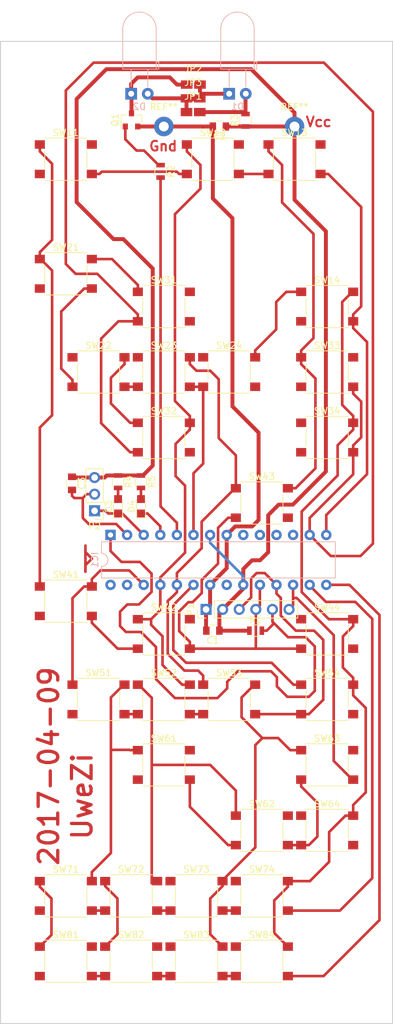
<source format=kicad_pcb>
(kicad_pcb (version 4) (host pcbnew 4.0.5)

  (general
    (links 167)
    (no_connects 65)
    (area 19.924999 19.924999 80.075001 170.075001)
    (thickness 1.6)
    (drawings 8)
    (tracks 453)
    (zones 0)
    (modules 53)
    (nets 34)
  )

  (page A4)
  (layers
    (0 F.Cu signal)
    (31 B.Cu signal)
    (32 B.Adhes user)
    (33 F.Adhes user)
    (34 B.Paste user)
    (35 F.Paste user)
    (36 B.SilkS user)
    (37 F.SilkS user)
    (38 B.Mask user)
    (39 F.Mask user)
    (40 Dwgs.User user)
    (41 Cmts.User user)
    (42 Eco1.User user)
    (43 Eco2.User user)
    (44 Edge.Cuts user)
    (45 Margin user)
    (46 B.CrtYd user)
    (47 F.CrtYd user)
    (48 B.Fab user)
    (49 F.Fab user)
  )

  (setup
    (last_trace_width 0.4)
    (user_trace_width 0.2)
    (user_trace_width 0.3)
    (user_trace_width 0.4)
    (user_trace_width 0.5)
    (user_trace_width 0.6)
    (user_trace_width 0.8)
    (trace_clearance 0.2)
    (zone_clearance 0.508)
    (zone_45_only no)
    (trace_min 0.2)
    (segment_width 0.2)
    (edge_width 0.15)
    (via_size 1.2)
    (via_drill 0.6)
    (via_min_size 0.4)
    (via_min_drill 0.3)
    (user_via 1.2 0.5)
    (uvia_size 0.3)
    (uvia_drill 0.1)
    (uvias_allowed no)
    (uvia_min_size 0.2)
    (uvia_min_drill 0.1)
    (pcb_text_width 0.3)
    (pcb_text_size 1.5 1.5)
    (mod_edge_width 0.15)
    (mod_text_size 1 1)
    (mod_text_width 0.15)
    (pad_size 3 3)
    (pad_drill 1.5)
    (pad_to_mask_clearance 0.2)
    (aux_axis_origin 0 0)
    (visible_elements 7FFEFFFF)
    (pcbplotparams
      (layerselection 0x00030_80000001)
      (usegerberextensions false)
      (excludeedgelayer true)
      (linewidth 0.100000)
      (plotframeref false)
      (viasonmask false)
      (mode 1)
      (useauxorigin false)
      (hpglpennumber 1)
      (hpglpenspeed 20)
      (hpglpendiameter 15)
      (hpglpenoverlay 2)
      (psnegative false)
      (psa4output false)
      (plotreference true)
      (plotvalue true)
      (plotinvisibletext false)
      (padsonsilk false)
      (subtractmaskfromsilk false)
      (outputformat 2)
      (mirror false)
      (drillshape 1)
      (scaleselection 1)
      (outputdirectory ""))
  )

  (net 0 "")
  (net 1 PC0)
  (net 2 PB0)
  (net 3 PC1)
  (net 4 PC2)
  (net 5 PC3)
  (net 6 PB1)
  (net 7 PB2)
  (net 8 PB3)
  (net 9 PB4)
  (net 10 PB5)
  (net 11 PB6)
  (net 12 PB7)
  (net 13 "Net-(IC1-Pad27)")
  (net 14 "Net-(IC1-Pad28)")
  (net 15 "Net-(D1-Pad1)")
  (net 16 "Net-(D1-Pad2)")
  (net 17 "Net-(D2-Pad1)")
  (net 18 "Net-(Q1-Pad1)")
  (net 19 VCC)
  (net 20 GND)
  (net 21 RESET)
  (net 22 "Net-(D2-Pad2)")
  (net 23 PD4)
  (net 24 PD5)
  (net 25 PD6)
  (net 26 PD7)
  (net 27 PD0)
  (net 28 PD1)
  (net 29 PD2)
  (net 30 PD3)
  (net 31 "Net-(IC1-Pad21)")
  (net 32 "Net-(D3-Pad2)")
  (net 33 "Net-(D4-Pad2)")

  (net_class Default "This is the default net class."
    (clearance 0.2)
    (trace_width 0.4)
    (via_dia 1.2)
    (via_drill 0.6)
    (uvia_dia 0.3)
    (uvia_drill 0.1)
    (add_net "Net-(D3-Pad2)")
    (add_net "Net-(D4-Pad2)")
    (add_net "Net-(IC1-Pad21)")
    (add_net "Net-(IC1-Pad27)")
    (add_net "Net-(IC1-Pad28)")
    (add_net "Net-(Q1-Pad1)")
  )

  (net_class pwr ""
    (clearance 0.2)
    (trace_width 0.6)
    (via_dia 1.2)
    (via_drill 0.6)
    (uvia_dia 0.3)
    (uvia_drill 0.1)
    (add_net "Net-(D1-Pad1)")
    (add_net "Net-(D1-Pad2)")
    (add_net "Net-(D2-Pad1)")
    (add_net "Net-(D2-Pad2)")
  )

  (net_class signals ""
    (clearance 0.2)
    (trace_width 0.4)
    (via_dia 1.2)
    (via_drill 0.6)
    (uvia_dia 0.3)
    (uvia_drill 0.1)
    (add_net GND)
    (add_net PB0)
    (add_net PB1)
    (add_net PB2)
    (add_net PB3)
    (add_net PB4)
    (add_net PB5)
    (add_net PB6)
    (add_net PB7)
    (add_net PC0)
    (add_net PC1)
    (add_net PC2)
    (add_net PC3)
    (add_net PD0)
    (add_net PD1)
    (add_net PD2)
    (add_net PD3)
    (add_net PD4)
    (add_net PD5)
    (add_net PD6)
    (add_net PD7)
    (add_net RESET)
    (add_net VCC)
  )

  (module Buttons_Switches_SMD:SW_SPST_PTS645 (layer F.Cu) (tedit 58724A80) (tstamp 58EA862E)
    (at 45 110.5)
    (descr "C&K Components SPST SMD PTS645 Series 6mm Tact Switch")
    (tags "SPST Button Switch")
    (path /58E8CD0A)
    (attr smd)
    (fp_text reference SW42 (at 0 -4.05) (layer F.SilkS)
      (effects (font (size 1 1) (thickness 0.15)))
    )
    (fp_text value SW_Push_45deg (at 0 4.15) (layer F.Fab)
      (effects (font (size 1 1) (thickness 0.15)))
    )
    (fp_text user %R (at 0 -4.05) (layer F.Fab)
      (effects (font (size 1 1) (thickness 0.15)))
    )
    (fp_line (start -3 -3) (end -3 3) (layer F.Fab) (width 0.1))
    (fp_line (start -3 3) (end 3 3) (layer F.Fab) (width 0.1))
    (fp_line (start 3 3) (end 3 -3) (layer F.Fab) (width 0.1))
    (fp_line (start 3 -3) (end -3 -3) (layer F.Fab) (width 0.1))
    (fp_line (start 5.05 3.4) (end 5.05 -3.4) (layer F.CrtYd) (width 0.05))
    (fp_line (start -5.05 -3.4) (end -5.05 3.4) (layer F.CrtYd) (width 0.05))
    (fp_line (start -5.05 3.4) (end 5.05 3.4) (layer F.CrtYd) (width 0.05))
    (fp_line (start -5.05 -3.4) (end 5.05 -3.4) (layer F.CrtYd) (width 0.05))
    (fp_line (start 3.23 -3.23) (end 3.23 -3.2) (layer F.SilkS) (width 0.12))
    (fp_line (start 3.23 3.23) (end 3.23 3.2) (layer F.SilkS) (width 0.12))
    (fp_line (start -3.23 3.23) (end -3.23 3.2) (layer F.SilkS) (width 0.12))
    (fp_line (start -3.23 -3.2) (end -3.23 -3.23) (layer F.SilkS) (width 0.12))
    (fp_line (start 3.23 -1.3) (end 3.23 1.3) (layer F.SilkS) (width 0.12))
    (fp_line (start -3.23 -3.23) (end 3.23 -3.23) (layer F.SilkS) (width 0.12))
    (fp_line (start -3.23 -1.3) (end -3.23 1.3) (layer F.SilkS) (width 0.12))
    (fp_line (start -3.23 3.23) (end 3.23 3.23) (layer F.SilkS) (width 0.12))
    (fp_circle (center 0 0) (end 1.75 -0.05) (layer F.Fab) (width 0.1))
    (pad 2 smd rect (at -3.98 2.25) (size 1.55 1.3) (layers F.Cu F.Paste F.Mask)
      (net 10 PB5))
    (pad 1 smd rect (at -3.98 -2.25) (size 1.55 1.3) (layers F.Cu F.Paste F.Mask)
      (net 4 PC2))
    (pad 1 smd rect (at 3.98 -2.25) (size 1.55 1.3) (layers F.Cu F.Paste F.Mask)
      (net 4 PC2))
    (pad 2 smd rect (at 3.98 2.25) (size 1.55 1.3) (layers F.Cu F.Paste F.Mask)
      (net 10 PB5))
    (model Buttons_Switches_SMD.3dshapes/SW_SPST_PTS645.wrl
      (at (xyz 0 0 0))
      (scale (xyz 1 1 1))
      (rotate (xyz 0 0 0))
    )
  )

  (module LEDs:LED_D5.0mm_Horizontal_O3.81mm_Z3.0mm (layer B.Cu) (tedit 5880A863) (tstamp 58E99712)
    (at 55 28)
    (descr "LED, diameter 5.0mm z-position of LED center 3.0mm, 2 pins, diameter 5.0mm z-position of LED center 3.0mm, 2 pins")
    (tags "LED diameter 5.0mm z-position of LED center 3.0mm 2 pins diameter 5.0mm z-position of LED center 3.0mm 2 pins")
    (path /58E9BA8B)
    (fp_text reference D1 (at 1.27 1.96) (layer B.SilkS)
      (effects (font (size 1 1) (thickness 0.15)) (justify mirror))
    )
    (fp_text value LED (at 1.27 -13.47) (layer B.Fab)
      (effects (font (size 1 1) (thickness 0.15)) (justify mirror))
    )
    (fp_arc (start 1.27 -9.91) (end -1.23 -9.91) (angle 180) (layer B.Fab) (width 0.1))
    (fp_arc (start 1.27 -9.91) (end -1.29 -9.91) (angle 180) (layer B.SilkS) (width 0.12))
    (fp_line (start -1.23 -3.81) (end -1.23 -9.91) (layer B.Fab) (width 0.1))
    (fp_line (start 3.77 -3.81) (end 3.77 -9.91) (layer B.Fab) (width 0.1))
    (fp_line (start -1.23 -3.81) (end 3.77 -3.81) (layer B.Fab) (width 0.1))
    (fp_line (start 4.17 -3.81) (end 4.17 -4.81) (layer B.Fab) (width 0.1))
    (fp_line (start 4.17 -4.81) (end 3.77 -4.81) (layer B.Fab) (width 0.1))
    (fp_line (start 3.77 -4.81) (end 3.77 -3.81) (layer B.Fab) (width 0.1))
    (fp_line (start 3.77 -3.81) (end 4.17 -3.81) (layer B.Fab) (width 0.1))
    (fp_line (start 0 0) (end 0 -3.81) (layer B.Fab) (width 0.1))
    (fp_line (start 0 -3.81) (end 0 -3.81) (layer B.Fab) (width 0.1))
    (fp_line (start 0 -3.81) (end 0 0) (layer B.Fab) (width 0.1))
    (fp_line (start 0 0) (end 0 0) (layer B.Fab) (width 0.1))
    (fp_line (start 2.54 0) (end 2.54 -3.81) (layer B.Fab) (width 0.1))
    (fp_line (start 2.54 -3.81) (end 2.54 -3.81) (layer B.Fab) (width 0.1))
    (fp_line (start 2.54 -3.81) (end 2.54 0) (layer B.Fab) (width 0.1))
    (fp_line (start 2.54 0) (end 2.54 0) (layer B.Fab) (width 0.1))
    (fp_line (start -1.29 -3.75) (end -1.29 -9.91) (layer B.SilkS) (width 0.12))
    (fp_line (start 3.83 -3.75) (end 3.83 -9.91) (layer B.SilkS) (width 0.12))
    (fp_line (start -1.29 -3.75) (end 3.83 -3.75) (layer B.SilkS) (width 0.12))
    (fp_line (start 4.23 -3.75) (end 4.23 -4.87) (layer B.SilkS) (width 0.12))
    (fp_line (start 4.23 -4.87) (end 3.83 -4.87) (layer B.SilkS) (width 0.12))
    (fp_line (start 3.83 -4.87) (end 3.83 -3.75) (layer B.SilkS) (width 0.12))
    (fp_line (start 3.83 -3.75) (end 4.23 -3.75) (layer B.SilkS) (width 0.12))
    (fp_line (start 0 -1.08) (end 0 -3.75) (layer B.SilkS) (width 0.12))
    (fp_line (start 0 -3.75) (end 0 -3.75) (layer B.SilkS) (width 0.12))
    (fp_line (start 0 -3.75) (end 0 -1.08) (layer B.SilkS) (width 0.12))
    (fp_line (start 0 -1.08) (end 0 -1.08) (layer B.SilkS) (width 0.12))
    (fp_line (start 2.54 -1.08) (end 2.54 -3.75) (layer B.SilkS) (width 0.12))
    (fp_line (start 2.54 -3.75) (end 2.54 -3.75) (layer B.SilkS) (width 0.12))
    (fp_line (start 2.54 -3.75) (end 2.54 -1.08) (layer B.SilkS) (width 0.12))
    (fp_line (start 2.54 -1.08) (end 2.54 -1.08) (layer B.SilkS) (width 0.12))
    (fp_line (start -1.95 1.25) (end -1.95 -12.75) (layer B.CrtYd) (width 0.05))
    (fp_line (start -1.95 -12.75) (end 4.5 -12.75) (layer B.CrtYd) (width 0.05))
    (fp_line (start 4.5 -12.75) (end 4.5 1.25) (layer B.CrtYd) (width 0.05))
    (fp_line (start 4.5 1.25) (end -1.95 1.25) (layer B.CrtYd) (width 0.05))
    (pad 1 thru_hole rect (at 0 0) (size 1.8 1.8) (drill 0.9) (layers *.Cu *.Mask)
      (net 15 "Net-(D1-Pad1)"))
    (pad 2 thru_hole circle (at 2.54 0) (size 1.8 1.8) (drill 0.9) (layers *.Cu *.Mask)
      (net 16 "Net-(D1-Pad2)"))
    (model LEDs.3dshapes/LED_D5.0mm_Horizontal_O3.81mm_Z3.0mm.wrl
      (at (xyz 0 0 0))
      (scale (xyz 0.393701 0.393701 0.393701))
      (rotate (xyz 0 0 0))
    )
  )

  (module LEDs:LED_D5.0mm_Horizontal_O3.81mm_Z3.0mm (layer B.Cu) (tedit 5880A863) (tstamp 58E99718)
    (at 40 28)
    (descr "LED, diameter 5.0mm z-position of LED center 3.0mm, 2 pins, diameter 5.0mm z-position of LED center 3.0mm, 2 pins")
    (tags "LED diameter 5.0mm z-position of LED center 3.0mm 2 pins diameter 5.0mm z-position of LED center 3.0mm 2 pins")
    (path /58E9BBA0)
    (fp_text reference D2 (at 1.27 1.96) (layer B.SilkS)
      (effects (font (size 1 1) (thickness 0.15)) (justify mirror))
    )
    (fp_text value LED (at 1.27 -13.47) (layer B.Fab)
      (effects (font (size 1 1) (thickness 0.15)) (justify mirror))
    )
    (fp_arc (start 1.27 -9.91) (end -1.23 -9.91) (angle 180) (layer B.Fab) (width 0.1))
    (fp_arc (start 1.27 -9.91) (end -1.29 -9.91) (angle 180) (layer B.SilkS) (width 0.12))
    (fp_line (start -1.23 -3.81) (end -1.23 -9.91) (layer B.Fab) (width 0.1))
    (fp_line (start 3.77 -3.81) (end 3.77 -9.91) (layer B.Fab) (width 0.1))
    (fp_line (start -1.23 -3.81) (end 3.77 -3.81) (layer B.Fab) (width 0.1))
    (fp_line (start 4.17 -3.81) (end 4.17 -4.81) (layer B.Fab) (width 0.1))
    (fp_line (start 4.17 -4.81) (end 3.77 -4.81) (layer B.Fab) (width 0.1))
    (fp_line (start 3.77 -4.81) (end 3.77 -3.81) (layer B.Fab) (width 0.1))
    (fp_line (start 3.77 -3.81) (end 4.17 -3.81) (layer B.Fab) (width 0.1))
    (fp_line (start 0 0) (end 0 -3.81) (layer B.Fab) (width 0.1))
    (fp_line (start 0 -3.81) (end 0 -3.81) (layer B.Fab) (width 0.1))
    (fp_line (start 0 -3.81) (end 0 0) (layer B.Fab) (width 0.1))
    (fp_line (start 0 0) (end 0 0) (layer B.Fab) (width 0.1))
    (fp_line (start 2.54 0) (end 2.54 -3.81) (layer B.Fab) (width 0.1))
    (fp_line (start 2.54 -3.81) (end 2.54 -3.81) (layer B.Fab) (width 0.1))
    (fp_line (start 2.54 -3.81) (end 2.54 0) (layer B.Fab) (width 0.1))
    (fp_line (start 2.54 0) (end 2.54 0) (layer B.Fab) (width 0.1))
    (fp_line (start -1.29 -3.75) (end -1.29 -9.91) (layer B.SilkS) (width 0.12))
    (fp_line (start 3.83 -3.75) (end 3.83 -9.91) (layer B.SilkS) (width 0.12))
    (fp_line (start -1.29 -3.75) (end 3.83 -3.75) (layer B.SilkS) (width 0.12))
    (fp_line (start 4.23 -3.75) (end 4.23 -4.87) (layer B.SilkS) (width 0.12))
    (fp_line (start 4.23 -4.87) (end 3.83 -4.87) (layer B.SilkS) (width 0.12))
    (fp_line (start 3.83 -4.87) (end 3.83 -3.75) (layer B.SilkS) (width 0.12))
    (fp_line (start 3.83 -3.75) (end 4.23 -3.75) (layer B.SilkS) (width 0.12))
    (fp_line (start 0 -1.08) (end 0 -3.75) (layer B.SilkS) (width 0.12))
    (fp_line (start 0 -3.75) (end 0 -3.75) (layer B.SilkS) (width 0.12))
    (fp_line (start 0 -3.75) (end 0 -1.08) (layer B.SilkS) (width 0.12))
    (fp_line (start 0 -1.08) (end 0 -1.08) (layer B.SilkS) (width 0.12))
    (fp_line (start 2.54 -1.08) (end 2.54 -3.75) (layer B.SilkS) (width 0.12))
    (fp_line (start 2.54 -3.75) (end 2.54 -3.75) (layer B.SilkS) (width 0.12))
    (fp_line (start 2.54 -3.75) (end 2.54 -1.08) (layer B.SilkS) (width 0.12))
    (fp_line (start 2.54 -1.08) (end 2.54 -1.08) (layer B.SilkS) (width 0.12))
    (fp_line (start -1.95 1.25) (end -1.95 -12.75) (layer B.CrtYd) (width 0.05))
    (fp_line (start -1.95 -12.75) (end 4.5 -12.75) (layer B.CrtYd) (width 0.05))
    (fp_line (start 4.5 -12.75) (end 4.5 1.25) (layer B.CrtYd) (width 0.05))
    (fp_line (start 4.5 1.25) (end -1.95 1.25) (layer B.CrtYd) (width 0.05))
    (pad 1 thru_hole rect (at 0 0) (size 1.8 1.8) (drill 0.9) (layers *.Cu *.Mask)
      (net 17 "Net-(D2-Pad1)"))
    (pad 2 thru_hole circle (at 2.54 0) (size 1.8 1.8) (drill 0.9) (layers *.Cu *.Mask)
      (net 22 "Net-(D2-Pad2)"))
    (model LEDs.3dshapes/LED_D5.0mm_Horizontal_O3.81mm_Z3.0mm.wrl
      (at (xyz 0 0 0))
      (scale (xyz 0.393701 0.393701 0.393701))
      (rotate (xyz 0 0 0))
    )
  )

  (module TO_SOT_Packages_SMD:SOT-23 (layer F.Cu) (tedit 58CE4E7E) (tstamp 58E9971F)
    (at 40.05 32 90)
    (descr "SOT-23, Standard")
    (tags SOT-23)
    (path /58E9C00B)
    (attr smd)
    (fp_text reference Q1 (at 0 -2.5 90) (layer F.SilkS)
      (effects (font (size 1 1) (thickness 0.15)))
    )
    (fp_text value MMBT2222 (at 0 2.5 90) (layer F.Fab)
      (effects (font (size 1 1) (thickness 0.15)))
    )
    (fp_text user %R (at 0 0 90) (layer F.Fab)
      (effects (font (size 0.5 0.5) (thickness 0.075)))
    )
    (fp_line (start -0.7 -0.95) (end -0.7 1.5) (layer F.Fab) (width 0.1))
    (fp_line (start -0.15 -1.52) (end 0.7 -1.52) (layer F.Fab) (width 0.1))
    (fp_line (start -0.7 -0.95) (end -0.15 -1.52) (layer F.Fab) (width 0.1))
    (fp_line (start 0.7 -1.52) (end 0.7 1.52) (layer F.Fab) (width 0.1))
    (fp_line (start -0.7 1.52) (end 0.7 1.52) (layer F.Fab) (width 0.1))
    (fp_line (start 0.76 1.58) (end 0.76 0.65) (layer F.SilkS) (width 0.12))
    (fp_line (start 0.76 -1.58) (end 0.76 -0.65) (layer F.SilkS) (width 0.12))
    (fp_line (start -1.7 -1.75) (end 1.7 -1.75) (layer F.CrtYd) (width 0.05))
    (fp_line (start 1.7 -1.75) (end 1.7 1.75) (layer F.CrtYd) (width 0.05))
    (fp_line (start 1.7 1.75) (end -1.7 1.75) (layer F.CrtYd) (width 0.05))
    (fp_line (start -1.7 1.75) (end -1.7 -1.75) (layer F.CrtYd) (width 0.05))
    (fp_line (start 0.76 -1.58) (end -1.4 -1.58) (layer F.SilkS) (width 0.12))
    (fp_line (start 0.76 1.58) (end -0.7 1.58) (layer F.SilkS) (width 0.12))
    (pad 1 smd rect (at -1 -0.95 90) (size 0.9 0.8) (layers F.Cu F.Paste F.Mask)
      (net 18 "Net-(Q1-Pad1)"))
    (pad 2 smd rect (at -1 0.95 90) (size 0.9 0.8) (layers F.Cu F.Paste F.Mask)
      (net 20 GND))
    (pad 3 smd rect (at 1 0 90) (size 0.9 0.8) (layers F.Cu F.Paste F.Mask)
      (net 17 "Net-(D2-Pad1)"))
    (model ${KISYS3DMOD}/TO_SOT_Packages_SMD.3dshapes/SOT-23.wrl
      (at (xyz 0 0 0))
      (scale (xyz 1 1 1))
      (rotate (xyz 0 0 0))
    )
  )

  (module Capacitors_SMD:C_0805 (layer F.Cu) (tedit 58AA8463) (tstamp 58E9988D)
    (at 52.5 110 180)
    (descr "Capacitor SMD 0805, reflow soldering, AVX (see smccp.pdf)")
    (tags "capacitor 0805")
    (path /58E9F7C5)
    (attr smd)
    (fp_text reference C1 (at 0 -1.5 180) (layer F.SilkS)
      (effects (font (size 1 1) (thickness 0.15)))
    )
    (fp_text value C (at 0 1.75 180) (layer F.Fab)
      (effects (font (size 1 1) (thickness 0.15)))
    )
    (fp_text user %R (at 0 -1.5 180) (layer F.Fab)
      (effects (font (size 1 1) (thickness 0.15)))
    )
    (fp_line (start -1 0.62) (end -1 -0.62) (layer F.Fab) (width 0.1))
    (fp_line (start 1 0.62) (end -1 0.62) (layer F.Fab) (width 0.1))
    (fp_line (start 1 -0.62) (end 1 0.62) (layer F.Fab) (width 0.1))
    (fp_line (start -1 -0.62) (end 1 -0.62) (layer F.Fab) (width 0.1))
    (fp_line (start 0.5 -0.85) (end -0.5 -0.85) (layer F.SilkS) (width 0.12))
    (fp_line (start -0.5 0.85) (end 0.5 0.85) (layer F.SilkS) (width 0.12))
    (fp_line (start -1.75 -0.88) (end 1.75 -0.88) (layer F.CrtYd) (width 0.05))
    (fp_line (start -1.75 -0.88) (end -1.75 0.87) (layer F.CrtYd) (width 0.05))
    (fp_line (start 1.75 0.87) (end 1.75 -0.88) (layer F.CrtYd) (width 0.05))
    (fp_line (start 1.75 0.87) (end -1.75 0.87) (layer F.CrtYd) (width 0.05))
    (pad 1 smd rect (at -1 0 180) (size 1 1.25) (layers F.Cu F.Paste F.Mask)
      (net 19 VCC))
    (pad 2 smd rect (at 1 0 180) (size 1 1.25) (layers F.Cu F.Paste F.Mask)
      (net 20 GND))
    (model Capacitors_SMD.3dshapes/C_0805.wrl
      (at (xyz 0 0 0))
      (scale (xyz 1 1 1))
      (rotate (xyz 0 0 0))
    )
  )

  (module Capacitors_SMD:C_0805 (layer F.Cu) (tedit 58AA8463) (tstamp 58E99893)
    (at 53.5 33 180)
    (descr "Capacitor SMD 0805, reflow soldering, AVX (see smccp.pdf)")
    (tags "capacitor 0805")
    (path /58E9FDA2)
    (attr smd)
    (fp_text reference C2 (at 0 -1.5 180) (layer F.SilkS)
      (effects (font (size 1 1) (thickness 0.15)))
    )
    (fp_text value C (at 0 1.75 180) (layer F.Fab)
      (effects (font (size 1 1) (thickness 0.15)))
    )
    (fp_text user %R (at 0 -1.5 180) (layer F.Fab)
      (effects (font (size 1 1) (thickness 0.15)))
    )
    (fp_line (start -1 0.62) (end -1 -0.62) (layer F.Fab) (width 0.1))
    (fp_line (start 1 0.62) (end -1 0.62) (layer F.Fab) (width 0.1))
    (fp_line (start 1 -0.62) (end 1 0.62) (layer F.Fab) (width 0.1))
    (fp_line (start -1 -0.62) (end 1 -0.62) (layer F.Fab) (width 0.1))
    (fp_line (start 0.5 -0.85) (end -0.5 -0.85) (layer F.SilkS) (width 0.12))
    (fp_line (start -0.5 0.85) (end 0.5 0.85) (layer F.SilkS) (width 0.12))
    (fp_line (start -1.75 -0.88) (end 1.75 -0.88) (layer F.CrtYd) (width 0.05))
    (fp_line (start -1.75 -0.88) (end -1.75 0.87) (layer F.CrtYd) (width 0.05))
    (fp_line (start 1.75 0.87) (end 1.75 -0.88) (layer F.CrtYd) (width 0.05))
    (fp_line (start 1.75 0.87) (end -1.75 0.87) (layer F.CrtYd) (width 0.05))
    (pad 1 smd rect (at -1 0 180) (size 1 1.25) (layers F.Cu F.Paste F.Mask)
      (net 19 VCC))
    (pad 2 smd rect (at 1 0 180) (size 1 1.25) (layers F.Cu F.Paste F.Mask)
      (net 20 GND))
    (model Capacitors_SMD.3dshapes/C_0805.wrl
      (at (xyz 0 0 0))
      (scale (xyz 1 1 1))
      (rotate (xyz 0 0 0))
    )
  )

  (module Resistors_SMD:R_0805 (layer F.Cu) (tedit 58E0A804) (tstamp 58E99899)
    (at 59.05 110)
    (descr "Resistor SMD 0805, reflow soldering, Vishay (see dcrcw.pdf)")
    (tags "resistor 0805")
    (path /58E9E2E0)
    (attr smd)
    (fp_text reference R1 (at 0 -1.65) (layer F.SilkS)
      (effects (font (size 1 1) (thickness 0.15)))
    )
    (fp_text value R (at 0 1.75) (layer F.Fab)
      (effects (font (size 1 1) (thickness 0.15)))
    )
    (fp_text user %R (at 0 0) (layer F.Fab)
      (effects (font (size 0.5 0.5) (thickness 0.075)))
    )
    (fp_line (start -1 0.62) (end -1 -0.62) (layer F.Fab) (width 0.1))
    (fp_line (start 1 0.62) (end -1 0.62) (layer F.Fab) (width 0.1))
    (fp_line (start 1 -0.62) (end 1 0.62) (layer F.Fab) (width 0.1))
    (fp_line (start -1 -0.62) (end 1 -0.62) (layer F.Fab) (width 0.1))
    (fp_line (start 0.6 0.88) (end -0.6 0.88) (layer F.SilkS) (width 0.12))
    (fp_line (start -0.6 -0.88) (end 0.6 -0.88) (layer F.SilkS) (width 0.12))
    (fp_line (start -1.55 -0.9) (end 1.55 -0.9) (layer F.CrtYd) (width 0.05))
    (fp_line (start -1.55 -0.9) (end -1.55 0.9) (layer F.CrtYd) (width 0.05))
    (fp_line (start 1.55 0.9) (end 1.55 -0.9) (layer F.CrtYd) (width 0.05))
    (fp_line (start 1.55 0.9) (end -1.55 0.9) (layer F.CrtYd) (width 0.05))
    (pad 1 smd rect (at -0.95 0) (size 0.7 1.3) (layers F.Cu F.Paste F.Mask)
      (net 19 VCC))
    (pad 2 smd rect (at 0.95 0) (size 0.7 1.3) (layers F.Cu F.Paste F.Mask)
      (net 21 RESET))
    (model ${KISYS3DMOD}/Resistors_SMD.3dshapes/R_0805.wrl
      (at (xyz 0 0 0))
      (scale (xyz 1 1 1))
      (rotate (xyz 0 0 0))
    )
  )

  (module Resistors_SMD:R_0805 (layer F.Cu) (tedit 58E0A804) (tstamp 58E9989F)
    (at 44.5 39.85 270)
    (descr "Resistor SMD 0805, reflow soldering, Vishay (see dcrcw.pdf)")
    (tags "resistor 0805")
    (path /58E9DF27)
    (attr smd)
    (fp_text reference R2 (at 0 -1.65 270) (layer F.SilkS)
      (effects (font (size 1 1) (thickness 0.15)))
    )
    (fp_text value R (at 0 1.75 270) (layer F.Fab)
      (effects (font (size 1 1) (thickness 0.15)))
    )
    (fp_text user %R (at 0 0 270) (layer F.Fab)
      (effects (font (size 0.5 0.5) (thickness 0.075)))
    )
    (fp_line (start -1 0.62) (end -1 -0.62) (layer F.Fab) (width 0.1))
    (fp_line (start 1 0.62) (end -1 0.62) (layer F.Fab) (width 0.1))
    (fp_line (start 1 -0.62) (end 1 0.62) (layer F.Fab) (width 0.1))
    (fp_line (start -1 -0.62) (end 1 -0.62) (layer F.Fab) (width 0.1))
    (fp_line (start 0.6 0.88) (end -0.6 0.88) (layer F.SilkS) (width 0.12))
    (fp_line (start -0.6 -0.88) (end 0.6 -0.88) (layer F.SilkS) (width 0.12))
    (fp_line (start -1.55 -0.9) (end 1.55 -0.9) (layer F.CrtYd) (width 0.05))
    (fp_line (start -1.55 -0.9) (end -1.55 0.9) (layer F.CrtYd) (width 0.05))
    (fp_line (start 1.55 0.9) (end 1.55 -0.9) (layer F.CrtYd) (width 0.05))
    (fp_line (start 1.55 0.9) (end -1.55 0.9) (layer F.CrtYd) (width 0.05))
    (pad 1 smd rect (at -0.95 0 270) (size 0.7 1.3) (layers F.Cu F.Paste F.Mask)
      (net 18 "Net-(Q1-Pad1)"))
    (pad 2 smd rect (at 0.95 0 270) (size 0.7 1.3) (layers F.Cu F.Paste F.Mask)
      (net 30 PD3))
    (model ${KISYS3DMOD}/Resistors_SMD.3dshapes/R_0805.wrl
      (at (xyz 0 0 0))
      (scale (xyz 1 1 1))
      (rotate (xyz 0 0 0))
    )
  )

  (module Resistors_SMD:R_0805 (layer F.Cu) (tedit 58E0A804) (tstamp 58E998A5)
    (at 57.5 32.05 90)
    (descr "Resistor SMD 0805, reflow soldering, Vishay (see dcrcw.pdf)")
    (tags "resistor 0805")
    (path /58E9D7B6)
    (attr smd)
    (fp_text reference R3 (at 0 -1.65 90) (layer F.SilkS)
      (effects (font (size 1 1) (thickness 0.15)))
    )
    (fp_text value R (at 0 1.75 90) (layer F.Fab)
      (effects (font (size 1 1) (thickness 0.15)))
    )
    (fp_text user %R (at 0 0 90) (layer F.Fab)
      (effects (font (size 0.5 0.5) (thickness 0.075)))
    )
    (fp_line (start -1 0.62) (end -1 -0.62) (layer F.Fab) (width 0.1))
    (fp_line (start 1 0.62) (end -1 0.62) (layer F.Fab) (width 0.1))
    (fp_line (start 1 -0.62) (end 1 0.62) (layer F.Fab) (width 0.1))
    (fp_line (start -1 -0.62) (end 1 -0.62) (layer F.Fab) (width 0.1))
    (fp_line (start 0.6 0.88) (end -0.6 0.88) (layer F.SilkS) (width 0.12))
    (fp_line (start -0.6 -0.88) (end 0.6 -0.88) (layer F.SilkS) (width 0.12))
    (fp_line (start -1.55 -0.9) (end 1.55 -0.9) (layer F.CrtYd) (width 0.05))
    (fp_line (start -1.55 -0.9) (end -1.55 0.9) (layer F.CrtYd) (width 0.05))
    (fp_line (start 1.55 0.9) (end 1.55 -0.9) (layer F.CrtYd) (width 0.05))
    (fp_line (start 1.55 0.9) (end -1.55 0.9) (layer F.CrtYd) (width 0.05))
    (pad 1 smd rect (at -0.95 0 90) (size 0.7 1.3) (layers F.Cu F.Paste F.Mask)
      (net 19 VCC))
    (pad 2 smd rect (at 0.95 0 90) (size 0.7 1.3) (layers F.Cu F.Paste F.Mask)
      (net 16 "Net-(D1-Pad2)"))
    (model ${KISYS3DMOD}/Resistors_SMD.3dshapes/R_0805.wrl
      (at (xyz 0 0 0))
      (scale (xyz 1 1 1))
      (rotate (xyz 0 0 0))
    )
  )

  (module Socket_Strips:Socket_Strip_Straight_1x06_Pitch2.54mm (layer F.Cu) (tedit 58CD5446) (tstamp 58E99A79)
    (at 51.46 106.75 90)
    (descr "Through hole straight socket strip, 1x06, 2.54mm pitch, single row")
    (tags "Through hole socket strip THT 1x06 2.54mm single row")
    (path /58EA0A59)
    (fp_text reference P1 (at 0 -2.33 90) (layer F.SilkS)
      (effects (font (size 1 1) (thickness 0.15)))
    )
    (fp_text value CONN_01X06 (at 0 15.03 90) (layer F.Fab)
      (effects (font (size 1 1) (thickness 0.15)))
    )
    (fp_line (start -1.27 -1.27) (end -1.27 13.97) (layer F.Fab) (width 0.1))
    (fp_line (start -1.27 13.97) (end 1.27 13.97) (layer F.Fab) (width 0.1))
    (fp_line (start 1.27 13.97) (end 1.27 -1.27) (layer F.Fab) (width 0.1))
    (fp_line (start 1.27 -1.27) (end -1.27 -1.27) (layer F.Fab) (width 0.1))
    (fp_line (start -1.33 1.27) (end -1.33 14.03) (layer F.SilkS) (width 0.12))
    (fp_line (start -1.33 14.03) (end 1.33 14.03) (layer F.SilkS) (width 0.12))
    (fp_line (start 1.33 14.03) (end 1.33 1.27) (layer F.SilkS) (width 0.12))
    (fp_line (start 1.33 1.27) (end -1.33 1.27) (layer F.SilkS) (width 0.12))
    (fp_line (start -1.33 0) (end -1.33 -1.33) (layer F.SilkS) (width 0.12))
    (fp_line (start -1.33 -1.33) (end 0 -1.33) (layer F.SilkS) (width 0.12))
    (fp_line (start -1.8 -1.8) (end -1.8 14.5) (layer F.CrtYd) (width 0.05))
    (fp_line (start -1.8 14.5) (end 1.8 14.5) (layer F.CrtYd) (width 0.05))
    (fp_line (start 1.8 14.5) (end 1.8 -1.8) (layer F.CrtYd) (width 0.05))
    (fp_line (start 1.8 -1.8) (end -1.8 -1.8) (layer F.CrtYd) (width 0.05))
    (fp_text user %R (at 0 -2.33 90) (layer F.Fab)
      (effects (font (size 1 1) (thickness 0.15)))
    )
    (pad 1 thru_hole rect (at 0 0 90) (size 1.7 1.7) (drill 1) (layers *.Cu *.Mask)
      (net 20 GND))
    (pad 2 thru_hole oval (at 0 2.54 90) (size 1.7 1.7) (drill 1) (layers *.Cu *.Mask)
      (net 19 VCC))
    (pad 3 thru_hole oval (at 0 5.08 90) (size 1.7 1.7) (drill 1) (layers *.Cu *.Mask)
      (net 9 PB4))
    (pad 4 thru_hole oval (at 0 7.62 90) (size 1.7 1.7) (drill 1) (layers *.Cu *.Mask)
      (net 10 PB5))
    (pad 5 thru_hole oval (at 0 10.16 90) (size 1.7 1.7) (drill 1) (layers *.Cu *.Mask)
      (net 21 RESET))
    (pad 6 thru_hole oval (at 0 12.7 90) (size 1.7 1.7) (drill 1) (layers *.Cu *.Mask)
      (net 8 PB3))
    (model ${KISYS3DMOD}/Socket_Strips.3dshapes/Socket_Strip_Straight_1x06_Pitch2.54mm.wrl
      (at (xyz 0 -0.25 -0.05))
      (scale (xyz 1 1 0.5))
      (rotate (xyz 0 180 270))
    )
  )

  (module .pretty:net_tie_open (layer F.Cu) (tedit 58B352AA) (tstamp 58EA1613)
    (at 49.484 28.895 180)
    (path /58EA2C2A)
    (fp_text reference JP1 (at 0 0.5 180) (layer F.SilkS)
      (effects (font (size 1 1) (thickness 0.15)))
    )
    (fp_text value Jumper_NO_Small (at 0 -0.5 180) (layer F.Fab)
      (effects (font (size 1 1) (thickness 0.15)))
    )
    (fp_line (start -0.635 -1.905) (end 0.635 -1.905) (layer F.Mask) (width 1.27))
    (pad 1 smd rect (at -1.016 -1.905 180) (size 1.778 1.27) (layers F.Cu F.Paste F.Mask)
      (net 16 "Net-(D1-Pad2)"))
    (pad 2 smd rect (at 1.016 -1.905 180) (size 1.778 1.27) (layers F.Cu F.Paste F.Mask)
      (net 22 "Net-(D2-Pad2)"))
  )

  (module .pretty:net_tie_open (layer F.Cu) (tedit 58B352AA) (tstamp 58EA1619)
    (at 49.516 24.695 180)
    (path /58EA2CDE)
    (fp_text reference JP2 (at 0 0.5 180) (layer F.SilkS)
      (effects (font (size 1 1) (thickness 0.15)))
    )
    (fp_text value Jumper_NO_Small (at 0 -0.5 180) (layer F.Fab)
      (effects (font (size 1 1) (thickness 0.15)))
    )
    (fp_line (start -0.635 -1.905) (end 0.635 -1.905) (layer F.Mask) (width 1.27))
    (pad 1 smd rect (at -1.016 -1.905 180) (size 1.778 1.27) (layers F.Cu F.Paste F.Mask)
      (net 15 "Net-(D1-Pad1)"))
    (pad 2 smd rect (at 1.016 -1.905 180) (size 1.778 1.27) (layers F.Cu F.Paste F.Mask)
      (net 17 "Net-(D2-Pad1)"))
  )

  (module .pretty:net_tie_closed (layer F.Cu) (tedit 58B76772) (tstamp 58EA1848)
    (at 49.484 26.795 180)
    (path /58EA375F)
    (fp_text reference JP3 (at 0 0.5 180) (layer F.SilkS)
      (effects (font (size 1 1) (thickness 0.15)))
    )
    (fp_text value Jumper_NC_Small (at 0 -0.5 180) (layer F.Fab)
      (effects (font (size 1 1) (thickness 0.15)))
    )
    (fp_line (start -0.635 -1.905) (end 0.635 -1.905) (layer F.Mask) (width 1.27))
    (fp_line (start -1.27 -1.905) (end 1.27 -1.905) (layer F.Cu) (width 0.889))
    (pad 1 smd rect (at -1.016 -1.905 180) (size 1.778 1.27) (layers F.Cu F.Paste F.Mask)
      (net 15 "Net-(D1-Pad1)"))
    (pad 2 smd rect (at 1.016 -1.905 180) (size 1.778 1.27) (layers F.Cu F.Paste F.Mask)
      (net 22 "Net-(D2-Pad2)"))
  )

  (module Housings_DIP:DIP-28_W7.62mm (layer B.Cu) (tedit 58CC8E2F) (tstamp 58EA70AB)
    (at 36.84 95.38 270)
    (descr "28-lead dip package, row spacing 7.62 mm (300 mils)")
    (tags "DIL DIP PDIP 2.54mm 7.62mm 300mil")
    (path /58EAE4C2)
    (fp_text reference IC1 (at 3.81 2.39 270) (layer B.SilkS)
      (effects (font (size 1 1) (thickness 0.15)) (justify mirror))
    )
    (fp_text value ATMEGA328-P (at 3.81 -35.41 270) (layer B.Fab)
      (effects (font (size 1 1) (thickness 0.15)) (justify mirror))
    )
    (fp_text user %R (at 3.81 -16.51 270) (layer B.Fab)
      (effects (font (size 1 1) (thickness 0.15)) (justify mirror))
    )
    (fp_line (start 1.635 1.27) (end 6.985 1.27) (layer B.Fab) (width 0.1))
    (fp_line (start 6.985 1.27) (end 6.985 -34.29) (layer B.Fab) (width 0.1))
    (fp_line (start 6.985 -34.29) (end 0.635 -34.29) (layer B.Fab) (width 0.1))
    (fp_line (start 0.635 -34.29) (end 0.635 0.27) (layer B.Fab) (width 0.1))
    (fp_line (start 0.635 0.27) (end 1.635 1.27) (layer B.Fab) (width 0.1))
    (fp_line (start 2.81 1.39) (end 1.04 1.39) (layer B.SilkS) (width 0.12))
    (fp_line (start 1.04 1.39) (end 1.04 -34.41) (layer B.SilkS) (width 0.12))
    (fp_line (start 1.04 -34.41) (end 6.58 -34.41) (layer B.SilkS) (width 0.12))
    (fp_line (start 6.58 -34.41) (end 6.58 1.39) (layer B.SilkS) (width 0.12))
    (fp_line (start 6.58 1.39) (end 4.81 1.39) (layer B.SilkS) (width 0.12))
    (fp_line (start -1.1 1.6) (end -1.1 -34.6) (layer B.CrtYd) (width 0.05))
    (fp_line (start -1.1 -34.6) (end 8.7 -34.6) (layer B.CrtYd) (width 0.05))
    (fp_line (start 8.7 -34.6) (end 8.7 1.6) (layer B.CrtYd) (width 0.05))
    (fp_line (start 8.7 1.6) (end -1.1 1.6) (layer B.CrtYd) (width 0.05))
    (fp_arc (start 3.81 1.39) (end 2.81 1.39) (angle 180) (layer B.SilkS) (width 0.12))
    (pad 1 thru_hole rect (at 0 0 270) (size 1.6 1.6) (drill 0.8) (layers *.Cu *.Mask)
      (net 21 RESET))
    (pad 15 thru_hole oval (at 7.62 -33.02 270) (size 1.6 1.6) (drill 0.8) (layers *.Cu *.Mask)
      (net 6 PB1))
    (pad 2 thru_hole oval (at 0 -2.54 270) (size 1.6 1.6) (drill 0.8) (layers *.Cu *.Mask)
      (net 27 PD0))
    (pad 16 thru_hole oval (at 7.62 -30.48 270) (size 1.6 1.6) (drill 0.8) (layers *.Cu *.Mask)
      (net 7 PB2))
    (pad 3 thru_hole oval (at 0 -5.08 270) (size 1.6 1.6) (drill 0.8) (layers *.Cu *.Mask)
      (net 28 PD1))
    (pad 17 thru_hole oval (at 7.62 -27.94 270) (size 1.6 1.6) (drill 0.8) (layers *.Cu *.Mask)
      (net 8 PB3))
    (pad 4 thru_hole oval (at 0 -7.62 270) (size 1.6 1.6) (drill 0.8) (layers *.Cu *.Mask)
      (net 29 PD2))
    (pad 18 thru_hole oval (at 7.62 -25.4 270) (size 1.6 1.6) (drill 0.8) (layers *.Cu *.Mask)
      (net 9 PB4))
    (pad 5 thru_hole oval (at 0 -10.16 270) (size 1.6 1.6) (drill 0.8) (layers *.Cu *.Mask)
      (net 30 PD3))
    (pad 19 thru_hole oval (at 7.62 -22.86 270) (size 1.6 1.6) (drill 0.8) (layers *.Cu *.Mask)
      (net 10 PB5))
    (pad 6 thru_hole oval (at 0 -12.7 270) (size 1.6 1.6) (drill 0.8) (layers *.Cu *.Mask)
      (net 23 PD4))
    (pad 20 thru_hole oval (at 7.62 -20.32 270) (size 1.6 1.6) (drill 0.8) (layers *.Cu *.Mask)
      (net 19 VCC))
    (pad 7 thru_hole oval (at 0 -15.24 270) (size 1.6 1.6) (drill 0.8) (layers *.Cu *.Mask)
      (net 19 VCC))
    (pad 21 thru_hole oval (at 7.62 -17.78 270) (size 1.6 1.6) (drill 0.8) (layers *.Cu *.Mask)
      (net 31 "Net-(IC1-Pad21)"))
    (pad 8 thru_hole oval (at 0 -17.78 270) (size 1.6 1.6) (drill 0.8) (layers *.Cu *.Mask)
      (net 20 GND))
    (pad 22 thru_hole oval (at 7.62 -15.24 270) (size 1.6 1.6) (drill 0.8) (layers *.Cu *.Mask)
      (net 20 GND))
    (pad 9 thru_hole oval (at 0 -20.32 270) (size 1.6 1.6) (drill 0.8) (layers *.Cu *.Mask)
      (net 11 PB6))
    (pad 23 thru_hole oval (at 7.62 -12.7 270) (size 1.6 1.6) (drill 0.8) (layers *.Cu *.Mask)
      (net 1 PC0))
    (pad 10 thru_hole oval (at 0 -22.86 270) (size 1.6 1.6) (drill 0.8) (layers *.Cu *.Mask)
      (net 12 PB7))
    (pad 24 thru_hole oval (at 7.62 -10.16 270) (size 1.6 1.6) (drill 0.8) (layers *.Cu *.Mask)
      (net 3 PC1))
    (pad 11 thru_hole oval (at 0 -25.4 270) (size 1.6 1.6) (drill 0.8) (layers *.Cu *.Mask)
      (net 24 PD5))
    (pad 25 thru_hole oval (at 7.62 -7.62 270) (size 1.6 1.6) (drill 0.8) (layers *.Cu *.Mask)
      (net 4 PC2))
    (pad 12 thru_hole oval (at 0 -27.94 270) (size 1.6 1.6) (drill 0.8) (layers *.Cu *.Mask)
      (net 25 PD6))
    (pad 26 thru_hole oval (at 7.62 -5.08 270) (size 1.6 1.6) (drill 0.8) (layers *.Cu *.Mask)
      (net 5 PC3))
    (pad 13 thru_hole oval (at 0 -30.48 270) (size 1.6 1.6) (drill 0.8) (layers *.Cu *.Mask)
      (net 26 PD7))
    (pad 27 thru_hole oval (at 7.62 -2.54 270) (size 1.6 1.6) (drill 0.8) (layers *.Cu *.Mask)
      (net 13 "Net-(IC1-Pad27)"))
    (pad 14 thru_hole oval (at 0 -33.02 270) (size 1.6 1.6) (drill 0.8) (layers *.Cu *.Mask)
      (net 2 PB0))
    (pad 28 thru_hole oval (at 7.62 0 270) (size 1.6 1.6) (drill 0.8) (layers *.Cu *.Mask)
      (net 14 "Net-(IC1-Pad28)"))
    (model Housings_DIP.3dshapes/DIP-28_W7.62mm.wrl
      (at (xyz 0 0 0))
      (scale (xyz 1 1 1))
      (rotate (xyz 0 0 0))
    )
  )

  (module Buttons_Switches_SMD:SW_SPST_PTS645 (layer F.Cu) (tedit 58724A80) (tstamp 58EA8188)
    (at 30 38)
    (descr "C&K Components SPST SMD PTS645 Series 6mm Tact Switch")
    (tags "SPST Button Switch")
    (path /58E8C984)
    (attr smd)
    (fp_text reference SW11 (at 0 -4.05) (layer F.SilkS)
      (effects (font (size 1 1) (thickness 0.15)))
    )
    (fp_text value SW_Push_45deg (at 0 4.15) (layer F.Fab)
      (effects (font (size 1 1) (thickness 0.15)))
    )
    (fp_text user %R (at 0 -4.05) (layer F.Fab)
      (effects (font (size 1 1) (thickness 0.15)))
    )
    (fp_line (start -3 -3) (end -3 3) (layer F.Fab) (width 0.1))
    (fp_line (start -3 3) (end 3 3) (layer F.Fab) (width 0.1))
    (fp_line (start 3 3) (end 3 -3) (layer F.Fab) (width 0.1))
    (fp_line (start 3 -3) (end -3 -3) (layer F.Fab) (width 0.1))
    (fp_line (start 5.05 3.4) (end 5.05 -3.4) (layer F.CrtYd) (width 0.05))
    (fp_line (start -5.05 -3.4) (end -5.05 3.4) (layer F.CrtYd) (width 0.05))
    (fp_line (start -5.05 3.4) (end 5.05 3.4) (layer F.CrtYd) (width 0.05))
    (fp_line (start -5.05 -3.4) (end 5.05 -3.4) (layer F.CrtYd) (width 0.05))
    (fp_line (start 3.23 -3.23) (end 3.23 -3.2) (layer F.SilkS) (width 0.12))
    (fp_line (start 3.23 3.23) (end 3.23 3.2) (layer F.SilkS) (width 0.12))
    (fp_line (start -3.23 3.23) (end -3.23 3.2) (layer F.SilkS) (width 0.12))
    (fp_line (start -3.23 -3.2) (end -3.23 -3.23) (layer F.SilkS) (width 0.12))
    (fp_line (start 3.23 -1.3) (end 3.23 1.3) (layer F.SilkS) (width 0.12))
    (fp_line (start -3.23 -3.23) (end 3.23 -3.23) (layer F.SilkS) (width 0.12))
    (fp_line (start -3.23 -1.3) (end -3.23 1.3) (layer F.SilkS) (width 0.12))
    (fp_line (start -3.23 3.23) (end 3.23 3.23) (layer F.SilkS) (width 0.12))
    (fp_circle (center 0 0) (end 1.75 -0.05) (layer F.Fab) (width 0.1))
    (pad 2 smd rect (at -3.98 2.25) (size 1.55 1.3) (layers F.Cu F.Paste F.Mask)
      (net 2 PB0))
    (pad 1 smd rect (at -3.98 -2.25) (size 1.55 1.3) (layers F.Cu F.Paste F.Mask)
      (net 5 PC3))
    (pad 1 smd rect (at 3.98 -2.25) (size 1.55 1.3) (layers F.Cu F.Paste F.Mask)
      (net 5 PC3))
    (pad 2 smd rect (at 3.98 2.25) (size 1.55 1.3) (layers F.Cu F.Paste F.Mask)
      (net 2 PB0))
    (model Buttons_Switches_SMD.3dshapes/SW_SPST_PTS645.wrl
      (at (xyz 0 0 0))
      (scale (xyz 1 1 1))
      (rotate (xyz 0 0 0))
    )
  )

  (module Buttons_Switches_SMD:SW_SPST_PTS645 (layer F.Cu) (tedit 58724A80) (tstamp 58EA8502)
    (at 52.5 38)
    (descr "C&K Components SPST SMD PTS645 Series 6mm Tact Switch")
    (tags "SPST Button Switch")
    (path /58E8C98A)
    (attr smd)
    (fp_text reference SW12 (at 0 -4.05) (layer F.SilkS)
      (effects (font (size 1 1) (thickness 0.15)))
    )
    (fp_text value SW_Push_45deg (at 0 4.15) (layer F.Fab)
      (effects (font (size 1 1) (thickness 0.15)))
    )
    (fp_text user %R (at 0 -4.05) (layer F.Fab)
      (effects (font (size 1 1) (thickness 0.15)))
    )
    (fp_line (start -3 -3) (end -3 3) (layer F.Fab) (width 0.1))
    (fp_line (start -3 3) (end 3 3) (layer F.Fab) (width 0.1))
    (fp_line (start 3 3) (end 3 -3) (layer F.Fab) (width 0.1))
    (fp_line (start 3 -3) (end -3 -3) (layer F.Fab) (width 0.1))
    (fp_line (start 5.05 3.4) (end 5.05 -3.4) (layer F.CrtYd) (width 0.05))
    (fp_line (start -5.05 -3.4) (end -5.05 3.4) (layer F.CrtYd) (width 0.05))
    (fp_line (start -5.05 3.4) (end 5.05 3.4) (layer F.CrtYd) (width 0.05))
    (fp_line (start -5.05 -3.4) (end 5.05 -3.4) (layer F.CrtYd) (width 0.05))
    (fp_line (start 3.23 -3.23) (end 3.23 -3.2) (layer F.SilkS) (width 0.12))
    (fp_line (start 3.23 3.23) (end 3.23 3.2) (layer F.SilkS) (width 0.12))
    (fp_line (start -3.23 3.23) (end -3.23 3.2) (layer F.SilkS) (width 0.12))
    (fp_line (start -3.23 -3.2) (end -3.23 -3.23) (layer F.SilkS) (width 0.12))
    (fp_line (start 3.23 -1.3) (end 3.23 1.3) (layer F.SilkS) (width 0.12))
    (fp_line (start -3.23 -3.23) (end 3.23 -3.23) (layer F.SilkS) (width 0.12))
    (fp_line (start -3.23 -1.3) (end -3.23 1.3) (layer F.SilkS) (width 0.12))
    (fp_line (start -3.23 3.23) (end 3.23 3.23) (layer F.SilkS) (width 0.12))
    (fp_circle (center 0 0) (end 1.75 -0.05) (layer F.Fab) (width 0.1))
    (pad 2 smd rect (at -3.98 2.25) (size 1.55 1.3) (layers F.Cu F.Paste F.Mask)
      (net 2 PB0))
    (pad 1 smd rect (at -3.98 -2.25) (size 1.55 1.3) (layers F.Cu F.Paste F.Mask)
      (net 4 PC2))
    (pad 1 smd rect (at 3.98 -2.25) (size 1.55 1.3) (layers F.Cu F.Paste F.Mask)
      (net 4 PC2))
    (pad 2 smd rect (at 3.98 2.25) (size 1.55 1.3) (layers F.Cu F.Paste F.Mask)
      (net 2 PB0))
    (model Buttons_Switches_SMD.3dshapes/SW_SPST_PTS645.wrl
      (at (xyz 0 0 0))
      (scale (xyz 1 1 1))
      (rotate (xyz 0 0 0))
    )
  )

  (module Buttons_Switches_SMD:SW_SPST_PTS645 (layer F.Cu) (tedit 58724A80) (tstamp 58EA851B)
    (at 65 38)
    (descr "C&K Components SPST SMD PTS645 Series 6mm Tact Switch")
    (tags "SPST Button Switch")
    (path /58E8C990)
    (attr smd)
    (fp_text reference SW13 (at 0 -4.05) (layer F.SilkS)
      (effects (font (size 1 1) (thickness 0.15)))
    )
    (fp_text value SW_Push_45deg (at 0 4.15) (layer F.Fab)
      (effects (font (size 1 1) (thickness 0.15)))
    )
    (fp_text user %R (at 0 -4.05) (layer F.Fab)
      (effects (font (size 1 1) (thickness 0.15)))
    )
    (fp_line (start -3 -3) (end -3 3) (layer F.Fab) (width 0.1))
    (fp_line (start -3 3) (end 3 3) (layer F.Fab) (width 0.1))
    (fp_line (start 3 3) (end 3 -3) (layer F.Fab) (width 0.1))
    (fp_line (start 3 -3) (end -3 -3) (layer F.Fab) (width 0.1))
    (fp_line (start 5.05 3.4) (end 5.05 -3.4) (layer F.CrtYd) (width 0.05))
    (fp_line (start -5.05 -3.4) (end -5.05 3.4) (layer F.CrtYd) (width 0.05))
    (fp_line (start -5.05 3.4) (end 5.05 3.4) (layer F.CrtYd) (width 0.05))
    (fp_line (start -5.05 -3.4) (end 5.05 -3.4) (layer F.CrtYd) (width 0.05))
    (fp_line (start 3.23 -3.23) (end 3.23 -3.2) (layer F.SilkS) (width 0.12))
    (fp_line (start 3.23 3.23) (end 3.23 3.2) (layer F.SilkS) (width 0.12))
    (fp_line (start -3.23 3.23) (end -3.23 3.2) (layer F.SilkS) (width 0.12))
    (fp_line (start -3.23 -3.2) (end -3.23 -3.23) (layer F.SilkS) (width 0.12))
    (fp_line (start 3.23 -1.3) (end 3.23 1.3) (layer F.SilkS) (width 0.12))
    (fp_line (start -3.23 -3.23) (end 3.23 -3.23) (layer F.SilkS) (width 0.12))
    (fp_line (start -3.23 -1.3) (end -3.23 1.3) (layer F.SilkS) (width 0.12))
    (fp_line (start -3.23 3.23) (end 3.23 3.23) (layer F.SilkS) (width 0.12))
    (fp_circle (center 0 0) (end 1.75 -0.05) (layer F.Fab) (width 0.1))
    (pad 2 smd rect (at -3.98 2.25) (size 1.55 1.3) (layers F.Cu F.Paste F.Mask)
      (net 2 PB0))
    (pad 1 smd rect (at -3.98 -2.25) (size 1.55 1.3) (layers F.Cu F.Paste F.Mask)
      (net 3 PC1))
    (pad 1 smd rect (at 3.98 -2.25) (size 1.55 1.3) (layers F.Cu F.Paste F.Mask)
      (net 3 PC1))
    (pad 2 smd rect (at 3.98 2.25) (size 1.55 1.3) (layers F.Cu F.Paste F.Mask)
      (net 2 PB0))
    (model Buttons_Switches_SMD.3dshapes/SW_SPST_PTS645.wrl
      (at (xyz 0 0 0))
      (scale (xyz 1 1 1))
      (rotate (xyz 0 0 0))
    )
  )

  (module Buttons_Switches_SMD:SW_SPST_PTS645 (layer F.Cu) (tedit 58724A80) (tstamp 58EA8534)
    (at 70 60.5)
    (descr "C&K Components SPST SMD PTS645 Series 6mm Tact Switch")
    (tags "SPST Button Switch")
    (path /58E8C996)
    (attr smd)
    (fp_text reference SW14 (at 0 -4.05) (layer F.SilkS)
      (effects (font (size 1 1) (thickness 0.15)))
    )
    (fp_text value SW_Push_45deg (at 0 4.15) (layer F.Fab)
      (effects (font (size 1 1) (thickness 0.15)))
    )
    (fp_text user %R (at 0 -4.05) (layer F.Fab)
      (effects (font (size 1 1) (thickness 0.15)))
    )
    (fp_line (start -3 -3) (end -3 3) (layer F.Fab) (width 0.1))
    (fp_line (start -3 3) (end 3 3) (layer F.Fab) (width 0.1))
    (fp_line (start 3 3) (end 3 -3) (layer F.Fab) (width 0.1))
    (fp_line (start 3 -3) (end -3 -3) (layer F.Fab) (width 0.1))
    (fp_line (start 5.05 3.4) (end 5.05 -3.4) (layer F.CrtYd) (width 0.05))
    (fp_line (start -5.05 -3.4) (end -5.05 3.4) (layer F.CrtYd) (width 0.05))
    (fp_line (start -5.05 3.4) (end 5.05 3.4) (layer F.CrtYd) (width 0.05))
    (fp_line (start -5.05 -3.4) (end 5.05 -3.4) (layer F.CrtYd) (width 0.05))
    (fp_line (start 3.23 -3.23) (end 3.23 -3.2) (layer F.SilkS) (width 0.12))
    (fp_line (start 3.23 3.23) (end 3.23 3.2) (layer F.SilkS) (width 0.12))
    (fp_line (start -3.23 3.23) (end -3.23 3.2) (layer F.SilkS) (width 0.12))
    (fp_line (start -3.23 -3.2) (end -3.23 -3.23) (layer F.SilkS) (width 0.12))
    (fp_line (start 3.23 -1.3) (end 3.23 1.3) (layer F.SilkS) (width 0.12))
    (fp_line (start -3.23 -3.23) (end 3.23 -3.23) (layer F.SilkS) (width 0.12))
    (fp_line (start -3.23 -1.3) (end -3.23 1.3) (layer F.SilkS) (width 0.12))
    (fp_line (start -3.23 3.23) (end 3.23 3.23) (layer F.SilkS) (width 0.12))
    (fp_circle (center 0 0) (end 1.75 -0.05) (layer F.Fab) (width 0.1))
    (pad 2 smd rect (at -3.98 2.25) (size 1.55 1.3) (layers F.Cu F.Paste F.Mask)
      (net 2 PB0))
    (pad 1 smd rect (at -3.98 -2.25) (size 1.55 1.3) (layers F.Cu F.Paste F.Mask)
      (net 1 PC0))
    (pad 1 smd rect (at 3.98 -2.25) (size 1.55 1.3) (layers F.Cu F.Paste F.Mask)
      (net 1 PC0))
    (pad 2 smd rect (at 3.98 2.25) (size 1.55 1.3) (layers F.Cu F.Paste F.Mask)
      (net 2 PB0))
    (model Buttons_Switches_SMD.3dshapes/SW_SPST_PTS645.wrl
      (at (xyz 0 0 0))
      (scale (xyz 1 1 1))
      (rotate (xyz 0 0 0))
    )
  )

  (module Buttons_Switches_SMD:SW_SPST_PTS645 (layer F.Cu) (tedit 58724A80) (tstamp 58EA854D)
    (at 30 55.5)
    (descr "C&K Components SPST SMD PTS645 Series 6mm Tact Switch")
    (tags "SPST Button Switch")
    (path /58E8C119)
    (attr smd)
    (fp_text reference SW21 (at 0 -4.05) (layer F.SilkS)
      (effects (font (size 1 1) (thickness 0.15)))
    )
    (fp_text value SW_Push_45deg (at 0 4.15) (layer F.Fab)
      (effects (font (size 1 1) (thickness 0.15)))
    )
    (fp_text user %R (at 0 -4.05) (layer F.Fab)
      (effects (font (size 1 1) (thickness 0.15)))
    )
    (fp_line (start -3 -3) (end -3 3) (layer F.Fab) (width 0.1))
    (fp_line (start -3 3) (end 3 3) (layer F.Fab) (width 0.1))
    (fp_line (start 3 3) (end 3 -3) (layer F.Fab) (width 0.1))
    (fp_line (start 3 -3) (end -3 -3) (layer F.Fab) (width 0.1))
    (fp_line (start 5.05 3.4) (end 5.05 -3.4) (layer F.CrtYd) (width 0.05))
    (fp_line (start -5.05 -3.4) (end -5.05 3.4) (layer F.CrtYd) (width 0.05))
    (fp_line (start -5.05 3.4) (end 5.05 3.4) (layer F.CrtYd) (width 0.05))
    (fp_line (start -5.05 -3.4) (end 5.05 -3.4) (layer F.CrtYd) (width 0.05))
    (fp_line (start 3.23 -3.23) (end 3.23 -3.2) (layer F.SilkS) (width 0.12))
    (fp_line (start 3.23 3.23) (end 3.23 3.2) (layer F.SilkS) (width 0.12))
    (fp_line (start -3.23 3.23) (end -3.23 3.2) (layer F.SilkS) (width 0.12))
    (fp_line (start -3.23 -3.2) (end -3.23 -3.23) (layer F.SilkS) (width 0.12))
    (fp_line (start 3.23 -1.3) (end 3.23 1.3) (layer F.SilkS) (width 0.12))
    (fp_line (start -3.23 -3.23) (end 3.23 -3.23) (layer F.SilkS) (width 0.12))
    (fp_line (start -3.23 -1.3) (end -3.23 1.3) (layer F.SilkS) (width 0.12))
    (fp_line (start -3.23 3.23) (end 3.23 3.23) (layer F.SilkS) (width 0.12))
    (fp_circle (center 0 0) (end 1.75 -0.05) (layer F.Fab) (width 0.1))
    (pad 2 smd rect (at -3.98 2.25) (size 1.55 1.3) (layers F.Cu F.Paste F.Mask)
      (net 23 PD4))
    (pad 1 smd rect (at -3.98 -2.25) (size 1.55 1.3) (layers F.Cu F.Paste F.Mask)
      (net 5 PC3))
    (pad 1 smd rect (at 3.98 -2.25) (size 1.55 1.3) (layers F.Cu F.Paste F.Mask)
      (net 5 PC3))
    (pad 2 smd rect (at 3.98 2.25) (size 1.55 1.3) (layers F.Cu F.Paste F.Mask)
      (net 23 PD4))
    (model Buttons_Switches_SMD.3dshapes/SW_SPST_PTS645.wrl
      (at (xyz 0 0 0))
      (scale (xyz 1 1 1))
      (rotate (xyz 0 0 0))
    )
  )

  (module Buttons_Switches_SMD:SW_SPST_PTS645 (layer F.Cu) (tedit 58724A80) (tstamp 58EA8566)
    (at 35 70.5)
    (descr "C&K Components SPST SMD PTS645 Series 6mm Tact Switch")
    (tags "SPST Button Switch")
    (path /58E8C14B)
    (attr smd)
    (fp_text reference SW22 (at 0 -4.05) (layer F.SilkS)
      (effects (font (size 1 1) (thickness 0.15)))
    )
    (fp_text value SW_Push_45deg (at 0 4.15) (layer F.Fab)
      (effects (font (size 1 1) (thickness 0.15)))
    )
    (fp_text user %R (at 0 -4.05) (layer F.Fab)
      (effects (font (size 1 1) (thickness 0.15)))
    )
    (fp_line (start -3 -3) (end -3 3) (layer F.Fab) (width 0.1))
    (fp_line (start -3 3) (end 3 3) (layer F.Fab) (width 0.1))
    (fp_line (start 3 3) (end 3 -3) (layer F.Fab) (width 0.1))
    (fp_line (start 3 -3) (end -3 -3) (layer F.Fab) (width 0.1))
    (fp_line (start 5.05 3.4) (end 5.05 -3.4) (layer F.CrtYd) (width 0.05))
    (fp_line (start -5.05 -3.4) (end -5.05 3.4) (layer F.CrtYd) (width 0.05))
    (fp_line (start -5.05 3.4) (end 5.05 3.4) (layer F.CrtYd) (width 0.05))
    (fp_line (start -5.05 -3.4) (end 5.05 -3.4) (layer F.CrtYd) (width 0.05))
    (fp_line (start 3.23 -3.23) (end 3.23 -3.2) (layer F.SilkS) (width 0.12))
    (fp_line (start 3.23 3.23) (end 3.23 3.2) (layer F.SilkS) (width 0.12))
    (fp_line (start -3.23 3.23) (end -3.23 3.2) (layer F.SilkS) (width 0.12))
    (fp_line (start -3.23 -3.2) (end -3.23 -3.23) (layer F.SilkS) (width 0.12))
    (fp_line (start 3.23 -1.3) (end 3.23 1.3) (layer F.SilkS) (width 0.12))
    (fp_line (start -3.23 -3.23) (end 3.23 -3.23) (layer F.SilkS) (width 0.12))
    (fp_line (start -3.23 -1.3) (end -3.23 1.3) (layer F.SilkS) (width 0.12))
    (fp_line (start -3.23 3.23) (end 3.23 3.23) (layer F.SilkS) (width 0.12))
    (fp_circle (center 0 0) (end 1.75 -0.05) (layer F.Fab) (width 0.1))
    (pad 2 smd rect (at -3.98 2.25) (size 1.55 1.3) (layers F.Cu F.Paste F.Mask)
      (net 23 PD4))
    (pad 1 smd rect (at -3.98 -2.25) (size 1.55 1.3) (layers F.Cu F.Paste F.Mask)
      (net 4 PC2))
    (pad 1 smd rect (at 3.98 -2.25) (size 1.55 1.3) (layers F.Cu F.Paste F.Mask)
      (net 4 PC2))
    (pad 2 smd rect (at 3.98 2.25) (size 1.55 1.3) (layers F.Cu F.Paste F.Mask)
      (net 23 PD4))
    (model Buttons_Switches_SMD.3dshapes/SW_SPST_PTS645.wrl
      (at (xyz 0 0 0))
      (scale (xyz 1 1 1))
      (rotate (xyz 0 0 0))
    )
  )

  (module Buttons_Switches_SMD:SW_SPST_PTS645 (layer F.Cu) (tedit 58724A80) (tstamp 58EA857F)
    (at 45 70.5)
    (descr "C&K Components SPST SMD PTS645 Series 6mm Tact Switch")
    (tags "SPST Button Switch")
    (path /58E8C177)
    (attr smd)
    (fp_text reference SW23 (at 0 -4.05) (layer F.SilkS)
      (effects (font (size 1 1) (thickness 0.15)))
    )
    (fp_text value SW_Push_45deg (at 0 4.15) (layer F.Fab)
      (effects (font (size 1 1) (thickness 0.15)))
    )
    (fp_text user %R (at 0 -4.05) (layer F.Fab)
      (effects (font (size 1 1) (thickness 0.15)))
    )
    (fp_line (start -3 -3) (end -3 3) (layer F.Fab) (width 0.1))
    (fp_line (start -3 3) (end 3 3) (layer F.Fab) (width 0.1))
    (fp_line (start 3 3) (end 3 -3) (layer F.Fab) (width 0.1))
    (fp_line (start 3 -3) (end -3 -3) (layer F.Fab) (width 0.1))
    (fp_line (start 5.05 3.4) (end 5.05 -3.4) (layer F.CrtYd) (width 0.05))
    (fp_line (start -5.05 -3.4) (end -5.05 3.4) (layer F.CrtYd) (width 0.05))
    (fp_line (start -5.05 3.4) (end 5.05 3.4) (layer F.CrtYd) (width 0.05))
    (fp_line (start -5.05 -3.4) (end 5.05 -3.4) (layer F.CrtYd) (width 0.05))
    (fp_line (start 3.23 -3.23) (end 3.23 -3.2) (layer F.SilkS) (width 0.12))
    (fp_line (start 3.23 3.23) (end 3.23 3.2) (layer F.SilkS) (width 0.12))
    (fp_line (start -3.23 3.23) (end -3.23 3.2) (layer F.SilkS) (width 0.12))
    (fp_line (start -3.23 -3.2) (end -3.23 -3.23) (layer F.SilkS) (width 0.12))
    (fp_line (start 3.23 -1.3) (end 3.23 1.3) (layer F.SilkS) (width 0.12))
    (fp_line (start -3.23 -3.23) (end 3.23 -3.23) (layer F.SilkS) (width 0.12))
    (fp_line (start -3.23 -1.3) (end -3.23 1.3) (layer F.SilkS) (width 0.12))
    (fp_line (start -3.23 3.23) (end 3.23 3.23) (layer F.SilkS) (width 0.12))
    (fp_circle (center 0 0) (end 1.75 -0.05) (layer F.Fab) (width 0.1))
    (pad 2 smd rect (at -3.98 2.25) (size 1.55 1.3) (layers F.Cu F.Paste F.Mask)
      (net 23 PD4))
    (pad 1 smd rect (at -3.98 -2.25) (size 1.55 1.3) (layers F.Cu F.Paste F.Mask)
      (net 3 PC1))
    (pad 1 smd rect (at 3.98 -2.25) (size 1.55 1.3) (layers F.Cu F.Paste F.Mask)
      (net 3 PC1))
    (pad 2 smd rect (at 3.98 2.25) (size 1.55 1.3) (layers F.Cu F.Paste F.Mask)
      (net 23 PD4))
    (model Buttons_Switches_SMD.3dshapes/SW_SPST_PTS645.wrl
      (at (xyz 0 0 0))
      (scale (xyz 1 1 1))
      (rotate (xyz 0 0 0))
    )
  )

  (module Buttons_Switches_SMD:SW_SPST_PTS645 (layer F.Cu) (tedit 58724A80) (tstamp 58EA8598)
    (at 55 70.5)
    (descr "C&K Components SPST SMD PTS645 Series 6mm Tact Switch")
    (tags "SPST Button Switch")
    (path /58E8C1F0)
    (attr smd)
    (fp_text reference SW24 (at 0 -4.05) (layer F.SilkS)
      (effects (font (size 1 1) (thickness 0.15)))
    )
    (fp_text value SW_Push_45deg (at 0 4.15) (layer F.Fab)
      (effects (font (size 1 1) (thickness 0.15)))
    )
    (fp_text user %R (at 0 -4.05) (layer F.Fab)
      (effects (font (size 1 1) (thickness 0.15)))
    )
    (fp_line (start -3 -3) (end -3 3) (layer F.Fab) (width 0.1))
    (fp_line (start -3 3) (end 3 3) (layer F.Fab) (width 0.1))
    (fp_line (start 3 3) (end 3 -3) (layer F.Fab) (width 0.1))
    (fp_line (start 3 -3) (end -3 -3) (layer F.Fab) (width 0.1))
    (fp_line (start 5.05 3.4) (end 5.05 -3.4) (layer F.CrtYd) (width 0.05))
    (fp_line (start -5.05 -3.4) (end -5.05 3.4) (layer F.CrtYd) (width 0.05))
    (fp_line (start -5.05 3.4) (end 5.05 3.4) (layer F.CrtYd) (width 0.05))
    (fp_line (start -5.05 -3.4) (end 5.05 -3.4) (layer F.CrtYd) (width 0.05))
    (fp_line (start 3.23 -3.23) (end 3.23 -3.2) (layer F.SilkS) (width 0.12))
    (fp_line (start 3.23 3.23) (end 3.23 3.2) (layer F.SilkS) (width 0.12))
    (fp_line (start -3.23 3.23) (end -3.23 3.2) (layer F.SilkS) (width 0.12))
    (fp_line (start -3.23 -3.2) (end -3.23 -3.23) (layer F.SilkS) (width 0.12))
    (fp_line (start 3.23 -1.3) (end 3.23 1.3) (layer F.SilkS) (width 0.12))
    (fp_line (start -3.23 -3.23) (end 3.23 -3.23) (layer F.SilkS) (width 0.12))
    (fp_line (start -3.23 -1.3) (end -3.23 1.3) (layer F.SilkS) (width 0.12))
    (fp_line (start -3.23 3.23) (end 3.23 3.23) (layer F.SilkS) (width 0.12))
    (fp_circle (center 0 0) (end 1.75 -0.05) (layer F.Fab) (width 0.1))
    (pad 2 smd rect (at -3.98 2.25) (size 1.55 1.3) (layers F.Cu F.Paste F.Mask)
      (net 23 PD4))
    (pad 1 smd rect (at -3.98 -2.25) (size 1.55 1.3) (layers F.Cu F.Paste F.Mask)
      (net 1 PC0))
    (pad 1 smd rect (at 3.98 -2.25) (size 1.55 1.3) (layers F.Cu F.Paste F.Mask)
      (net 1 PC0))
    (pad 2 smd rect (at 3.98 2.25) (size 1.55 1.3) (layers F.Cu F.Paste F.Mask)
      (net 23 PD4))
    (model Buttons_Switches_SMD.3dshapes/SW_SPST_PTS645.wrl
      (at (xyz 0 0 0))
      (scale (xyz 1 1 1))
      (rotate (xyz 0 0 0))
    )
  )

  (module Buttons_Switches_SMD:SW_SPST_PTS645 (layer F.Cu) (tedit 58724A80) (tstamp 58EA85B1)
    (at 45 60.5)
    (descr "C&K Components SPST SMD PTS645 Series 6mm Tact Switch")
    (tags "SPST Button Switch")
    (path /58E8CD34)
    (attr smd)
    (fp_text reference SW31 (at 0 -4.05) (layer F.SilkS)
      (effects (font (size 1 1) (thickness 0.15)))
    )
    (fp_text value SW_Push_45deg (at 0 4.15) (layer F.Fab)
      (effects (font (size 1 1) (thickness 0.15)))
    )
    (fp_text user %R (at 0 -4.05) (layer F.Fab)
      (effects (font (size 1 1) (thickness 0.15)))
    )
    (fp_line (start -3 -3) (end -3 3) (layer F.Fab) (width 0.1))
    (fp_line (start -3 3) (end 3 3) (layer F.Fab) (width 0.1))
    (fp_line (start 3 3) (end 3 -3) (layer F.Fab) (width 0.1))
    (fp_line (start 3 -3) (end -3 -3) (layer F.Fab) (width 0.1))
    (fp_line (start 5.05 3.4) (end 5.05 -3.4) (layer F.CrtYd) (width 0.05))
    (fp_line (start -5.05 -3.4) (end -5.05 3.4) (layer F.CrtYd) (width 0.05))
    (fp_line (start -5.05 3.4) (end 5.05 3.4) (layer F.CrtYd) (width 0.05))
    (fp_line (start -5.05 -3.4) (end 5.05 -3.4) (layer F.CrtYd) (width 0.05))
    (fp_line (start 3.23 -3.23) (end 3.23 -3.2) (layer F.SilkS) (width 0.12))
    (fp_line (start 3.23 3.23) (end 3.23 3.2) (layer F.SilkS) (width 0.12))
    (fp_line (start -3.23 3.23) (end -3.23 3.2) (layer F.SilkS) (width 0.12))
    (fp_line (start -3.23 -3.2) (end -3.23 -3.23) (layer F.SilkS) (width 0.12))
    (fp_line (start 3.23 -1.3) (end 3.23 1.3) (layer F.SilkS) (width 0.12))
    (fp_line (start -3.23 -3.23) (end 3.23 -3.23) (layer F.SilkS) (width 0.12))
    (fp_line (start -3.23 -1.3) (end -3.23 1.3) (layer F.SilkS) (width 0.12))
    (fp_line (start -3.23 3.23) (end 3.23 3.23) (layer F.SilkS) (width 0.12))
    (fp_circle (center 0 0) (end 1.75 -0.05) (layer F.Fab) (width 0.1))
    (pad 2 smd rect (at -3.98 2.25) (size 1.55 1.3) (layers F.Cu F.Paste F.Mask)
      (net 26 PD7))
    (pad 1 smd rect (at -3.98 -2.25) (size 1.55 1.3) (layers F.Cu F.Paste F.Mask)
      (net 5 PC3))
    (pad 1 smd rect (at 3.98 -2.25) (size 1.55 1.3) (layers F.Cu F.Paste F.Mask)
      (net 5 PC3))
    (pad 2 smd rect (at 3.98 2.25) (size 1.55 1.3) (layers F.Cu F.Paste F.Mask)
      (net 26 PD7))
    (model Buttons_Switches_SMD.3dshapes/SW_SPST_PTS645.wrl
      (at (xyz 0 0 0))
      (scale (xyz 1 1 1))
      (rotate (xyz 0 0 0))
    )
  )

  (module Buttons_Switches_SMD:SW_SPST_PTS645 (layer F.Cu) (tedit 58724A80) (tstamp 58EA85CA)
    (at 45 80.5)
    (descr "C&K Components SPST SMD PTS645 Series 6mm Tact Switch")
    (tags "SPST Button Switch")
    (path /58E8CD3A)
    (attr smd)
    (fp_text reference SW32 (at 0 -4.05) (layer F.SilkS)
      (effects (font (size 1 1) (thickness 0.15)))
    )
    (fp_text value SW_Push_45deg (at 0 4.15) (layer F.Fab)
      (effects (font (size 1 1) (thickness 0.15)))
    )
    (fp_text user %R (at 0 -4.05) (layer F.Fab)
      (effects (font (size 1 1) (thickness 0.15)))
    )
    (fp_line (start -3 -3) (end -3 3) (layer F.Fab) (width 0.1))
    (fp_line (start -3 3) (end 3 3) (layer F.Fab) (width 0.1))
    (fp_line (start 3 3) (end 3 -3) (layer F.Fab) (width 0.1))
    (fp_line (start 3 -3) (end -3 -3) (layer F.Fab) (width 0.1))
    (fp_line (start 5.05 3.4) (end 5.05 -3.4) (layer F.CrtYd) (width 0.05))
    (fp_line (start -5.05 -3.4) (end -5.05 3.4) (layer F.CrtYd) (width 0.05))
    (fp_line (start -5.05 3.4) (end 5.05 3.4) (layer F.CrtYd) (width 0.05))
    (fp_line (start -5.05 -3.4) (end 5.05 -3.4) (layer F.CrtYd) (width 0.05))
    (fp_line (start 3.23 -3.23) (end 3.23 -3.2) (layer F.SilkS) (width 0.12))
    (fp_line (start 3.23 3.23) (end 3.23 3.2) (layer F.SilkS) (width 0.12))
    (fp_line (start -3.23 3.23) (end -3.23 3.2) (layer F.SilkS) (width 0.12))
    (fp_line (start -3.23 -3.2) (end -3.23 -3.23) (layer F.SilkS) (width 0.12))
    (fp_line (start 3.23 -1.3) (end 3.23 1.3) (layer F.SilkS) (width 0.12))
    (fp_line (start -3.23 -3.23) (end 3.23 -3.23) (layer F.SilkS) (width 0.12))
    (fp_line (start -3.23 -1.3) (end -3.23 1.3) (layer F.SilkS) (width 0.12))
    (fp_line (start -3.23 3.23) (end 3.23 3.23) (layer F.SilkS) (width 0.12))
    (fp_circle (center 0 0) (end 1.75 -0.05) (layer F.Fab) (width 0.1))
    (pad 2 smd rect (at -3.98 2.25) (size 1.55 1.3) (layers F.Cu F.Paste F.Mask)
      (net 26 PD7))
    (pad 1 smd rect (at -3.98 -2.25) (size 1.55 1.3) (layers F.Cu F.Paste F.Mask)
      (net 4 PC2))
    (pad 1 smd rect (at 3.98 -2.25) (size 1.55 1.3) (layers F.Cu F.Paste F.Mask)
      (net 4 PC2))
    (pad 2 smd rect (at 3.98 2.25) (size 1.55 1.3) (layers F.Cu F.Paste F.Mask)
      (net 26 PD7))
    (model Buttons_Switches_SMD.3dshapes/SW_SPST_PTS645.wrl
      (at (xyz 0 0 0))
      (scale (xyz 1 1 1))
      (rotate (xyz 0 0 0))
    )
  )

  (module Buttons_Switches_SMD:SW_SPST_PTS645 (layer F.Cu) (tedit 58724A80) (tstamp 58EA85E3)
    (at 70 70.5)
    (descr "C&K Components SPST SMD PTS645 Series 6mm Tact Switch")
    (tags "SPST Button Switch")
    (path /58E8CD40)
    (attr smd)
    (fp_text reference SW33 (at 0 -4.05) (layer F.SilkS)
      (effects (font (size 1 1) (thickness 0.15)))
    )
    (fp_text value SW_Push_45deg (at 0 4.15) (layer F.Fab)
      (effects (font (size 1 1) (thickness 0.15)))
    )
    (fp_text user %R (at 0 -4.05) (layer F.Fab)
      (effects (font (size 1 1) (thickness 0.15)))
    )
    (fp_line (start -3 -3) (end -3 3) (layer F.Fab) (width 0.1))
    (fp_line (start -3 3) (end 3 3) (layer F.Fab) (width 0.1))
    (fp_line (start 3 3) (end 3 -3) (layer F.Fab) (width 0.1))
    (fp_line (start 3 -3) (end -3 -3) (layer F.Fab) (width 0.1))
    (fp_line (start 5.05 3.4) (end 5.05 -3.4) (layer F.CrtYd) (width 0.05))
    (fp_line (start -5.05 -3.4) (end -5.05 3.4) (layer F.CrtYd) (width 0.05))
    (fp_line (start -5.05 3.4) (end 5.05 3.4) (layer F.CrtYd) (width 0.05))
    (fp_line (start -5.05 -3.4) (end 5.05 -3.4) (layer F.CrtYd) (width 0.05))
    (fp_line (start 3.23 -3.23) (end 3.23 -3.2) (layer F.SilkS) (width 0.12))
    (fp_line (start 3.23 3.23) (end 3.23 3.2) (layer F.SilkS) (width 0.12))
    (fp_line (start -3.23 3.23) (end -3.23 3.2) (layer F.SilkS) (width 0.12))
    (fp_line (start -3.23 -3.2) (end -3.23 -3.23) (layer F.SilkS) (width 0.12))
    (fp_line (start 3.23 -1.3) (end 3.23 1.3) (layer F.SilkS) (width 0.12))
    (fp_line (start -3.23 -3.23) (end 3.23 -3.23) (layer F.SilkS) (width 0.12))
    (fp_line (start -3.23 -1.3) (end -3.23 1.3) (layer F.SilkS) (width 0.12))
    (fp_line (start -3.23 3.23) (end 3.23 3.23) (layer F.SilkS) (width 0.12))
    (fp_circle (center 0 0) (end 1.75 -0.05) (layer F.Fab) (width 0.1))
    (pad 2 smd rect (at -3.98 2.25) (size 1.55 1.3) (layers F.Cu F.Paste F.Mask)
      (net 26 PD7))
    (pad 1 smd rect (at -3.98 -2.25) (size 1.55 1.3) (layers F.Cu F.Paste F.Mask)
      (net 3 PC1))
    (pad 1 smd rect (at 3.98 -2.25) (size 1.55 1.3) (layers F.Cu F.Paste F.Mask)
      (net 3 PC1))
    (pad 2 smd rect (at 3.98 2.25) (size 1.55 1.3) (layers F.Cu F.Paste F.Mask)
      (net 26 PD7))
    (model Buttons_Switches_SMD.3dshapes/SW_SPST_PTS645.wrl
      (at (xyz 0 0 0))
      (scale (xyz 1 1 1))
      (rotate (xyz 0 0 0))
    )
  )

  (module Buttons_Switches_SMD:SW_SPST_PTS645 (layer F.Cu) (tedit 58724A80) (tstamp 58EA85FC)
    (at 70 80.5)
    (descr "C&K Components SPST SMD PTS645 Series 6mm Tact Switch")
    (tags "SPST Button Switch")
    (path /58E8CD46)
    (attr smd)
    (fp_text reference SW34 (at 0 -4.05) (layer F.SilkS)
      (effects (font (size 1 1) (thickness 0.15)))
    )
    (fp_text value SW_Push_45deg (at 0 4.15) (layer F.Fab)
      (effects (font (size 1 1) (thickness 0.15)))
    )
    (fp_text user %R (at 0 -4.05) (layer F.Fab)
      (effects (font (size 1 1) (thickness 0.15)))
    )
    (fp_line (start -3 -3) (end -3 3) (layer F.Fab) (width 0.1))
    (fp_line (start -3 3) (end 3 3) (layer F.Fab) (width 0.1))
    (fp_line (start 3 3) (end 3 -3) (layer F.Fab) (width 0.1))
    (fp_line (start 3 -3) (end -3 -3) (layer F.Fab) (width 0.1))
    (fp_line (start 5.05 3.4) (end 5.05 -3.4) (layer F.CrtYd) (width 0.05))
    (fp_line (start -5.05 -3.4) (end -5.05 3.4) (layer F.CrtYd) (width 0.05))
    (fp_line (start -5.05 3.4) (end 5.05 3.4) (layer F.CrtYd) (width 0.05))
    (fp_line (start -5.05 -3.4) (end 5.05 -3.4) (layer F.CrtYd) (width 0.05))
    (fp_line (start 3.23 -3.23) (end 3.23 -3.2) (layer F.SilkS) (width 0.12))
    (fp_line (start 3.23 3.23) (end 3.23 3.2) (layer F.SilkS) (width 0.12))
    (fp_line (start -3.23 3.23) (end -3.23 3.2) (layer F.SilkS) (width 0.12))
    (fp_line (start -3.23 -3.2) (end -3.23 -3.23) (layer F.SilkS) (width 0.12))
    (fp_line (start 3.23 -1.3) (end 3.23 1.3) (layer F.SilkS) (width 0.12))
    (fp_line (start -3.23 -3.23) (end 3.23 -3.23) (layer F.SilkS) (width 0.12))
    (fp_line (start -3.23 -1.3) (end -3.23 1.3) (layer F.SilkS) (width 0.12))
    (fp_line (start -3.23 3.23) (end 3.23 3.23) (layer F.SilkS) (width 0.12))
    (fp_circle (center 0 0) (end 1.75 -0.05) (layer F.Fab) (width 0.1))
    (pad 2 smd rect (at -3.98 2.25) (size 1.55 1.3) (layers F.Cu F.Paste F.Mask)
      (net 26 PD7))
    (pad 1 smd rect (at -3.98 -2.25) (size 1.55 1.3) (layers F.Cu F.Paste F.Mask)
      (net 1 PC0))
    (pad 1 smd rect (at 3.98 -2.25) (size 1.55 1.3) (layers F.Cu F.Paste F.Mask)
      (net 1 PC0))
    (pad 2 smd rect (at 3.98 2.25) (size 1.55 1.3) (layers F.Cu F.Paste F.Mask)
      (net 26 PD7))
    (model Buttons_Switches_SMD.3dshapes/SW_SPST_PTS645.wrl
      (at (xyz 0 0 0))
      (scale (xyz 1 1 1))
      (rotate (xyz 0 0 0))
    )
  )

  (module Buttons_Switches_SMD:SW_SPST_PTS645 (layer F.Cu) (tedit 58724A80) (tstamp 58EA8615)
    (at 30 105.5)
    (descr "C&K Components SPST SMD PTS645 Series 6mm Tact Switch")
    (tags "SPST Button Switch")
    (path /58E8CD04)
    (attr smd)
    (fp_text reference SW41 (at 0 -4.05) (layer F.SilkS)
      (effects (font (size 1 1) (thickness 0.15)))
    )
    (fp_text value SW_Push_45deg (at 0 4.15) (layer F.Fab)
      (effects (font (size 1 1) (thickness 0.15)))
    )
    (fp_text user %R (at 0 -4.05) (layer F.Fab)
      (effects (font (size 1 1) (thickness 0.15)))
    )
    (fp_line (start -3 -3) (end -3 3) (layer F.Fab) (width 0.1))
    (fp_line (start -3 3) (end 3 3) (layer F.Fab) (width 0.1))
    (fp_line (start 3 3) (end 3 -3) (layer F.Fab) (width 0.1))
    (fp_line (start 3 -3) (end -3 -3) (layer F.Fab) (width 0.1))
    (fp_line (start 5.05 3.4) (end 5.05 -3.4) (layer F.CrtYd) (width 0.05))
    (fp_line (start -5.05 -3.4) (end -5.05 3.4) (layer F.CrtYd) (width 0.05))
    (fp_line (start -5.05 3.4) (end 5.05 3.4) (layer F.CrtYd) (width 0.05))
    (fp_line (start -5.05 -3.4) (end 5.05 -3.4) (layer F.CrtYd) (width 0.05))
    (fp_line (start 3.23 -3.23) (end 3.23 -3.2) (layer F.SilkS) (width 0.12))
    (fp_line (start 3.23 3.23) (end 3.23 3.2) (layer F.SilkS) (width 0.12))
    (fp_line (start -3.23 3.23) (end -3.23 3.2) (layer F.SilkS) (width 0.12))
    (fp_line (start -3.23 -3.2) (end -3.23 -3.23) (layer F.SilkS) (width 0.12))
    (fp_line (start 3.23 -1.3) (end 3.23 1.3) (layer F.SilkS) (width 0.12))
    (fp_line (start -3.23 -3.23) (end 3.23 -3.23) (layer F.SilkS) (width 0.12))
    (fp_line (start -3.23 -1.3) (end -3.23 1.3) (layer F.SilkS) (width 0.12))
    (fp_line (start -3.23 3.23) (end 3.23 3.23) (layer F.SilkS) (width 0.12))
    (fp_circle (center 0 0) (end 1.75 -0.05) (layer F.Fab) (width 0.1))
    (pad 2 smd rect (at -3.98 2.25) (size 1.55 1.3) (layers F.Cu F.Paste F.Mask)
      (net 10 PB5))
    (pad 1 smd rect (at -3.98 -2.25) (size 1.55 1.3) (layers F.Cu F.Paste F.Mask)
      (net 5 PC3))
    (pad 1 smd rect (at 3.98 -2.25) (size 1.55 1.3) (layers F.Cu F.Paste F.Mask)
      (net 5 PC3))
    (pad 2 smd rect (at 3.98 2.25) (size 1.55 1.3) (layers F.Cu F.Paste F.Mask)
      (net 10 PB5))
    (model Buttons_Switches_SMD.3dshapes/SW_SPST_PTS645.wrl
      (at (xyz 0 0 0))
      (scale (xyz 1 1 1))
      (rotate (xyz 0 0 0))
    )
  )

  (module Buttons_Switches_SMD:SW_SPST_PTS645 (layer F.Cu) (tedit 58724A80) (tstamp 58EA8647)
    (at 60 90.5)
    (descr "C&K Components SPST SMD PTS645 Series 6mm Tact Switch")
    (tags "SPST Button Switch")
    (path /58E8CD10)
    (attr smd)
    (fp_text reference SW43 (at 0 -4.05) (layer F.SilkS)
      (effects (font (size 1 1) (thickness 0.15)))
    )
    (fp_text value SW_Push_45deg (at 0 4.15) (layer F.Fab)
      (effects (font (size 1 1) (thickness 0.15)))
    )
    (fp_text user %R (at 0 -4.05) (layer F.Fab)
      (effects (font (size 1 1) (thickness 0.15)))
    )
    (fp_line (start -3 -3) (end -3 3) (layer F.Fab) (width 0.1))
    (fp_line (start -3 3) (end 3 3) (layer F.Fab) (width 0.1))
    (fp_line (start 3 3) (end 3 -3) (layer F.Fab) (width 0.1))
    (fp_line (start 3 -3) (end -3 -3) (layer F.Fab) (width 0.1))
    (fp_line (start 5.05 3.4) (end 5.05 -3.4) (layer F.CrtYd) (width 0.05))
    (fp_line (start -5.05 -3.4) (end -5.05 3.4) (layer F.CrtYd) (width 0.05))
    (fp_line (start -5.05 3.4) (end 5.05 3.4) (layer F.CrtYd) (width 0.05))
    (fp_line (start -5.05 -3.4) (end 5.05 -3.4) (layer F.CrtYd) (width 0.05))
    (fp_line (start 3.23 -3.23) (end 3.23 -3.2) (layer F.SilkS) (width 0.12))
    (fp_line (start 3.23 3.23) (end 3.23 3.2) (layer F.SilkS) (width 0.12))
    (fp_line (start -3.23 3.23) (end -3.23 3.2) (layer F.SilkS) (width 0.12))
    (fp_line (start -3.23 -3.2) (end -3.23 -3.23) (layer F.SilkS) (width 0.12))
    (fp_line (start 3.23 -1.3) (end 3.23 1.3) (layer F.SilkS) (width 0.12))
    (fp_line (start -3.23 -3.23) (end 3.23 -3.23) (layer F.SilkS) (width 0.12))
    (fp_line (start -3.23 -1.3) (end -3.23 1.3) (layer F.SilkS) (width 0.12))
    (fp_line (start -3.23 3.23) (end 3.23 3.23) (layer F.SilkS) (width 0.12))
    (fp_circle (center 0 0) (end 1.75 -0.05) (layer F.Fab) (width 0.1))
    (pad 2 smd rect (at -3.98 2.25) (size 1.55 1.3) (layers F.Cu F.Paste F.Mask)
      (net 10 PB5))
    (pad 1 smd rect (at -3.98 -2.25) (size 1.55 1.3) (layers F.Cu F.Paste F.Mask)
      (net 3 PC1))
    (pad 1 smd rect (at 3.98 -2.25) (size 1.55 1.3) (layers F.Cu F.Paste F.Mask)
      (net 3 PC1))
    (pad 2 smd rect (at 3.98 2.25) (size 1.55 1.3) (layers F.Cu F.Paste F.Mask)
      (net 10 PB5))
    (model Buttons_Switches_SMD.3dshapes/SW_SPST_PTS645.wrl
      (at (xyz 0 0 0))
      (scale (xyz 1 1 1))
      (rotate (xyz 0 0 0))
    )
  )

  (module Buttons_Switches_SMD:SW_SPST_PTS645 (layer F.Cu) (tedit 58724A80) (tstamp 58EA8660)
    (at 70 110.5)
    (descr "C&K Components SPST SMD PTS645 Series 6mm Tact Switch")
    (tags "SPST Button Switch")
    (path /58E8CD16)
    (attr smd)
    (fp_text reference SW44 (at 0 -4.05) (layer F.SilkS)
      (effects (font (size 1 1) (thickness 0.15)))
    )
    (fp_text value SW_Push_45deg (at 0 4.15) (layer F.Fab)
      (effects (font (size 1 1) (thickness 0.15)))
    )
    (fp_text user %R (at 0 -4.05) (layer F.Fab)
      (effects (font (size 1 1) (thickness 0.15)))
    )
    (fp_line (start -3 -3) (end -3 3) (layer F.Fab) (width 0.1))
    (fp_line (start -3 3) (end 3 3) (layer F.Fab) (width 0.1))
    (fp_line (start 3 3) (end 3 -3) (layer F.Fab) (width 0.1))
    (fp_line (start 3 -3) (end -3 -3) (layer F.Fab) (width 0.1))
    (fp_line (start 5.05 3.4) (end 5.05 -3.4) (layer F.CrtYd) (width 0.05))
    (fp_line (start -5.05 -3.4) (end -5.05 3.4) (layer F.CrtYd) (width 0.05))
    (fp_line (start -5.05 3.4) (end 5.05 3.4) (layer F.CrtYd) (width 0.05))
    (fp_line (start -5.05 -3.4) (end 5.05 -3.4) (layer F.CrtYd) (width 0.05))
    (fp_line (start 3.23 -3.23) (end 3.23 -3.2) (layer F.SilkS) (width 0.12))
    (fp_line (start 3.23 3.23) (end 3.23 3.2) (layer F.SilkS) (width 0.12))
    (fp_line (start -3.23 3.23) (end -3.23 3.2) (layer F.SilkS) (width 0.12))
    (fp_line (start -3.23 -3.2) (end -3.23 -3.23) (layer F.SilkS) (width 0.12))
    (fp_line (start 3.23 -1.3) (end 3.23 1.3) (layer F.SilkS) (width 0.12))
    (fp_line (start -3.23 -3.23) (end 3.23 -3.23) (layer F.SilkS) (width 0.12))
    (fp_line (start -3.23 -1.3) (end -3.23 1.3) (layer F.SilkS) (width 0.12))
    (fp_line (start -3.23 3.23) (end 3.23 3.23) (layer F.SilkS) (width 0.12))
    (fp_circle (center 0 0) (end 1.75 -0.05) (layer F.Fab) (width 0.1))
    (pad 2 smd rect (at -3.98 2.25) (size 1.55 1.3) (layers F.Cu F.Paste F.Mask)
      (net 10 PB5))
    (pad 1 smd rect (at -3.98 -2.25) (size 1.55 1.3) (layers F.Cu F.Paste F.Mask)
      (net 1 PC0))
    (pad 1 smd rect (at 3.98 -2.25) (size 1.55 1.3) (layers F.Cu F.Paste F.Mask)
      (net 1 PC0))
    (pad 2 smd rect (at 3.98 2.25) (size 1.55 1.3) (layers F.Cu F.Paste F.Mask)
      (net 10 PB5))
    (model Buttons_Switches_SMD.3dshapes/SW_SPST_PTS645.wrl
      (at (xyz 0 0 0))
      (scale (xyz 1 1 1))
      (rotate (xyz 0 0 0))
    )
  )

  (module Buttons_Switches_SMD:SW_SPST_PTS645 (layer F.Cu) (tedit 58724A80) (tstamp 58EA8679)
    (at 35 120.5)
    (descr "C&K Components SPST SMD PTS645 Series 6mm Tact Switch")
    (tags "SPST Button Switch")
    (path /58E8C99C)
    (attr smd)
    (fp_text reference SW51 (at 0 -4.05) (layer F.SilkS)
      (effects (font (size 1 1) (thickness 0.15)))
    )
    (fp_text value SW_Push_45deg (at 0 4.15) (layer F.Fab)
      (effects (font (size 1 1) (thickness 0.15)))
    )
    (fp_text user %R (at 0 -4.05) (layer F.Fab)
      (effects (font (size 1 1) (thickness 0.15)))
    )
    (fp_line (start -3 -3) (end -3 3) (layer F.Fab) (width 0.1))
    (fp_line (start -3 3) (end 3 3) (layer F.Fab) (width 0.1))
    (fp_line (start 3 3) (end 3 -3) (layer F.Fab) (width 0.1))
    (fp_line (start 3 -3) (end -3 -3) (layer F.Fab) (width 0.1))
    (fp_line (start 5.05 3.4) (end 5.05 -3.4) (layer F.CrtYd) (width 0.05))
    (fp_line (start -5.05 -3.4) (end -5.05 3.4) (layer F.CrtYd) (width 0.05))
    (fp_line (start -5.05 3.4) (end 5.05 3.4) (layer F.CrtYd) (width 0.05))
    (fp_line (start -5.05 -3.4) (end 5.05 -3.4) (layer F.CrtYd) (width 0.05))
    (fp_line (start 3.23 -3.23) (end 3.23 -3.2) (layer F.SilkS) (width 0.12))
    (fp_line (start 3.23 3.23) (end 3.23 3.2) (layer F.SilkS) (width 0.12))
    (fp_line (start -3.23 3.23) (end -3.23 3.2) (layer F.SilkS) (width 0.12))
    (fp_line (start -3.23 -3.2) (end -3.23 -3.23) (layer F.SilkS) (width 0.12))
    (fp_line (start 3.23 -1.3) (end 3.23 1.3) (layer F.SilkS) (width 0.12))
    (fp_line (start -3.23 -3.23) (end 3.23 -3.23) (layer F.SilkS) (width 0.12))
    (fp_line (start -3.23 -1.3) (end -3.23 1.3) (layer F.SilkS) (width 0.12))
    (fp_line (start -3.23 3.23) (end 3.23 3.23) (layer F.SilkS) (width 0.12))
    (fp_circle (center 0 0) (end 1.75 -0.05) (layer F.Fab) (width 0.1))
    (pad 2 smd rect (at -3.98 2.25) (size 1.55 1.3) (layers F.Cu F.Paste F.Mask)
      (net 9 PB4))
    (pad 1 smd rect (at -3.98 -2.25) (size 1.55 1.3) (layers F.Cu F.Paste F.Mask)
      (net 5 PC3))
    (pad 1 smd rect (at 3.98 -2.25) (size 1.55 1.3) (layers F.Cu F.Paste F.Mask)
      (net 5 PC3))
    (pad 2 smd rect (at 3.98 2.25) (size 1.55 1.3) (layers F.Cu F.Paste F.Mask)
      (net 9 PB4))
    (model Buttons_Switches_SMD.3dshapes/SW_SPST_PTS645.wrl
      (at (xyz 0 0 0))
      (scale (xyz 1 1 1))
      (rotate (xyz 0 0 0))
    )
  )

  (module Buttons_Switches_SMD:SW_SPST_PTS645 (layer F.Cu) (tedit 58724A80) (tstamp 58EA8692)
    (at 45 120.5)
    (descr "C&K Components SPST SMD PTS645 Series 6mm Tact Switch")
    (tags "SPST Button Switch")
    (path /58E8C9A2)
    (attr smd)
    (fp_text reference SW52 (at 0 -4.05) (layer F.SilkS)
      (effects (font (size 1 1) (thickness 0.15)))
    )
    (fp_text value SW_Push_45deg (at 0 4.15) (layer F.Fab)
      (effects (font (size 1 1) (thickness 0.15)))
    )
    (fp_text user %R (at 0 -4.05) (layer F.Fab)
      (effects (font (size 1 1) (thickness 0.15)))
    )
    (fp_line (start -3 -3) (end -3 3) (layer F.Fab) (width 0.1))
    (fp_line (start -3 3) (end 3 3) (layer F.Fab) (width 0.1))
    (fp_line (start 3 3) (end 3 -3) (layer F.Fab) (width 0.1))
    (fp_line (start 3 -3) (end -3 -3) (layer F.Fab) (width 0.1))
    (fp_line (start 5.05 3.4) (end 5.05 -3.4) (layer F.CrtYd) (width 0.05))
    (fp_line (start -5.05 -3.4) (end -5.05 3.4) (layer F.CrtYd) (width 0.05))
    (fp_line (start -5.05 3.4) (end 5.05 3.4) (layer F.CrtYd) (width 0.05))
    (fp_line (start -5.05 -3.4) (end 5.05 -3.4) (layer F.CrtYd) (width 0.05))
    (fp_line (start 3.23 -3.23) (end 3.23 -3.2) (layer F.SilkS) (width 0.12))
    (fp_line (start 3.23 3.23) (end 3.23 3.2) (layer F.SilkS) (width 0.12))
    (fp_line (start -3.23 3.23) (end -3.23 3.2) (layer F.SilkS) (width 0.12))
    (fp_line (start -3.23 -3.2) (end -3.23 -3.23) (layer F.SilkS) (width 0.12))
    (fp_line (start 3.23 -1.3) (end 3.23 1.3) (layer F.SilkS) (width 0.12))
    (fp_line (start -3.23 -3.23) (end 3.23 -3.23) (layer F.SilkS) (width 0.12))
    (fp_line (start -3.23 -1.3) (end -3.23 1.3) (layer F.SilkS) (width 0.12))
    (fp_line (start -3.23 3.23) (end 3.23 3.23) (layer F.SilkS) (width 0.12))
    (fp_circle (center 0 0) (end 1.75 -0.05) (layer F.Fab) (width 0.1))
    (pad 2 smd rect (at -3.98 2.25) (size 1.55 1.3) (layers F.Cu F.Paste F.Mask)
      (net 9 PB4))
    (pad 1 smd rect (at -3.98 -2.25) (size 1.55 1.3) (layers F.Cu F.Paste F.Mask)
      (net 4 PC2))
    (pad 1 smd rect (at 3.98 -2.25) (size 1.55 1.3) (layers F.Cu F.Paste F.Mask)
      (net 4 PC2))
    (pad 2 smd rect (at 3.98 2.25) (size 1.55 1.3) (layers F.Cu F.Paste F.Mask)
      (net 9 PB4))
    (model Buttons_Switches_SMD.3dshapes/SW_SPST_PTS645.wrl
      (at (xyz 0 0 0))
      (scale (xyz 1 1 1))
      (rotate (xyz 0 0 0))
    )
  )

  (module Buttons_Switches_SMD:SW_SPST_PTS645 (layer F.Cu) (tedit 58724A80) (tstamp 58EA86AB)
    (at 55 120.5)
    (descr "C&K Components SPST SMD PTS645 Series 6mm Tact Switch")
    (tags "SPST Button Switch")
    (path /58E8C9A8)
    (attr smd)
    (fp_text reference SW53 (at 0 -4.05) (layer F.SilkS)
      (effects (font (size 1 1) (thickness 0.15)))
    )
    (fp_text value SW_Push_45deg (at 0 4.15) (layer F.Fab)
      (effects (font (size 1 1) (thickness 0.15)))
    )
    (fp_text user %R (at 0 -4.05) (layer F.Fab)
      (effects (font (size 1 1) (thickness 0.15)))
    )
    (fp_line (start -3 -3) (end -3 3) (layer F.Fab) (width 0.1))
    (fp_line (start -3 3) (end 3 3) (layer F.Fab) (width 0.1))
    (fp_line (start 3 3) (end 3 -3) (layer F.Fab) (width 0.1))
    (fp_line (start 3 -3) (end -3 -3) (layer F.Fab) (width 0.1))
    (fp_line (start 5.05 3.4) (end 5.05 -3.4) (layer F.CrtYd) (width 0.05))
    (fp_line (start -5.05 -3.4) (end -5.05 3.4) (layer F.CrtYd) (width 0.05))
    (fp_line (start -5.05 3.4) (end 5.05 3.4) (layer F.CrtYd) (width 0.05))
    (fp_line (start -5.05 -3.4) (end 5.05 -3.4) (layer F.CrtYd) (width 0.05))
    (fp_line (start 3.23 -3.23) (end 3.23 -3.2) (layer F.SilkS) (width 0.12))
    (fp_line (start 3.23 3.23) (end 3.23 3.2) (layer F.SilkS) (width 0.12))
    (fp_line (start -3.23 3.23) (end -3.23 3.2) (layer F.SilkS) (width 0.12))
    (fp_line (start -3.23 -3.2) (end -3.23 -3.23) (layer F.SilkS) (width 0.12))
    (fp_line (start 3.23 -1.3) (end 3.23 1.3) (layer F.SilkS) (width 0.12))
    (fp_line (start -3.23 -3.23) (end 3.23 -3.23) (layer F.SilkS) (width 0.12))
    (fp_line (start -3.23 -1.3) (end -3.23 1.3) (layer F.SilkS) (width 0.12))
    (fp_line (start -3.23 3.23) (end 3.23 3.23) (layer F.SilkS) (width 0.12))
    (fp_circle (center 0 0) (end 1.75 -0.05) (layer F.Fab) (width 0.1))
    (pad 2 smd rect (at -3.98 2.25) (size 1.55 1.3) (layers F.Cu F.Paste F.Mask)
      (net 9 PB4))
    (pad 1 smd rect (at -3.98 -2.25) (size 1.55 1.3) (layers F.Cu F.Paste F.Mask)
      (net 3 PC1))
    (pad 1 smd rect (at 3.98 -2.25) (size 1.55 1.3) (layers F.Cu F.Paste F.Mask)
      (net 3 PC1))
    (pad 2 smd rect (at 3.98 2.25) (size 1.55 1.3) (layers F.Cu F.Paste F.Mask)
      (net 9 PB4))
    (model Buttons_Switches_SMD.3dshapes/SW_SPST_PTS645.wrl
      (at (xyz 0 0 0))
      (scale (xyz 1 1 1))
      (rotate (xyz 0 0 0))
    )
  )

  (module Buttons_Switches_SMD:SW_SPST_PTS645 (layer F.Cu) (tedit 58724A80) (tstamp 58EA86C4)
    (at 70 120.5)
    (descr "C&K Components SPST SMD PTS645 Series 6mm Tact Switch")
    (tags "SPST Button Switch")
    (path /58E8C9AE)
    (attr smd)
    (fp_text reference SW54 (at 0 -4.05) (layer F.SilkS)
      (effects (font (size 1 1) (thickness 0.15)))
    )
    (fp_text value SW_Push_45deg (at 0 4.15) (layer F.Fab)
      (effects (font (size 1 1) (thickness 0.15)))
    )
    (fp_text user %R (at 0 -4.05) (layer F.Fab)
      (effects (font (size 1 1) (thickness 0.15)))
    )
    (fp_line (start -3 -3) (end -3 3) (layer F.Fab) (width 0.1))
    (fp_line (start -3 3) (end 3 3) (layer F.Fab) (width 0.1))
    (fp_line (start 3 3) (end 3 -3) (layer F.Fab) (width 0.1))
    (fp_line (start 3 -3) (end -3 -3) (layer F.Fab) (width 0.1))
    (fp_line (start 5.05 3.4) (end 5.05 -3.4) (layer F.CrtYd) (width 0.05))
    (fp_line (start -5.05 -3.4) (end -5.05 3.4) (layer F.CrtYd) (width 0.05))
    (fp_line (start -5.05 3.4) (end 5.05 3.4) (layer F.CrtYd) (width 0.05))
    (fp_line (start -5.05 -3.4) (end 5.05 -3.4) (layer F.CrtYd) (width 0.05))
    (fp_line (start 3.23 -3.23) (end 3.23 -3.2) (layer F.SilkS) (width 0.12))
    (fp_line (start 3.23 3.23) (end 3.23 3.2) (layer F.SilkS) (width 0.12))
    (fp_line (start -3.23 3.23) (end -3.23 3.2) (layer F.SilkS) (width 0.12))
    (fp_line (start -3.23 -3.2) (end -3.23 -3.23) (layer F.SilkS) (width 0.12))
    (fp_line (start 3.23 -1.3) (end 3.23 1.3) (layer F.SilkS) (width 0.12))
    (fp_line (start -3.23 -3.23) (end 3.23 -3.23) (layer F.SilkS) (width 0.12))
    (fp_line (start -3.23 -1.3) (end -3.23 1.3) (layer F.SilkS) (width 0.12))
    (fp_line (start -3.23 3.23) (end 3.23 3.23) (layer F.SilkS) (width 0.12))
    (fp_circle (center 0 0) (end 1.75 -0.05) (layer F.Fab) (width 0.1))
    (pad 2 smd rect (at -3.98 2.25) (size 1.55 1.3) (layers F.Cu F.Paste F.Mask)
      (net 9 PB4))
    (pad 1 smd rect (at -3.98 -2.25) (size 1.55 1.3) (layers F.Cu F.Paste F.Mask)
      (net 1 PC0))
    (pad 1 smd rect (at 3.98 -2.25) (size 1.55 1.3) (layers F.Cu F.Paste F.Mask)
      (net 1 PC0))
    (pad 2 smd rect (at 3.98 2.25) (size 1.55 1.3) (layers F.Cu F.Paste F.Mask)
      (net 9 PB4))
    (model Buttons_Switches_SMD.3dshapes/SW_SPST_PTS645.wrl
      (at (xyz 0 0 0))
      (scale (xyz 1 1 1))
      (rotate (xyz 0 0 0))
    )
  )

  (module Buttons_Switches_SMD:SW_SPST_PTS645 (layer F.Cu) (tedit 58724A80) (tstamp 58EA86DD)
    (at 45 130.5)
    (descr "C&K Components SPST SMD PTS645 Series 6mm Tact Switch")
    (tags "SPST Button Switch")
    (path /58E8C394)
    (attr smd)
    (fp_text reference SW61 (at 0 -4.05) (layer F.SilkS)
      (effects (font (size 1 1) (thickness 0.15)))
    )
    (fp_text value SW_Push_45deg (at 0 4.15) (layer F.Fab)
      (effects (font (size 1 1) (thickness 0.15)))
    )
    (fp_text user %R (at 0 -4.05) (layer F.Fab)
      (effects (font (size 1 1) (thickness 0.15)))
    )
    (fp_line (start -3 -3) (end -3 3) (layer F.Fab) (width 0.1))
    (fp_line (start -3 3) (end 3 3) (layer F.Fab) (width 0.1))
    (fp_line (start 3 3) (end 3 -3) (layer F.Fab) (width 0.1))
    (fp_line (start 3 -3) (end -3 -3) (layer F.Fab) (width 0.1))
    (fp_line (start 5.05 3.4) (end 5.05 -3.4) (layer F.CrtYd) (width 0.05))
    (fp_line (start -5.05 -3.4) (end -5.05 3.4) (layer F.CrtYd) (width 0.05))
    (fp_line (start -5.05 3.4) (end 5.05 3.4) (layer F.CrtYd) (width 0.05))
    (fp_line (start -5.05 -3.4) (end 5.05 -3.4) (layer F.CrtYd) (width 0.05))
    (fp_line (start 3.23 -3.23) (end 3.23 -3.2) (layer F.SilkS) (width 0.12))
    (fp_line (start 3.23 3.23) (end 3.23 3.2) (layer F.SilkS) (width 0.12))
    (fp_line (start -3.23 3.23) (end -3.23 3.2) (layer F.SilkS) (width 0.12))
    (fp_line (start -3.23 -3.2) (end -3.23 -3.23) (layer F.SilkS) (width 0.12))
    (fp_line (start 3.23 -1.3) (end 3.23 1.3) (layer F.SilkS) (width 0.12))
    (fp_line (start -3.23 -3.23) (end 3.23 -3.23) (layer F.SilkS) (width 0.12))
    (fp_line (start -3.23 -1.3) (end -3.23 1.3) (layer F.SilkS) (width 0.12))
    (fp_line (start -3.23 3.23) (end 3.23 3.23) (layer F.SilkS) (width 0.12))
    (fp_circle (center 0 0) (end 1.75 -0.05) (layer F.Fab) (width 0.1))
    (pad 2 smd rect (at -3.98 2.25) (size 1.55 1.3) (layers F.Cu F.Paste F.Mask)
      (net 8 PB3))
    (pad 1 smd rect (at -3.98 -2.25) (size 1.55 1.3) (layers F.Cu F.Paste F.Mask)
      (net 5 PC3))
    (pad 1 smd rect (at 3.98 -2.25) (size 1.55 1.3) (layers F.Cu F.Paste F.Mask)
      (net 5 PC3))
    (pad 2 smd rect (at 3.98 2.25) (size 1.55 1.3) (layers F.Cu F.Paste F.Mask)
      (net 8 PB3))
    (model Buttons_Switches_SMD.3dshapes/SW_SPST_PTS645.wrl
      (at (xyz 0 0 0))
      (scale (xyz 1 1 1))
      (rotate (xyz 0 0 0))
    )
  )

  (module Buttons_Switches_SMD:SW_SPST_PTS645 (layer F.Cu) (tedit 58724A80) (tstamp 58EA86F6)
    (at 60 140.5)
    (descr "C&K Components SPST SMD PTS645 Series 6mm Tact Switch")
    (tags "SPST Button Switch")
    (path /58E8C39A)
    (attr smd)
    (fp_text reference SW62 (at 0 -4.05) (layer F.SilkS)
      (effects (font (size 1 1) (thickness 0.15)))
    )
    (fp_text value SW_Push_45deg (at 0 4.15) (layer F.Fab)
      (effects (font (size 1 1) (thickness 0.15)))
    )
    (fp_text user %R (at 0 -4.05) (layer F.Fab)
      (effects (font (size 1 1) (thickness 0.15)))
    )
    (fp_line (start -3 -3) (end -3 3) (layer F.Fab) (width 0.1))
    (fp_line (start -3 3) (end 3 3) (layer F.Fab) (width 0.1))
    (fp_line (start 3 3) (end 3 -3) (layer F.Fab) (width 0.1))
    (fp_line (start 3 -3) (end -3 -3) (layer F.Fab) (width 0.1))
    (fp_line (start 5.05 3.4) (end 5.05 -3.4) (layer F.CrtYd) (width 0.05))
    (fp_line (start -5.05 -3.4) (end -5.05 3.4) (layer F.CrtYd) (width 0.05))
    (fp_line (start -5.05 3.4) (end 5.05 3.4) (layer F.CrtYd) (width 0.05))
    (fp_line (start -5.05 -3.4) (end 5.05 -3.4) (layer F.CrtYd) (width 0.05))
    (fp_line (start 3.23 -3.23) (end 3.23 -3.2) (layer F.SilkS) (width 0.12))
    (fp_line (start 3.23 3.23) (end 3.23 3.2) (layer F.SilkS) (width 0.12))
    (fp_line (start -3.23 3.23) (end -3.23 3.2) (layer F.SilkS) (width 0.12))
    (fp_line (start -3.23 -3.2) (end -3.23 -3.23) (layer F.SilkS) (width 0.12))
    (fp_line (start 3.23 -1.3) (end 3.23 1.3) (layer F.SilkS) (width 0.12))
    (fp_line (start -3.23 -3.23) (end 3.23 -3.23) (layer F.SilkS) (width 0.12))
    (fp_line (start -3.23 -1.3) (end -3.23 1.3) (layer F.SilkS) (width 0.12))
    (fp_line (start -3.23 3.23) (end 3.23 3.23) (layer F.SilkS) (width 0.12))
    (fp_circle (center 0 0) (end 1.75 -0.05) (layer F.Fab) (width 0.1))
    (pad 2 smd rect (at -3.98 2.25) (size 1.55 1.3) (layers F.Cu F.Paste F.Mask)
      (net 8 PB3))
    (pad 1 smd rect (at -3.98 -2.25) (size 1.55 1.3) (layers F.Cu F.Paste F.Mask)
      (net 4 PC2))
    (pad 1 smd rect (at 3.98 -2.25) (size 1.55 1.3) (layers F.Cu F.Paste F.Mask)
      (net 4 PC2))
    (pad 2 smd rect (at 3.98 2.25) (size 1.55 1.3) (layers F.Cu F.Paste F.Mask)
      (net 8 PB3))
    (model Buttons_Switches_SMD.3dshapes/SW_SPST_PTS645.wrl
      (at (xyz 0 0 0))
      (scale (xyz 1 1 1))
      (rotate (xyz 0 0 0))
    )
  )

  (module Buttons_Switches_SMD:SW_SPST_PTS645 (layer F.Cu) (tedit 58724A80) (tstamp 58EA870F)
    (at 70 130.5)
    (descr "C&K Components SPST SMD PTS645 Series 6mm Tact Switch")
    (tags "SPST Button Switch")
    (path /58E8C3A0)
    (attr smd)
    (fp_text reference SW63 (at 0 -4.05) (layer F.SilkS)
      (effects (font (size 1 1) (thickness 0.15)))
    )
    (fp_text value SW_Push_45deg (at 0 4.15) (layer F.Fab)
      (effects (font (size 1 1) (thickness 0.15)))
    )
    (fp_text user %R (at 0 -4.05) (layer F.Fab)
      (effects (font (size 1 1) (thickness 0.15)))
    )
    (fp_line (start -3 -3) (end -3 3) (layer F.Fab) (width 0.1))
    (fp_line (start -3 3) (end 3 3) (layer F.Fab) (width 0.1))
    (fp_line (start 3 3) (end 3 -3) (layer F.Fab) (width 0.1))
    (fp_line (start 3 -3) (end -3 -3) (layer F.Fab) (width 0.1))
    (fp_line (start 5.05 3.4) (end 5.05 -3.4) (layer F.CrtYd) (width 0.05))
    (fp_line (start -5.05 -3.4) (end -5.05 3.4) (layer F.CrtYd) (width 0.05))
    (fp_line (start -5.05 3.4) (end 5.05 3.4) (layer F.CrtYd) (width 0.05))
    (fp_line (start -5.05 -3.4) (end 5.05 -3.4) (layer F.CrtYd) (width 0.05))
    (fp_line (start 3.23 -3.23) (end 3.23 -3.2) (layer F.SilkS) (width 0.12))
    (fp_line (start 3.23 3.23) (end 3.23 3.2) (layer F.SilkS) (width 0.12))
    (fp_line (start -3.23 3.23) (end -3.23 3.2) (layer F.SilkS) (width 0.12))
    (fp_line (start -3.23 -3.2) (end -3.23 -3.23) (layer F.SilkS) (width 0.12))
    (fp_line (start 3.23 -1.3) (end 3.23 1.3) (layer F.SilkS) (width 0.12))
    (fp_line (start -3.23 -3.23) (end 3.23 -3.23) (layer F.SilkS) (width 0.12))
    (fp_line (start -3.23 -1.3) (end -3.23 1.3) (layer F.SilkS) (width 0.12))
    (fp_line (start -3.23 3.23) (end 3.23 3.23) (layer F.SilkS) (width 0.12))
    (fp_circle (center 0 0) (end 1.75 -0.05) (layer F.Fab) (width 0.1))
    (pad 2 smd rect (at -3.98 2.25) (size 1.55 1.3) (layers F.Cu F.Paste F.Mask)
      (net 8 PB3))
    (pad 1 smd rect (at -3.98 -2.25) (size 1.55 1.3) (layers F.Cu F.Paste F.Mask)
      (net 3 PC1))
    (pad 1 smd rect (at 3.98 -2.25) (size 1.55 1.3) (layers F.Cu F.Paste F.Mask)
      (net 3 PC1))
    (pad 2 smd rect (at 3.98 2.25) (size 1.55 1.3) (layers F.Cu F.Paste F.Mask)
      (net 8 PB3))
    (model Buttons_Switches_SMD.3dshapes/SW_SPST_PTS645.wrl
      (at (xyz 0 0 0))
      (scale (xyz 1 1 1))
      (rotate (xyz 0 0 0))
    )
  )

  (module Buttons_Switches_SMD:SW_SPST_PTS645 (layer F.Cu) (tedit 58724A80) (tstamp 58EA8728)
    (at 70 140.5)
    (descr "C&K Components SPST SMD PTS645 Series 6mm Tact Switch")
    (tags "SPST Button Switch")
    (path /58E8C3A6)
    (attr smd)
    (fp_text reference SW64 (at 0 -4.05) (layer F.SilkS)
      (effects (font (size 1 1) (thickness 0.15)))
    )
    (fp_text value SW_Push_45deg (at 0 4.15) (layer F.Fab)
      (effects (font (size 1 1) (thickness 0.15)))
    )
    (fp_text user %R (at 0 -4.05) (layer F.Fab)
      (effects (font (size 1 1) (thickness 0.15)))
    )
    (fp_line (start -3 -3) (end -3 3) (layer F.Fab) (width 0.1))
    (fp_line (start -3 3) (end 3 3) (layer F.Fab) (width 0.1))
    (fp_line (start 3 3) (end 3 -3) (layer F.Fab) (width 0.1))
    (fp_line (start 3 -3) (end -3 -3) (layer F.Fab) (width 0.1))
    (fp_line (start 5.05 3.4) (end 5.05 -3.4) (layer F.CrtYd) (width 0.05))
    (fp_line (start -5.05 -3.4) (end -5.05 3.4) (layer F.CrtYd) (width 0.05))
    (fp_line (start -5.05 3.4) (end 5.05 3.4) (layer F.CrtYd) (width 0.05))
    (fp_line (start -5.05 -3.4) (end 5.05 -3.4) (layer F.CrtYd) (width 0.05))
    (fp_line (start 3.23 -3.23) (end 3.23 -3.2) (layer F.SilkS) (width 0.12))
    (fp_line (start 3.23 3.23) (end 3.23 3.2) (layer F.SilkS) (width 0.12))
    (fp_line (start -3.23 3.23) (end -3.23 3.2) (layer F.SilkS) (width 0.12))
    (fp_line (start -3.23 -3.2) (end -3.23 -3.23) (layer F.SilkS) (width 0.12))
    (fp_line (start 3.23 -1.3) (end 3.23 1.3) (layer F.SilkS) (width 0.12))
    (fp_line (start -3.23 -3.23) (end 3.23 -3.23) (layer F.SilkS) (width 0.12))
    (fp_line (start -3.23 -1.3) (end -3.23 1.3) (layer F.SilkS) (width 0.12))
    (fp_line (start -3.23 3.23) (end 3.23 3.23) (layer F.SilkS) (width 0.12))
    (fp_circle (center 0 0) (end 1.75 -0.05) (layer F.Fab) (width 0.1))
    (pad 2 smd rect (at -3.98 2.25) (size 1.55 1.3) (layers F.Cu F.Paste F.Mask)
      (net 8 PB3))
    (pad 1 smd rect (at -3.98 -2.25) (size 1.55 1.3) (layers F.Cu F.Paste F.Mask)
      (net 1 PC0))
    (pad 1 smd rect (at 3.98 -2.25) (size 1.55 1.3) (layers F.Cu F.Paste F.Mask)
      (net 1 PC0))
    (pad 2 smd rect (at 3.98 2.25) (size 1.55 1.3) (layers F.Cu F.Paste F.Mask)
      (net 8 PB3))
    (model Buttons_Switches_SMD.3dshapes/SW_SPST_PTS645.wrl
      (at (xyz 0 0 0))
      (scale (xyz 1 1 1))
      (rotate (xyz 0 0 0))
    )
  )

  (module Buttons_Switches_SMD:SW_SPST_PTS645 (layer F.Cu) (tedit 58724A80) (tstamp 58EA8741)
    (at 30 150.5)
    (descr "C&K Components SPST SMD PTS645 Series 6mm Tact Switch")
    (tags "SPST Button Switch")
    (path /58E8CD4C)
    (attr smd)
    (fp_text reference SW71 (at 0 -4.05) (layer F.SilkS)
      (effects (font (size 1 1) (thickness 0.15)))
    )
    (fp_text value SW_Push_45deg (at 0 4.15) (layer F.Fab)
      (effects (font (size 1 1) (thickness 0.15)))
    )
    (fp_text user %R (at 0 -4.05) (layer F.Fab)
      (effects (font (size 1 1) (thickness 0.15)))
    )
    (fp_line (start -3 -3) (end -3 3) (layer F.Fab) (width 0.1))
    (fp_line (start -3 3) (end 3 3) (layer F.Fab) (width 0.1))
    (fp_line (start 3 3) (end 3 -3) (layer F.Fab) (width 0.1))
    (fp_line (start 3 -3) (end -3 -3) (layer F.Fab) (width 0.1))
    (fp_line (start 5.05 3.4) (end 5.05 -3.4) (layer F.CrtYd) (width 0.05))
    (fp_line (start -5.05 -3.4) (end -5.05 3.4) (layer F.CrtYd) (width 0.05))
    (fp_line (start -5.05 3.4) (end 5.05 3.4) (layer F.CrtYd) (width 0.05))
    (fp_line (start -5.05 -3.4) (end 5.05 -3.4) (layer F.CrtYd) (width 0.05))
    (fp_line (start 3.23 -3.23) (end 3.23 -3.2) (layer F.SilkS) (width 0.12))
    (fp_line (start 3.23 3.23) (end 3.23 3.2) (layer F.SilkS) (width 0.12))
    (fp_line (start -3.23 3.23) (end -3.23 3.2) (layer F.SilkS) (width 0.12))
    (fp_line (start -3.23 -3.2) (end -3.23 -3.23) (layer F.SilkS) (width 0.12))
    (fp_line (start 3.23 -1.3) (end 3.23 1.3) (layer F.SilkS) (width 0.12))
    (fp_line (start -3.23 -3.23) (end 3.23 -3.23) (layer F.SilkS) (width 0.12))
    (fp_line (start -3.23 -1.3) (end -3.23 1.3) (layer F.SilkS) (width 0.12))
    (fp_line (start -3.23 3.23) (end 3.23 3.23) (layer F.SilkS) (width 0.12))
    (fp_circle (center 0 0) (end 1.75 -0.05) (layer F.Fab) (width 0.1))
    (pad 2 smd rect (at -3.98 2.25) (size 1.55 1.3) (layers F.Cu F.Paste F.Mask)
      (net 7 PB2))
    (pad 1 smd rect (at -3.98 -2.25) (size 1.55 1.3) (layers F.Cu F.Paste F.Mask)
      (net 5 PC3))
    (pad 1 smd rect (at 3.98 -2.25) (size 1.55 1.3) (layers F.Cu F.Paste F.Mask)
      (net 5 PC3))
    (pad 2 smd rect (at 3.98 2.25) (size 1.55 1.3) (layers F.Cu F.Paste F.Mask)
      (net 7 PB2))
    (model Buttons_Switches_SMD.3dshapes/SW_SPST_PTS645.wrl
      (at (xyz 0 0 0))
      (scale (xyz 1 1 1))
      (rotate (xyz 0 0 0))
    )
  )

  (module Buttons_Switches_SMD:SW_SPST_PTS645 (layer F.Cu) (tedit 58724A80) (tstamp 58EA875A)
    (at 40 150.5)
    (descr "C&K Components SPST SMD PTS645 Series 6mm Tact Switch")
    (tags "SPST Button Switch")
    (path /58E8CD52)
    (attr smd)
    (fp_text reference SW72 (at 0 -4.05) (layer F.SilkS)
      (effects (font (size 1 1) (thickness 0.15)))
    )
    (fp_text value SW_Push_45deg (at 0 4.15) (layer F.Fab)
      (effects (font (size 1 1) (thickness 0.15)))
    )
    (fp_text user %R (at 0 -4.05) (layer F.Fab)
      (effects (font (size 1 1) (thickness 0.15)))
    )
    (fp_line (start -3 -3) (end -3 3) (layer F.Fab) (width 0.1))
    (fp_line (start -3 3) (end 3 3) (layer F.Fab) (width 0.1))
    (fp_line (start 3 3) (end 3 -3) (layer F.Fab) (width 0.1))
    (fp_line (start 3 -3) (end -3 -3) (layer F.Fab) (width 0.1))
    (fp_line (start 5.05 3.4) (end 5.05 -3.4) (layer F.CrtYd) (width 0.05))
    (fp_line (start -5.05 -3.4) (end -5.05 3.4) (layer F.CrtYd) (width 0.05))
    (fp_line (start -5.05 3.4) (end 5.05 3.4) (layer F.CrtYd) (width 0.05))
    (fp_line (start -5.05 -3.4) (end 5.05 -3.4) (layer F.CrtYd) (width 0.05))
    (fp_line (start 3.23 -3.23) (end 3.23 -3.2) (layer F.SilkS) (width 0.12))
    (fp_line (start 3.23 3.23) (end 3.23 3.2) (layer F.SilkS) (width 0.12))
    (fp_line (start -3.23 3.23) (end -3.23 3.2) (layer F.SilkS) (width 0.12))
    (fp_line (start -3.23 -3.2) (end -3.23 -3.23) (layer F.SilkS) (width 0.12))
    (fp_line (start 3.23 -1.3) (end 3.23 1.3) (layer F.SilkS) (width 0.12))
    (fp_line (start -3.23 -3.23) (end 3.23 -3.23) (layer F.SilkS) (width 0.12))
    (fp_line (start -3.23 -1.3) (end -3.23 1.3) (layer F.SilkS) (width 0.12))
    (fp_line (start -3.23 3.23) (end 3.23 3.23) (layer F.SilkS) (width 0.12))
    (fp_circle (center 0 0) (end 1.75 -0.05) (layer F.Fab) (width 0.1))
    (pad 2 smd rect (at -3.98 2.25) (size 1.55 1.3) (layers F.Cu F.Paste F.Mask)
      (net 7 PB2))
    (pad 1 smd rect (at -3.98 -2.25) (size 1.55 1.3) (layers F.Cu F.Paste F.Mask)
      (net 4 PC2))
    (pad 1 smd rect (at 3.98 -2.25) (size 1.55 1.3) (layers F.Cu F.Paste F.Mask)
      (net 4 PC2))
    (pad 2 smd rect (at 3.98 2.25) (size 1.55 1.3) (layers F.Cu F.Paste F.Mask)
      (net 7 PB2))
    (model Buttons_Switches_SMD.3dshapes/SW_SPST_PTS645.wrl
      (at (xyz 0 0 0))
      (scale (xyz 1 1 1))
      (rotate (xyz 0 0 0))
    )
  )

  (module Buttons_Switches_SMD:SW_SPST_PTS645 (layer F.Cu) (tedit 58724A80) (tstamp 58EA8773)
    (at 50 150.5)
    (descr "C&K Components SPST SMD PTS645 Series 6mm Tact Switch")
    (tags "SPST Button Switch")
    (path /58E8CD58)
    (attr smd)
    (fp_text reference SW73 (at 0 -4.05) (layer F.SilkS)
      (effects (font (size 1 1) (thickness 0.15)))
    )
    (fp_text value SW_Push_45deg (at 0 4.15) (layer F.Fab)
      (effects (font (size 1 1) (thickness 0.15)))
    )
    (fp_text user %R (at 0 -4.05) (layer F.Fab)
      (effects (font (size 1 1) (thickness 0.15)))
    )
    (fp_line (start -3 -3) (end -3 3) (layer F.Fab) (width 0.1))
    (fp_line (start -3 3) (end 3 3) (layer F.Fab) (width 0.1))
    (fp_line (start 3 3) (end 3 -3) (layer F.Fab) (width 0.1))
    (fp_line (start 3 -3) (end -3 -3) (layer F.Fab) (width 0.1))
    (fp_line (start 5.05 3.4) (end 5.05 -3.4) (layer F.CrtYd) (width 0.05))
    (fp_line (start -5.05 -3.4) (end -5.05 3.4) (layer F.CrtYd) (width 0.05))
    (fp_line (start -5.05 3.4) (end 5.05 3.4) (layer F.CrtYd) (width 0.05))
    (fp_line (start -5.05 -3.4) (end 5.05 -3.4) (layer F.CrtYd) (width 0.05))
    (fp_line (start 3.23 -3.23) (end 3.23 -3.2) (layer F.SilkS) (width 0.12))
    (fp_line (start 3.23 3.23) (end 3.23 3.2) (layer F.SilkS) (width 0.12))
    (fp_line (start -3.23 3.23) (end -3.23 3.2) (layer F.SilkS) (width 0.12))
    (fp_line (start -3.23 -3.2) (end -3.23 -3.23) (layer F.SilkS) (width 0.12))
    (fp_line (start 3.23 -1.3) (end 3.23 1.3) (layer F.SilkS) (width 0.12))
    (fp_line (start -3.23 -3.23) (end 3.23 -3.23) (layer F.SilkS) (width 0.12))
    (fp_line (start -3.23 -1.3) (end -3.23 1.3) (layer F.SilkS) (width 0.12))
    (fp_line (start -3.23 3.23) (end 3.23 3.23) (layer F.SilkS) (width 0.12))
    (fp_circle (center 0 0) (end 1.75 -0.05) (layer F.Fab) (width 0.1))
    (pad 2 smd rect (at -3.98 2.25) (size 1.55 1.3) (layers F.Cu F.Paste F.Mask)
      (net 7 PB2))
    (pad 1 smd rect (at -3.98 -2.25) (size 1.55 1.3) (layers F.Cu F.Paste F.Mask)
      (net 3 PC1))
    (pad 1 smd rect (at 3.98 -2.25) (size 1.55 1.3) (layers F.Cu F.Paste F.Mask)
      (net 3 PC1))
    (pad 2 smd rect (at 3.98 2.25) (size 1.55 1.3) (layers F.Cu F.Paste F.Mask)
      (net 7 PB2))
    (model Buttons_Switches_SMD.3dshapes/SW_SPST_PTS645.wrl
      (at (xyz 0 0 0))
      (scale (xyz 1 1 1))
      (rotate (xyz 0 0 0))
    )
  )

  (module Buttons_Switches_SMD:SW_SPST_PTS645 (layer F.Cu) (tedit 58724A80) (tstamp 58EA878C)
    (at 60 150.5)
    (descr "C&K Components SPST SMD PTS645 Series 6mm Tact Switch")
    (tags "SPST Button Switch")
    (path /58E8CD5E)
    (attr smd)
    (fp_text reference SW74 (at 0 -4.05) (layer F.SilkS)
      (effects (font (size 1 1) (thickness 0.15)))
    )
    (fp_text value SW_Push_45deg (at 0 4.15) (layer F.Fab)
      (effects (font (size 1 1) (thickness 0.15)))
    )
    (fp_text user %R (at 0 -4.05) (layer F.Fab)
      (effects (font (size 1 1) (thickness 0.15)))
    )
    (fp_line (start -3 -3) (end -3 3) (layer F.Fab) (width 0.1))
    (fp_line (start -3 3) (end 3 3) (layer F.Fab) (width 0.1))
    (fp_line (start 3 3) (end 3 -3) (layer F.Fab) (width 0.1))
    (fp_line (start 3 -3) (end -3 -3) (layer F.Fab) (width 0.1))
    (fp_line (start 5.05 3.4) (end 5.05 -3.4) (layer F.CrtYd) (width 0.05))
    (fp_line (start -5.05 -3.4) (end -5.05 3.4) (layer F.CrtYd) (width 0.05))
    (fp_line (start -5.05 3.4) (end 5.05 3.4) (layer F.CrtYd) (width 0.05))
    (fp_line (start -5.05 -3.4) (end 5.05 -3.4) (layer F.CrtYd) (width 0.05))
    (fp_line (start 3.23 -3.23) (end 3.23 -3.2) (layer F.SilkS) (width 0.12))
    (fp_line (start 3.23 3.23) (end 3.23 3.2) (layer F.SilkS) (width 0.12))
    (fp_line (start -3.23 3.23) (end -3.23 3.2) (layer F.SilkS) (width 0.12))
    (fp_line (start -3.23 -3.2) (end -3.23 -3.23) (layer F.SilkS) (width 0.12))
    (fp_line (start 3.23 -1.3) (end 3.23 1.3) (layer F.SilkS) (width 0.12))
    (fp_line (start -3.23 -3.23) (end 3.23 -3.23) (layer F.SilkS) (width 0.12))
    (fp_line (start -3.23 -1.3) (end -3.23 1.3) (layer F.SilkS) (width 0.12))
    (fp_line (start -3.23 3.23) (end 3.23 3.23) (layer F.SilkS) (width 0.12))
    (fp_circle (center 0 0) (end 1.75 -0.05) (layer F.Fab) (width 0.1))
    (pad 2 smd rect (at -3.98 2.25) (size 1.55 1.3) (layers F.Cu F.Paste F.Mask)
      (net 7 PB2))
    (pad 1 smd rect (at -3.98 -2.25) (size 1.55 1.3) (layers F.Cu F.Paste F.Mask)
      (net 1 PC0))
    (pad 1 smd rect (at 3.98 -2.25) (size 1.55 1.3) (layers F.Cu F.Paste F.Mask)
      (net 1 PC0))
    (pad 2 smd rect (at 3.98 2.25) (size 1.55 1.3) (layers F.Cu F.Paste F.Mask)
      (net 7 PB2))
    (model Buttons_Switches_SMD.3dshapes/SW_SPST_PTS645.wrl
      (at (xyz 0 0 0))
      (scale (xyz 1 1 1))
      (rotate (xyz 0 0 0))
    )
  )

  (module Buttons_Switches_SMD:SW_SPST_PTS645 (layer F.Cu) (tedit 58724A80) (tstamp 58EA87A5)
    (at 30 160.5)
    (descr "C&K Components SPST SMD PTS645 Series 6mm Tact Switch")
    (tags "SPST Button Switch")
    (path /58E8CD1C)
    (attr smd)
    (fp_text reference SW81 (at 0 -4.05) (layer F.SilkS)
      (effects (font (size 1 1) (thickness 0.15)))
    )
    (fp_text value SW_Push_45deg (at 0 4.15) (layer F.Fab)
      (effects (font (size 1 1) (thickness 0.15)))
    )
    (fp_text user %R (at 0 -4.05) (layer F.Fab)
      (effects (font (size 1 1) (thickness 0.15)))
    )
    (fp_line (start -3 -3) (end -3 3) (layer F.Fab) (width 0.1))
    (fp_line (start -3 3) (end 3 3) (layer F.Fab) (width 0.1))
    (fp_line (start 3 3) (end 3 -3) (layer F.Fab) (width 0.1))
    (fp_line (start 3 -3) (end -3 -3) (layer F.Fab) (width 0.1))
    (fp_line (start 5.05 3.4) (end 5.05 -3.4) (layer F.CrtYd) (width 0.05))
    (fp_line (start -5.05 -3.4) (end -5.05 3.4) (layer F.CrtYd) (width 0.05))
    (fp_line (start -5.05 3.4) (end 5.05 3.4) (layer F.CrtYd) (width 0.05))
    (fp_line (start -5.05 -3.4) (end 5.05 -3.4) (layer F.CrtYd) (width 0.05))
    (fp_line (start 3.23 -3.23) (end 3.23 -3.2) (layer F.SilkS) (width 0.12))
    (fp_line (start 3.23 3.23) (end 3.23 3.2) (layer F.SilkS) (width 0.12))
    (fp_line (start -3.23 3.23) (end -3.23 3.2) (layer F.SilkS) (width 0.12))
    (fp_line (start -3.23 -3.2) (end -3.23 -3.23) (layer F.SilkS) (width 0.12))
    (fp_line (start 3.23 -1.3) (end 3.23 1.3) (layer F.SilkS) (width 0.12))
    (fp_line (start -3.23 -3.23) (end 3.23 -3.23) (layer F.SilkS) (width 0.12))
    (fp_line (start -3.23 -1.3) (end -3.23 1.3) (layer F.SilkS) (width 0.12))
    (fp_line (start -3.23 3.23) (end 3.23 3.23) (layer F.SilkS) (width 0.12))
    (fp_circle (center 0 0) (end 1.75 -0.05) (layer F.Fab) (width 0.1))
    (pad 2 smd rect (at -3.98 2.25) (size 1.55 1.3) (layers F.Cu F.Paste F.Mask)
      (net 6 PB1))
    (pad 1 smd rect (at -3.98 -2.25) (size 1.55 1.3) (layers F.Cu F.Paste F.Mask)
      (net 5 PC3))
    (pad 1 smd rect (at 3.98 -2.25) (size 1.55 1.3) (layers F.Cu F.Paste F.Mask)
      (net 5 PC3))
    (pad 2 smd rect (at 3.98 2.25) (size 1.55 1.3) (layers F.Cu F.Paste F.Mask)
      (net 6 PB1))
    (model Buttons_Switches_SMD.3dshapes/SW_SPST_PTS645.wrl
      (at (xyz 0 0 0))
      (scale (xyz 1 1 1))
      (rotate (xyz 0 0 0))
    )
  )

  (module Buttons_Switches_SMD:SW_SPST_PTS645 (layer F.Cu) (tedit 58724A80) (tstamp 58EA87BE)
    (at 40 160.5)
    (descr "C&K Components SPST SMD PTS645 Series 6mm Tact Switch")
    (tags "SPST Button Switch")
    (path /58E8CD22)
    (attr smd)
    (fp_text reference SW82 (at 0 -4.05) (layer F.SilkS)
      (effects (font (size 1 1) (thickness 0.15)))
    )
    (fp_text value SW_Push_45deg (at 0 4.15) (layer F.Fab)
      (effects (font (size 1 1) (thickness 0.15)))
    )
    (fp_text user %R (at 0 -4.05) (layer F.Fab)
      (effects (font (size 1 1) (thickness 0.15)))
    )
    (fp_line (start -3 -3) (end -3 3) (layer F.Fab) (width 0.1))
    (fp_line (start -3 3) (end 3 3) (layer F.Fab) (width 0.1))
    (fp_line (start 3 3) (end 3 -3) (layer F.Fab) (width 0.1))
    (fp_line (start 3 -3) (end -3 -3) (layer F.Fab) (width 0.1))
    (fp_line (start 5.05 3.4) (end 5.05 -3.4) (layer F.CrtYd) (width 0.05))
    (fp_line (start -5.05 -3.4) (end -5.05 3.4) (layer F.CrtYd) (width 0.05))
    (fp_line (start -5.05 3.4) (end 5.05 3.4) (layer F.CrtYd) (width 0.05))
    (fp_line (start -5.05 -3.4) (end 5.05 -3.4) (layer F.CrtYd) (width 0.05))
    (fp_line (start 3.23 -3.23) (end 3.23 -3.2) (layer F.SilkS) (width 0.12))
    (fp_line (start 3.23 3.23) (end 3.23 3.2) (layer F.SilkS) (width 0.12))
    (fp_line (start -3.23 3.23) (end -3.23 3.2) (layer F.SilkS) (width 0.12))
    (fp_line (start -3.23 -3.2) (end -3.23 -3.23) (layer F.SilkS) (width 0.12))
    (fp_line (start 3.23 -1.3) (end 3.23 1.3) (layer F.SilkS) (width 0.12))
    (fp_line (start -3.23 -3.23) (end 3.23 -3.23) (layer F.SilkS) (width 0.12))
    (fp_line (start -3.23 -1.3) (end -3.23 1.3) (layer F.SilkS) (width 0.12))
    (fp_line (start -3.23 3.23) (end 3.23 3.23) (layer F.SilkS) (width 0.12))
    (fp_circle (center 0 0) (end 1.75 -0.05) (layer F.Fab) (width 0.1))
    (pad 2 smd rect (at -3.98 2.25) (size 1.55 1.3) (layers F.Cu F.Paste F.Mask)
      (net 6 PB1))
    (pad 1 smd rect (at -3.98 -2.25) (size 1.55 1.3) (layers F.Cu F.Paste F.Mask)
      (net 4 PC2))
    (pad 1 smd rect (at 3.98 -2.25) (size 1.55 1.3) (layers F.Cu F.Paste F.Mask)
      (net 4 PC2))
    (pad 2 smd rect (at 3.98 2.25) (size 1.55 1.3) (layers F.Cu F.Paste F.Mask)
      (net 6 PB1))
    (model Buttons_Switches_SMD.3dshapes/SW_SPST_PTS645.wrl
      (at (xyz 0 0 0))
      (scale (xyz 1 1 1))
      (rotate (xyz 0 0 0))
    )
  )

  (module Buttons_Switches_SMD:SW_SPST_PTS645 (layer F.Cu) (tedit 58724A80) (tstamp 58EA87D7)
    (at 50 160.5)
    (descr "C&K Components SPST SMD PTS645 Series 6mm Tact Switch")
    (tags "SPST Button Switch")
    (path /58E8CD28)
    (attr smd)
    (fp_text reference SW83 (at 0 -4.05) (layer F.SilkS)
      (effects (font (size 1 1) (thickness 0.15)))
    )
    (fp_text value SW_Push_45deg (at 0 4.15) (layer F.Fab)
      (effects (font (size 1 1) (thickness 0.15)))
    )
    (fp_text user %R (at 0 -4.05) (layer F.Fab)
      (effects (font (size 1 1) (thickness 0.15)))
    )
    (fp_line (start -3 -3) (end -3 3) (layer F.Fab) (width 0.1))
    (fp_line (start -3 3) (end 3 3) (layer F.Fab) (width 0.1))
    (fp_line (start 3 3) (end 3 -3) (layer F.Fab) (width 0.1))
    (fp_line (start 3 -3) (end -3 -3) (layer F.Fab) (width 0.1))
    (fp_line (start 5.05 3.4) (end 5.05 -3.4) (layer F.CrtYd) (width 0.05))
    (fp_line (start -5.05 -3.4) (end -5.05 3.4) (layer F.CrtYd) (width 0.05))
    (fp_line (start -5.05 3.4) (end 5.05 3.4) (layer F.CrtYd) (width 0.05))
    (fp_line (start -5.05 -3.4) (end 5.05 -3.4) (layer F.CrtYd) (width 0.05))
    (fp_line (start 3.23 -3.23) (end 3.23 -3.2) (layer F.SilkS) (width 0.12))
    (fp_line (start 3.23 3.23) (end 3.23 3.2) (layer F.SilkS) (width 0.12))
    (fp_line (start -3.23 3.23) (end -3.23 3.2) (layer F.SilkS) (width 0.12))
    (fp_line (start -3.23 -3.2) (end -3.23 -3.23) (layer F.SilkS) (width 0.12))
    (fp_line (start 3.23 -1.3) (end 3.23 1.3) (layer F.SilkS) (width 0.12))
    (fp_line (start -3.23 -3.23) (end 3.23 -3.23) (layer F.SilkS) (width 0.12))
    (fp_line (start -3.23 -1.3) (end -3.23 1.3) (layer F.SilkS) (width 0.12))
    (fp_line (start -3.23 3.23) (end 3.23 3.23) (layer F.SilkS) (width 0.12))
    (fp_circle (center 0 0) (end 1.75 -0.05) (layer F.Fab) (width 0.1))
    (pad 2 smd rect (at -3.98 2.25) (size 1.55 1.3) (layers F.Cu F.Paste F.Mask)
      (net 6 PB1))
    (pad 1 smd rect (at -3.98 -2.25) (size 1.55 1.3) (layers F.Cu F.Paste F.Mask)
      (net 3 PC1))
    (pad 1 smd rect (at 3.98 -2.25) (size 1.55 1.3) (layers F.Cu F.Paste F.Mask)
      (net 3 PC1))
    (pad 2 smd rect (at 3.98 2.25) (size 1.55 1.3) (layers F.Cu F.Paste F.Mask)
      (net 6 PB1))
    (model Buttons_Switches_SMD.3dshapes/SW_SPST_PTS645.wrl
      (at (xyz 0 0 0))
      (scale (xyz 1 1 1))
      (rotate (xyz 0 0 0))
    )
  )

  (module Buttons_Switches_SMD:SW_SPST_PTS645 (layer F.Cu) (tedit 58724A80) (tstamp 58EA87F0)
    (at 60 160.5)
    (descr "C&K Components SPST SMD PTS645 Series 6mm Tact Switch")
    (tags "SPST Button Switch")
    (path /58E8CD2E)
    (attr smd)
    (fp_text reference SW84 (at 0 -4.05) (layer F.SilkS)
      (effects (font (size 1 1) (thickness 0.15)))
    )
    (fp_text value SW_Push_45deg (at 0 4.15) (layer F.Fab)
      (effects (font (size 1 1) (thickness 0.15)))
    )
    (fp_text user %R (at 0 -4.05) (layer F.Fab)
      (effects (font (size 1 1) (thickness 0.15)))
    )
    (fp_line (start -3 -3) (end -3 3) (layer F.Fab) (width 0.1))
    (fp_line (start -3 3) (end 3 3) (layer F.Fab) (width 0.1))
    (fp_line (start 3 3) (end 3 -3) (layer F.Fab) (width 0.1))
    (fp_line (start 3 -3) (end -3 -3) (layer F.Fab) (width 0.1))
    (fp_line (start 5.05 3.4) (end 5.05 -3.4) (layer F.CrtYd) (width 0.05))
    (fp_line (start -5.05 -3.4) (end -5.05 3.4) (layer F.CrtYd) (width 0.05))
    (fp_line (start -5.05 3.4) (end 5.05 3.4) (layer F.CrtYd) (width 0.05))
    (fp_line (start -5.05 -3.4) (end 5.05 -3.4) (layer F.CrtYd) (width 0.05))
    (fp_line (start 3.23 -3.23) (end 3.23 -3.2) (layer F.SilkS) (width 0.12))
    (fp_line (start 3.23 3.23) (end 3.23 3.2) (layer F.SilkS) (width 0.12))
    (fp_line (start -3.23 3.23) (end -3.23 3.2) (layer F.SilkS) (width 0.12))
    (fp_line (start -3.23 -3.2) (end -3.23 -3.23) (layer F.SilkS) (width 0.12))
    (fp_line (start 3.23 -1.3) (end 3.23 1.3) (layer F.SilkS) (width 0.12))
    (fp_line (start -3.23 -3.23) (end 3.23 -3.23) (layer F.SilkS) (width 0.12))
    (fp_line (start -3.23 -1.3) (end -3.23 1.3) (layer F.SilkS) (width 0.12))
    (fp_line (start -3.23 3.23) (end 3.23 3.23) (layer F.SilkS) (width 0.12))
    (fp_circle (center 0 0) (end 1.75 -0.05) (layer F.Fab) (width 0.1))
    (pad 2 smd rect (at -3.98 2.25) (size 1.55 1.3) (layers F.Cu F.Paste F.Mask)
      (net 6 PB1))
    (pad 1 smd rect (at -3.98 -2.25) (size 1.55 1.3) (layers F.Cu F.Paste F.Mask)
      (net 1 PC0))
    (pad 1 smd rect (at 3.98 -2.25) (size 1.55 1.3) (layers F.Cu F.Paste F.Mask)
      (net 1 PC0))
    (pad 2 smd rect (at 3.98 2.25) (size 1.55 1.3) (layers F.Cu F.Paste F.Mask)
      (net 6 PB1))
    (model Buttons_Switches_SMD.3dshapes/SW_SPST_PTS645.wrl
      (at (xyz 0 0 0))
      (scale (xyz 1 1 1))
      (rotate (xyz 0 0 0))
    )
  )

  (module Measurement_Points:Measurement_Point_Round-TH_Big (layer F.Cu) (tedit 58EA8D75) (tstamp 58EA8D33)
    (at 65 33)
    (descr "Mesurement Point, Round, Trough Hole,  DM 3mm, Drill 1.5mm,")
    (tags "Mesurement Point Round Trough Hole 3mm 1.5mm")
    (attr virtual)
    (fp_text reference REF** (at 0 -3) (layer F.SilkS)
      (effects (font (size 1 1) (thickness 0.15)))
    )
    (fp_text value Measurement_Point_Round-TH_Big (at 0 3) (layer F.Fab)
      (effects (font (size 1 1) (thickness 0.15)))
    )
    (fp_circle (center 0 0) (end 1.75 0) (layer F.CrtYd) (width 0.05))
    (pad 1 thru_hole circle (at 0 0) (size 3 3) (drill 1.5) (layers *.Cu *.Mask)
      (net 19 VCC))
  )

  (module Measurement_Points:Measurement_Point_Round-TH_Big (layer F.Cu) (tedit 58EA8D7F) (tstamp 58EA8D40)
    (at 45 33)
    (descr "Mesurement Point, Round, Trough Hole,  DM 3mm, Drill 1.5mm,")
    (tags "Mesurement Point Round Trough Hole 3mm 1.5mm")
    (attr virtual)
    (fp_text reference REF** (at 0 -3) (layer F.SilkS)
      (effects (font (size 1 1) (thickness 0.15)))
    )
    (fp_text value Measurement_Point_Round-TH_Big (at 0 3) (layer F.Fab)
      (effects (font (size 1 1) (thickness 0.15)))
    )
    (fp_circle (center 0 0) (end 1.75 0) (layer F.CrtYd) (width 0.05))
    (pad 1 thru_hole circle (at 0 0) (size 3 3) (drill 1.5) (layers *.Cu *.Mask)
      (net 20 GND))
  )

  (module LEDs:LED_0805 (layer F.Cu) (tedit 57FE93EC) (tstamp 58EB42C0)
    (at 38 91 90)
    (descr "LED 0805 smd package")
    (tags "LED led 0805 SMD smd SMT smt smdled SMDLED smtled SMTLED")
    (path /58EB566A)
    (attr smd)
    (fp_text reference D3 (at 0 -1.45 90) (layer F.SilkS)
      (effects (font (size 1 1) (thickness 0.15)))
    )
    (fp_text value LED (at 0 1.55 90) (layer F.Fab)
      (effects (font (size 1 1) (thickness 0.15)))
    )
    (fp_line (start -1.8 -0.7) (end -1.8 0.7) (layer F.SilkS) (width 0.12))
    (fp_line (start -0.4 -0.4) (end -0.4 0.4) (layer F.Fab) (width 0.1))
    (fp_line (start -0.4 0) (end 0.2 -0.4) (layer F.Fab) (width 0.1))
    (fp_line (start 0.2 0.4) (end -0.4 0) (layer F.Fab) (width 0.1))
    (fp_line (start 0.2 -0.4) (end 0.2 0.4) (layer F.Fab) (width 0.1))
    (fp_line (start 1 0.6) (end -1 0.6) (layer F.Fab) (width 0.1))
    (fp_line (start 1 -0.6) (end 1 0.6) (layer F.Fab) (width 0.1))
    (fp_line (start -1 -0.6) (end 1 -0.6) (layer F.Fab) (width 0.1))
    (fp_line (start -1 0.6) (end -1 -0.6) (layer F.Fab) (width 0.1))
    (fp_line (start -1.8 0.7) (end 1 0.7) (layer F.SilkS) (width 0.12))
    (fp_line (start -1.8 -0.7) (end 1 -0.7) (layer F.SilkS) (width 0.12))
    (fp_line (start 1.95 -0.85) (end 1.95 0.85) (layer F.CrtYd) (width 0.05))
    (fp_line (start 1.95 0.85) (end -1.95 0.85) (layer F.CrtYd) (width 0.05))
    (fp_line (start -1.95 0.85) (end -1.95 -0.85) (layer F.CrtYd) (width 0.05))
    (fp_line (start -1.95 -0.85) (end 1.95 -0.85) (layer F.CrtYd) (width 0.05))
    (pad 2 smd rect (at 1.1 0 270) (size 1.2 1.2) (layers F.Cu F.Paste F.Mask)
      (net 32 "Net-(D3-Pad2)"))
    (pad 1 smd rect (at -1.1 0 270) (size 1.2 1.2) (layers F.Cu F.Paste F.Mask)
      (net 28 PD1))
    (model LEDs.3dshapes/LED_0805.wrl
      (at (xyz 0 0 0))
      (scale (xyz 1 1 1))
      (rotate (xyz 0 0 180))
    )
  )

  (module Resistors_SMD:R_0805 (layer F.Cu) (tedit 58E0A804) (tstamp 58EB42C6)
    (at 38 87.25 270)
    (descr "Resistor SMD 0805, reflow soldering, Vishay (see dcrcw.pdf)")
    (tags "resistor 0805")
    (path /58EB589E)
    (attr smd)
    (fp_text reference R4 (at 0 -1.65 270) (layer F.SilkS)
      (effects (font (size 1 1) (thickness 0.15)))
    )
    (fp_text value R (at 0 1.75 270) (layer F.Fab)
      (effects (font (size 1 1) (thickness 0.15)))
    )
    (fp_text user %R (at 0 0 270) (layer F.Fab)
      (effects (font (size 0.5 0.5) (thickness 0.075)))
    )
    (fp_line (start -1 0.62) (end -1 -0.62) (layer F.Fab) (width 0.1))
    (fp_line (start 1 0.62) (end -1 0.62) (layer F.Fab) (width 0.1))
    (fp_line (start 1 -0.62) (end 1 0.62) (layer F.Fab) (width 0.1))
    (fp_line (start -1 -0.62) (end 1 -0.62) (layer F.Fab) (width 0.1))
    (fp_line (start 0.6 0.88) (end -0.6 0.88) (layer F.SilkS) (width 0.12))
    (fp_line (start -0.6 -0.88) (end 0.6 -0.88) (layer F.SilkS) (width 0.12))
    (fp_line (start -1.55 -0.9) (end 1.55 -0.9) (layer F.CrtYd) (width 0.05))
    (fp_line (start -1.55 -0.9) (end -1.55 0.9) (layer F.CrtYd) (width 0.05))
    (fp_line (start 1.55 0.9) (end 1.55 -0.9) (layer F.CrtYd) (width 0.05))
    (fp_line (start 1.55 0.9) (end -1.55 0.9) (layer F.CrtYd) (width 0.05))
    (pad 1 smd rect (at -0.95 0 270) (size 0.7 1.3) (layers F.Cu F.Paste F.Mask)
      (net 19 VCC))
    (pad 2 smd rect (at 0.95 0 270) (size 0.7 1.3) (layers F.Cu F.Paste F.Mask)
      (net 32 "Net-(D3-Pad2)"))
    (model ${KISYS3DMOD}/Resistors_SMD.3dshapes/R_0805.wrl
      (at (xyz 0 0 0))
      (scale (xyz 1 1 1))
      (rotate (xyz 0 0 0))
    )
  )

  (module Socket_Strips:Socket_Strip_Straight_1x03_Pitch2.54mm (layer F.Cu) (tedit 58CD5446) (tstamp 58EB43DB)
    (at 34.4 91.69 180)
    (descr "Through hole straight socket strip, 1x03, 2.54mm pitch, single row")
    (tags "Through hole socket strip THT 1x03 2.54mm single row")
    (path /58EB4F72)
    (fp_text reference P2 (at 0 -2.33 180) (layer F.SilkS)
      (effects (font (size 1 1) (thickness 0.15)))
    )
    (fp_text value CONN_01X03 (at -3.2 7.74 180) (layer F.Fab)
      (effects (font (size 1 1) (thickness 0.15)))
    )
    (fp_line (start -1.27 -1.27) (end -1.27 6.35) (layer F.Fab) (width 0.1))
    (fp_line (start -1.27 6.35) (end 1.27 6.35) (layer F.Fab) (width 0.1))
    (fp_line (start 1.27 6.35) (end 1.27 -1.27) (layer F.Fab) (width 0.1))
    (fp_line (start 1.27 -1.27) (end -1.27 -1.27) (layer F.Fab) (width 0.1))
    (fp_line (start -1.33 1.27) (end -1.33 6.41) (layer F.SilkS) (width 0.12))
    (fp_line (start -1.33 6.41) (end 1.33 6.41) (layer F.SilkS) (width 0.12))
    (fp_line (start 1.33 6.41) (end 1.33 1.27) (layer F.SilkS) (width 0.12))
    (fp_line (start 1.33 1.27) (end -1.33 1.27) (layer F.SilkS) (width 0.12))
    (fp_line (start -1.33 0) (end -1.33 -1.33) (layer F.SilkS) (width 0.12))
    (fp_line (start -1.33 -1.33) (end 0 -1.33) (layer F.SilkS) (width 0.12))
    (fp_line (start -1.8 -1.8) (end -1.8 6.85) (layer F.CrtYd) (width 0.05))
    (fp_line (start -1.8 6.85) (end 1.8 6.85) (layer F.CrtYd) (width 0.05))
    (fp_line (start 1.8 6.85) (end 1.8 -1.8) (layer F.CrtYd) (width 0.05))
    (fp_line (start 1.8 -1.8) (end -1.8 -1.8) (layer F.CrtYd) (width 0.05))
    (fp_text user %R (at 0 -2.33 180) (layer F.Fab)
      (effects (font (size 1 1) (thickness 0.15)))
    )
    (pad 1 thru_hole rect (at 0 0 180) (size 1.7 1.7) (drill 1) (layers *.Cu *.Mask)
      (net 28 PD1))
    (pad 2 thru_hole oval (at 0 2.54 180) (size 1.7 1.7) (drill 1) (layers *.Cu *.Mask)
      (net 27 PD0))
    (pad 3 thru_hole oval (at 0 5.08 180) (size 1.7 1.7) (drill 1) (layers *.Cu *.Mask)
      (net 19 VCC))
    (model Pin_Headers.3dshapes/Pin_Header_Angled_1x03_Pitch2.54mm.wrl
      (at (xyz 0 -0.1 0.05))
      (scale (xyz 1 1 1))
      (rotate (xyz 0 0 90))
    )
  )

  (module LEDs:LED_0805 (layer F.Cu) (tedit 57FE93EC) (tstamp 58EB4ADD)
    (at 41.5 91 90)
    (descr "LED 0805 smd package")
    (tags "LED led 0805 SMD smd SMT smt smdled SMDLED smtled SMTLED")
    (path /58EB79E6)
    (attr smd)
    (fp_text reference D4 (at 0 -1.45 90) (layer F.SilkS)
      (effects (font (size 1 1) (thickness 0.15)))
    )
    (fp_text value LED (at 0 1.55 90) (layer F.Fab)
      (effects (font (size 1 1) (thickness 0.15)))
    )
    (fp_line (start -1.8 -0.7) (end -1.8 0.7) (layer F.SilkS) (width 0.12))
    (fp_line (start -0.4 -0.4) (end -0.4 0.4) (layer F.Fab) (width 0.1))
    (fp_line (start -0.4 0) (end 0.2 -0.4) (layer F.Fab) (width 0.1))
    (fp_line (start 0.2 0.4) (end -0.4 0) (layer F.Fab) (width 0.1))
    (fp_line (start 0.2 -0.4) (end 0.2 0.4) (layer F.Fab) (width 0.1))
    (fp_line (start 1 0.6) (end -1 0.6) (layer F.Fab) (width 0.1))
    (fp_line (start 1 -0.6) (end 1 0.6) (layer F.Fab) (width 0.1))
    (fp_line (start -1 -0.6) (end 1 -0.6) (layer F.Fab) (width 0.1))
    (fp_line (start -1 0.6) (end -1 -0.6) (layer F.Fab) (width 0.1))
    (fp_line (start -1.8 0.7) (end 1 0.7) (layer F.SilkS) (width 0.12))
    (fp_line (start -1.8 -0.7) (end 1 -0.7) (layer F.SilkS) (width 0.12))
    (fp_line (start 1.95 -0.85) (end 1.95 0.85) (layer F.CrtYd) (width 0.05))
    (fp_line (start 1.95 0.85) (end -1.95 0.85) (layer F.CrtYd) (width 0.05))
    (fp_line (start -1.95 0.85) (end -1.95 -0.85) (layer F.CrtYd) (width 0.05))
    (fp_line (start -1.95 -0.85) (end 1.95 -0.85) (layer F.CrtYd) (width 0.05))
    (pad 2 smd rect (at 1.1 0 270) (size 1.2 1.2) (layers F.Cu F.Paste F.Mask)
      (net 33 "Net-(D4-Pad2)"))
    (pad 1 smd rect (at -1.1 0 270) (size 1.2 1.2) (layers F.Cu F.Paste F.Mask)
      (net 29 PD2))
    (model LEDs.3dshapes/LED_0805.wrl
      (at (xyz 0 0 0))
      (scale (xyz 1 1 1))
      (rotate (xyz 0 0 180))
    )
  )

  (module Resistors_SMD:R_0805 (layer F.Cu) (tedit 58E0A804) (tstamp 58EB4AE3)
    (at 41.5 87.25 270)
    (descr "Resistor SMD 0805, reflow soldering, Vishay (see dcrcw.pdf)")
    (tags "resistor 0805")
    (path /58EB792B)
    (attr smd)
    (fp_text reference R5 (at 0 -1.65 270) (layer F.SilkS)
      (effects (font (size 1 1) (thickness 0.15)))
    )
    (fp_text value R (at 0 1.75 270) (layer F.Fab)
      (effects (font (size 1 1) (thickness 0.15)))
    )
    (fp_text user %R (at 0 0 270) (layer F.Fab)
      (effects (font (size 0.5 0.5) (thickness 0.075)))
    )
    (fp_line (start -1 0.62) (end -1 -0.62) (layer F.Fab) (width 0.1))
    (fp_line (start 1 0.62) (end -1 0.62) (layer F.Fab) (width 0.1))
    (fp_line (start 1 -0.62) (end 1 0.62) (layer F.Fab) (width 0.1))
    (fp_line (start -1 -0.62) (end 1 -0.62) (layer F.Fab) (width 0.1))
    (fp_line (start 0.6 0.88) (end -0.6 0.88) (layer F.SilkS) (width 0.12))
    (fp_line (start -0.6 -0.88) (end 0.6 -0.88) (layer F.SilkS) (width 0.12))
    (fp_line (start -1.55 -0.9) (end 1.55 -0.9) (layer F.CrtYd) (width 0.05))
    (fp_line (start -1.55 -0.9) (end -1.55 0.9) (layer F.CrtYd) (width 0.05))
    (fp_line (start 1.55 0.9) (end 1.55 -0.9) (layer F.CrtYd) (width 0.05))
    (fp_line (start 1.55 0.9) (end -1.55 0.9) (layer F.CrtYd) (width 0.05))
    (pad 1 smd rect (at -0.95 0 270) (size 0.7 1.3) (layers F.Cu F.Paste F.Mask)
      (net 19 VCC))
    (pad 2 smd rect (at 0.95 0 270) (size 0.7 1.3) (layers F.Cu F.Paste F.Mask)
      (net 33 "Net-(D4-Pad2)"))
    (model ${KISYS3DMOD}/Resistors_SMD.3dshapes/R_0805.wrl
      (at (xyz 0 0 0))
      (scale (xyz 1 1 1))
      (rotate (xyz 0 0 0))
    )
  )

  (module Capacitors_SMD:C_0805 (layer F.Cu) (tedit 58AA8463) (tstamp 58EB4F81)
    (at 30.95 87.5 270)
    (descr "Capacitor SMD 0805, reflow soldering, AVX (see smccp.pdf)")
    (tags "capacitor 0805")
    (path /58EBA70C)
    (attr smd)
    (fp_text reference C3 (at 0 -1.5 270) (layer F.SilkS)
      (effects (font (size 1 1) (thickness 0.15)))
    )
    (fp_text value C (at 0 1.75 270) (layer F.Fab)
      (effects (font (size 1 1) (thickness 0.15)))
    )
    (fp_text user %R (at 0 -1.5 270) (layer F.Fab)
      (effects (font (size 1 1) (thickness 0.15)))
    )
    (fp_line (start -1 0.62) (end -1 -0.62) (layer F.Fab) (width 0.1))
    (fp_line (start 1 0.62) (end -1 0.62) (layer F.Fab) (width 0.1))
    (fp_line (start 1 -0.62) (end 1 0.62) (layer F.Fab) (width 0.1))
    (fp_line (start -1 -0.62) (end 1 -0.62) (layer F.Fab) (width 0.1))
    (fp_line (start 0.5 -0.85) (end -0.5 -0.85) (layer F.SilkS) (width 0.12))
    (fp_line (start -0.5 0.85) (end 0.5 0.85) (layer F.SilkS) (width 0.12))
    (fp_line (start -1.75 -0.88) (end 1.75 -0.88) (layer F.CrtYd) (width 0.05))
    (fp_line (start -1.75 -0.88) (end -1.75 0.87) (layer F.CrtYd) (width 0.05))
    (fp_line (start 1.75 0.87) (end 1.75 -0.88) (layer F.CrtYd) (width 0.05))
    (fp_line (start 1.75 0.87) (end -1.75 0.87) (layer F.CrtYd) (width 0.05))
    (pad 1 smd rect (at -1 0 270) (size 1 1.25) (layers F.Cu F.Paste F.Mask)
      (net 19 VCC))
    (pad 2 smd rect (at 1 0 270) (size 1 1.25) (layers F.Cu F.Paste F.Mask)
      (net 27 PD0))
    (model Capacitors_SMD.3dshapes/C_0805.wrl
      (at (xyz 0 0 0))
      (scale (xyz 1 1 1))
      (rotate (xyz 0 0 0))
    )
  )

  (gr_text 2017-04-09 (at 27.4 130.7 90) (layer F.Cu)
    (effects (font (size 3 3) (thickness 0.5)))
  )
  (gr_text UweZi (at 32.5 135.3 90) (layer F.Cu)
    (effects (font (size 3 3) (thickness 0.5)))
  )
  (gr_text Gnd (at 44.9 36) (layer F.Cu)
    (effects (font (size 1.5 1.5) (thickness 0.3)))
  )
  (gr_text Vcc (at 68.7 32.3) (layer F.Cu)
    (effects (font (size 1.5 1.5) (thickness 0.3)))
  )
  (gr_line (start 20 170) (end 20 20) (angle 90) (layer Edge.Cuts) (width 0.15))
  (gr_line (start 80 170) (end 20 170) (angle 90) (layer Edge.Cuts) (width 0.15))
  (gr_line (start 80 20) (end 80 170) (angle 90) (layer Edge.Cuts) (width 0.15))
  (gr_line (start 20 20) (end 80 20) (angle 90) (layer Edge.Cuts) (width 0.15))

  (segment (start 34 99) (end 33 98) (width 0.4) (layer F.Cu) (net 0))
  (segment (start 33 100) (end 34 99) (width 0.4) (layer F.Cu) (net 0))
  (segment (start 33 101) (end 33 100) (width 0.4) (layer F.Cu) (net 0))
  (segment (start 33 97) (end 33 101) (width 0.4) (layer F.Cu) (net 0))
  (segment (start 49.54 103) (end 46.950011 105.589989) (width 0.4) (layer F.Cu) (net 1))
  (segment (start 64.845 118.25) (end 66.02 118.25) (width 0.4) (layer F.Cu) (net 1))
  (segment (start 46.950011 105.589989) (end 46.950011 105.599989) (width 0.4) (layer F.Cu) (net 1))
  (segment (start 46.950011 105.599989) (end 46.45 106.1) (width 0.4) (layer F.Cu) (net 1))
  (segment (start 46.45 106.1) (end 46.45 112.95) (width 0.4) (layer F.Cu) (net 1))
  (segment (start 46.45 112.95) (end 48.4 114.9) (width 0.4) (layer F.Cu) (net 1))
  (segment (start 48.4 114.9) (end 61.495 114.9) (width 0.4) (layer F.Cu) (net 1))
  (segment (start 61.495 114.9) (end 64.845 118.25) (width 0.4) (layer F.Cu) (net 1))
  (segment (start 73.98 118.25) (end 73.98 119.88) (width 0.4) (layer F.Cu) (net 1))
  (segment (start 73.98 136.62) (end 73.98 138.25) (width 0.4) (layer F.Cu) (net 1) (tstamp 58EA9978))
  (segment (start 75.9 134.7) (end 73.98 136.62) (width 0.4) (layer F.Cu) (net 1) (tstamp 58EA9975))
  (segment (start 75.9 121.8) (end 75.9 134.7) (width 0.4) (layer F.Cu) (net 1) (tstamp 58EA9970))
  (segment (start 73.98 119.88) (end 75.9 121.8) (width 0.4) (layer F.Cu) (net 1) (tstamp 58EA996A))
  (segment (start 63.98 148.25) (end 63.98 149.12) (width 0.4) (layer F.Cu) (net 1))
  (segment (start 61.9 156.17) (end 63.98 158.25) (width 0.4) (layer F.Cu) (net 1) (tstamp 58EA992B))
  (segment (start 61.9 151.2) (end 61.9 156.17) (width 0.4) (layer F.Cu) (net 1) (tstamp 58EA9928))
  (segment (start 63.98 149.12) (end 61.9 151.2) (width 0.4) (layer F.Cu) (net 1) (tstamp 58EA9925))
  (segment (start 70.3 145.3) (end 67.35 148.25) (width 0.4) (layer F.Cu) (net 1))
  (segment (start 72.805 138.25) (end 70.3 140.755) (width 0.4) (layer F.Cu) (net 1))
  (segment (start 73.98 138.25) (end 72.805 138.25) (width 0.4) (layer F.Cu) (net 1))
  (segment (start 70.3 140.755) (end 70.3 145.3) (width 0.4) (layer F.Cu) (net 1))
  (segment (start 67.35 148.25) (end 63.98 148.25) (width 0.4) (layer F.Cu) (net 1))
  (segment (start 72.4 110.88) (end 72.4 115.62) (width 0.4) (layer F.Cu) (net 1))
  (segment (start 72.4 115.62) (end 73.98 117.2) (width 0.4) (layer F.Cu) (net 1))
  (segment (start 73.98 117.2) (end 73.98 118.25) (width 0.4) (layer F.Cu) (net 1))
  (segment (start 73.98 108.25) (end 73.98 109.3) (width 0.4) (layer F.Cu) (net 1))
  (segment (start 73.98 109.3) (end 72.4 110.88) (width 0.4) (layer F.Cu) (net 1))
  (segment (start 67.3 90.6) (end 66.1 91.8) (width 0.4) (layer F.Cu) (net 1))
  (segment (start 73.98 79.3) (end 71.6 81.68) (width 0.4) (layer F.Cu) (net 1))
  (segment (start 73.98 78.25) (end 73.98 79.3) (width 0.4) (layer F.Cu) (net 1))
  (segment (start 71.6 81.68) (end 71.6 86.3) (width 0.4) (layer F.Cu) (net 1))
  (segment (start 71.6 86.3) (end 67.3 90.6) (width 0.4) (layer F.Cu) (net 1))
  (segment (start 70.25 108.25) (end 73.98 108.25) (width 0.4) (layer F.Cu) (net 1) (tstamp 58EA8998))
  (segment (start 66.1 104.1) (end 70.25 108.25) (width 0.4) (layer F.Cu) (net 1) (tstamp 58EA898C))
  (segment (start 66.1 91.8) (end 66.1 104.1) (width 0.4) (layer F.Cu) (net 1) (tstamp 58EA8976))
  (segment (start 72.3 59.805) (end 72.3 75.52) (width 0.4) (layer F.Cu) (net 1))
  (segment (start 72.3 75.52) (end 73.98 77.2) (width 0.4) (layer F.Cu) (net 1))
  (segment (start 73.98 77.2) (end 73.98 78.25) (width 0.4) (layer F.Cu) (net 1))
  (segment (start 73.98 58.25) (end 73.855 58.25) (width 0.4) (layer F.Cu) (net 1))
  (segment (start 73.855 58.25) (end 72.3 59.805) (width 0.4) (layer F.Cu) (net 1))
  (segment (start 62.2 59.8) (end 63.75 58.25) (width 0.4) (layer F.Cu) (net 1))
  (segment (start 63.75 58.25) (end 66.02 58.25) (width 0.4) (layer F.Cu) (net 1))
  (segment (start 62.2 63.98) (end 62.2 59.8) (width 0.4) (layer F.Cu) (net 1))
  (segment (start 58.98 68.25) (end 58.98 67.2) (width 0.4) (layer F.Cu) (net 1))
  (segment (start 58.98 67.2) (end 62.2 63.98) (width 0.4) (layer F.Cu) (net 1))
  (segment (start 69.86 95.38) (end 69.86 92.34) (width 0.4) (layer F.Cu) (net 2))
  (segment (start 69.86 92.34) (end 76.1 86.1) (width 0.4) (layer F.Cu) (net 2) (tstamp 58EA9028))
  (segment (start 76.1 86.1) (end 76.1 65.92) (width 0.4) (layer F.Cu) (net 2) (tstamp 58EA9031))
  (segment (start 76.1 65.92) (end 73.98 63.8) (width 0.4) (layer F.Cu) (net 2))
  (segment (start 73.98 63.8) (end 73.98 62.75) (width 0.4) (layer F.Cu) (net 2))
  (segment (start 68.98 40.25) (end 70.155 40.25) (width 0.4) (layer F.Cu) (net 2))
  (segment (start 70.155 40.25) (end 75.205001 45.300001) (width 0.4) (layer F.Cu) (net 2))
  (segment (start 75.205001 45.300001) (end 75.205001 60.474999) (width 0.4) (layer F.Cu) (net 2))
  (segment (start 75.205001 60.474999) (end 73.98 61.7) (width 0.4) (layer F.Cu) (net 2))
  (segment (start 73.98 61.7) (end 73.98 62.75) (width 0.4) (layer F.Cu) (net 2))
  (segment (start 56.48 40.25) (end 61.02 40.25) (width 0.4) (layer F.Cu) (net 2))
  (segment (start 46.995 39.9) (end 35.505 39.9) (width 0.4) (layer F.Cu) (net 2))
  (segment (start 35.505 39.9) (end 35.155 40.25) (width 0.4) (layer F.Cu) (net 2))
  (segment (start 35.155 40.25) (end 33.98 40.25) (width 0.4) (layer F.Cu) (net 2))
  (segment (start 48.52 40.25) (end 47.345 40.25) (width 0.4) (layer F.Cu) (net 2))
  (segment (start 47.345 40.25) (end 46.995 39.9) (width 0.4) (layer F.Cu) (net 2))
  (segment (start 47 103) (end 47 104.13137) (width 0.4) (layer F.Cu) (net 3))
  (segment (start 47 104.13137) (end 46.25 104.88137) (width 0.4) (layer F.Cu) (net 3))
  (segment (start 45.85 105.2) (end 45.6 105.45) (width 0.4) (layer F.Cu) (net 3))
  (segment (start 46.25 104.88137) (end 46.21863 104.88137) (width 0.4) (layer F.Cu) (net 3))
  (segment (start 48.15 116.1) (end 50.25 116.1) (width 0.4) (layer F.Cu) (net 3))
  (segment (start 46.21863 104.88137) (end 45.9 105.2) (width 0.4) (layer F.Cu) (net 3))
  (segment (start 45.9 105.2) (end 45.85 105.2) (width 0.4) (layer F.Cu) (net 3))
  (segment (start 45.6 105.45) (end 45.6 113.55) (width 0.4) (layer F.Cu) (net 3))
  (segment (start 51.02 116.87) (end 51.02 118.25) (width 0.4) (layer F.Cu) (net 3))
  (segment (start 45.6 113.55) (end 48.15 116.1) (width 0.4) (layer F.Cu) (net 3))
  (segment (start 50.25 116.1) (end 51.02 116.87) (width 0.4) (layer F.Cu) (net 3))
  (segment (start 53.98 148.25) (end 53.98 149.02) (width 0.4) (layer F.Cu) (net 3))
  (segment (start 52.1 156.37) (end 53.98 158.25) (width 0.4) (layer F.Cu) (net 3) (tstamp 58EA991B))
  (segment (start 52.1 150.9) (end 52.1 156.37) (width 0.4) (layer F.Cu) (net 3) (tstamp 58EA9913))
  (segment (start 53.98 149.02) (end 52.1 150.9) (width 0.4) (layer F.Cu) (net 3) (tstamp 58EA990F))
  (segment (start 63.1 44.6) (end 63.1 38.88) (width 0.4) (layer F.Cu) (net 3))
  (segment (start 61.02 36.8) (end 61.02 35.75) (width 0.4) (layer F.Cu) (net 3))
  (segment (start 63.1 38.88) (end 61.02 36.8) (width 0.4) (layer F.Cu) (net 3))
  (segment (start 67.9 49.4) (end 63.1 44.6) (width 0.4) (layer F.Cu) (net 3))
  (segment (start 67.9 65.32) (end 67.9 49.4) (width 0.4) (layer F.Cu) (net 3))
  (segment (start 66.02 68.25) (end 66.02 67.2) (width 0.4) (layer F.Cu) (net 3))
  (segment (start 66.02 67.2) (end 67.9 65.32) (width 0.4) (layer F.Cu) (net 3))
  (segment (start 66.02 128.25) (end 64.35 128.25) (width 0.4) (layer F.Cu) (net 3))
  (segment (start 64.35 128.25) (end 62.5 126.4) (width 0.4) (layer F.Cu) (net 3))
  (segment (start 62.5 126.4) (end 60.079998 126.4) (width 0.4) (layer F.Cu) (net 3))
  (segment (start 60.079998 126.4) (end 59.9 126.220002) (width 0.4) (layer F.Cu) (net 3))
  (segment (start 59.9 126.220002) (end 56.899999 123.220001) (width 0.4) (layer F.Cu) (net 3))
  (segment (start 56.899999 123.220001) (end 56.899999 120.205001) (width 0.4) (layer F.Cu) (net 3))
  (segment (start 56.899999 120.205001) (end 58.855 118.25) (width 0.4) (layer F.Cu) (net 3))
  (segment (start 58.855 118.25) (end 58.98 118.25) (width 0.4) (layer F.Cu) (net 3))
  (segment (start 50.790001 97.409999) (end 47 101.2) (width 0.4) (layer F.Cu) (net 3))
  (segment (start 47 101.2) (end 47 103) (width 0.4) (layer F.Cu) (net 3))
  (segment (start 56.02 88.25) (end 55.895 88.25) (width 0.4) (layer F.Cu) (net 3))
  (segment (start 55.895 88.25) (end 50.790001 93.354999) (width 0.4) (layer F.Cu) (net 3))
  (segment (start 50.790001 93.354999) (end 50.790001 97.409999) (width 0.4) (layer F.Cu) (net 3))
  (segment (start 48.98 68.25) (end 48.98 69.3) (width 0.4) (layer F.Cu) (net 3))
  (segment (start 48.98 69.3) (end 49.98 70.3) (width 0.4) (layer F.Cu) (net 3))
  (segment (start 49.98 70.3) (end 52.1 70.3) (width 0.4) (layer F.Cu) (net 3))
  (segment (start 52.1 70.3) (end 53.4 71.6) (width 0.4) (layer F.Cu) (net 3))
  (segment (start 53.4 71.6) (end 53.4 80.6) (width 0.4) (layer F.Cu) (net 3))
  (segment (start 53.4 80.6) (end 56.02 83.22) (width 0.4) (layer F.Cu) (net 3))
  (segment (start 56.02 83.22) (end 56.02 88.25) (width 0.4) (layer F.Cu) (net 3))
  (segment (start 68.2 85.205) (end 68.2 71.48) (width 0.4) (layer F.Cu) (net 3))
  (segment (start 68.2 71.48) (end 66.02 69.3) (width 0.4) (layer F.Cu) (net 3))
  (segment (start 66.02 69.3) (end 66.02 68.25) (width 0.4) (layer F.Cu) (net 3))
  (segment (start 63.98 88.25) (end 65.155 88.25) (width 0.4) (layer F.Cu) (net 3))
  (segment (start 65.155 88.25) (end 68.2 85.205) (width 0.4) (layer F.Cu) (net 3))
  (segment (start 59 143.1) (end 59 127.479998) (width 0.4) (layer F.Cu) (net 3))
  (segment (start 59 127.479998) (end 60.079998 126.4) (width 0.4) (layer F.Cu) (net 3))
  (segment (start 53.5 148.6) (end 59 143.1) (width 0.4) (layer F.Cu) (net 3))
  (segment (start 43.05 108.25) (end 43.05 109.1) (width 0.4) (layer F.Cu) (net 4))
  (segment (start 43.05 109.1) (end 44.8 110.85) (width 0.4) (layer F.Cu) (net 4))
  (segment (start 44.8 110.85) (end 44.8 115.245) (width 0.4) (layer F.Cu) (net 4))
  (segment (start 47.805 118.25) (end 48.98 118.25) (width 0.4) (layer F.Cu) (net 4))
  (segment (start 44.8 115.245) (end 47.805 118.25) (width 0.4) (layer F.Cu) (net 4))
  (segment (start 36.02 148.25) (end 36.02 149.02) (width 0.4) (layer F.Cu) (net 4))
  (segment (start 37.9 156.37) (end 36.02 158.25) (width 0.4) (layer F.Cu) (net 4) (tstamp 58EA9909))
  (segment (start 37.9 150.9) (end 37.9 156.37) (width 0.4) (layer F.Cu) (net 4) (tstamp 58EA9903))
  (segment (start 36.02 149.02) (end 37.9 150.9) (width 0.4) (layer F.Cu) (net 4) (tstamp 58EA9900))
  (segment (start 48.52 35.75) (end 48.52 36.8) (width 0.4) (layer F.Cu) (net 4))
  (segment (start 46.7 74.92) (end 48.98 77.2) (width 0.4) (layer F.Cu) (net 4))
  (segment (start 48.52 36.8) (end 50.6 38.88) (width 0.4) (layer F.Cu) (net 4))
  (segment (start 50.6 38.88) (end 50.6 42.5) (width 0.4) (layer F.Cu) (net 4))
  (segment (start 50.6 42.5) (end 46.7 46.4) (width 0.4) (layer F.Cu) (net 4))
  (segment (start 46.7 46.4) (end 46.7 74.92) (width 0.4) (layer F.Cu) (net 4))
  (segment (start 48.98 77.2) (end 48.98 78.25) (width 0.4) (layer F.Cu) (net 4))
  (segment (start 44.46 103) (end 44.46 106.84) (width 0.4) (layer F.Cu) (net 4))
  (segment (start 44.46 106.84) (end 43.05 108.25) (width 0.4) (layer F.Cu) (net 4))
  (segment (start 43.05 108.25) (end 41.02 108.25) (width 0.4) (layer F.Cu) (net 4))
  (segment (start 43.15 130.5) (end 52.1 130.5) (width 0.4) (layer F.Cu) (net 4))
  (segment (start 52.1 130.5) (end 56.02 134.42) (width 0.4) (layer F.Cu) (net 4))
  (segment (start 56.02 134.42) (end 56.02 138.25) (width 0.4) (layer F.Cu) (net 4))
  (segment (start 43.15 130.5) (end 43.15 120.255) (width 0.4) (layer F.Cu) (net 4))
  (segment (start 43.15 120.255) (end 41.145 118.25) (width 0.4) (layer F.Cu) (net 4))
  (segment (start 41.145 118.25) (end 41.02 118.25) (width 0.4) (layer F.Cu) (net 4))
  (segment (start 46.8 86.4) (end 46.8 81.48) (width 0.4) (layer F.Cu) (net 4))
  (segment (start 46.8 81.48) (end 48.98 79.3) (width 0.4) (layer F.Cu) (net 4))
  (segment (start 48.98 79.3) (end 48.98 78.25) (width 0.4) (layer F.Cu) (net 4))
  (segment (start 48.250001 87.850001) (end 46.8 86.4) (width 0.4) (layer F.Cu) (net 4))
  (segment (start 44.46 103) (end 44.46 101.86863) (width 0.4) (layer F.Cu) (net 4))
  (segment (start 44.46 101.86863) (end 48.250001 98.078629) (width 0.4) (layer F.Cu) (net 4))
  (segment (start 48.250001 98.078629) (end 48.250001 87.850001) (width 0.4) (layer F.Cu) (net 4))
  (segment (start 36.9 75.305) (end 36.9 71.38) (width 0.4) (layer F.Cu) (net 4))
  (segment (start 36.9 71.38) (end 38.98 69.3) (width 0.4) (layer F.Cu) (net 4))
  (segment (start 38.98 69.3) (end 38.98 68.25) (width 0.4) (layer F.Cu) (net 4))
  (segment (start 41.02 78.25) (end 39.845 78.25) (width 0.4) (layer F.Cu) (net 4))
  (segment (start 39.845 78.25) (end 36.9 75.305) (width 0.4) (layer F.Cu) (net 4))
  (segment (start 48.645 35.75) (end 48.52 35.75) (width 0.4) (layer F.Cu) (net 4))
  (segment (start 43.15 130.5) (end 43.15 147.7) (width 0.4) (layer F.Cu) (net 4))
  (segment (start 43.15 147.7) (end 43.15 148.6) (width 0.4) (layer F.Cu) (net 4))
  (segment (start 43.15 148.6) (end 44.4 148.6) (width 0.4) (layer F.Cu) (net 4))
  (segment (start 36.899999 128.2) (end 36.899999 143.950001) (width 0.4) (layer F.Cu) (net 5))
  (segment (start 36.899999 143.950001) (end 33.98 146.87) (width 0.4) (layer F.Cu) (net 5))
  (segment (start 33.98 146.87) (end 33.98 148.25) (width 0.4) (layer F.Cu) (net 5))
  (segment (start 26.02 53.25) (end 26.145 53.25) (width 0.4) (layer F.Cu) (net 5))
  (segment (start 26.145 53.25) (end 27.9 55.005) (width 0.4) (layer F.Cu) (net 5))
  (segment (start 27.9 55.005) (end 27.9 77.1) (width 0.4) (layer F.Cu) (net 5))
  (segment (start 27.9 77.1) (end 26.02 78.98) (width 0.4) (layer F.Cu) (net 5))
  (segment (start 26.02 78.98) (end 26.02 103.25) (width 0.4) (layer F.Cu) (net 5))
  (segment (start 26.02 102.2) (end 26.02 103.25) (width 0.4) (layer F.Cu) (net 5))
  (segment (start 26.02 148.25) (end 26.02 149.12) (width 0.4) (layer F.Cu) (net 5))
  (segment (start 27.8 156.47) (end 26.02 158.25) (width 0.4) (layer F.Cu) (net 5) (tstamp 58EA98FB))
  (segment (start 27.8 150.9) (end 27.8 156.47) (width 0.4) (layer F.Cu) (net 5) (tstamp 58EA98F8))
  (segment (start 26.02 149.12) (end 27.8 150.9) (width 0.4) (layer F.Cu) (net 5) (tstamp 58EA98F5))
  (segment (start 26.02 35.75) (end 26.02 36.8) (width 0.4) (layer F.Cu) (net 5))
  (segment (start 27.9 50.32) (end 26.02 52.2) (width 0.4) (layer F.Cu) (net 5))
  (segment (start 26.02 36.8) (end 27.095001 37.875001) (width 0.4) (layer F.Cu) (net 5))
  (segment (start 27.095001 37.875001) (end 27.095001 37.895001) (width 0.4) (layer F.Cu) (net 5))
  (segment (start 27.095001 37.895001) (end 27.9 38.7) (width 0.4) (layer F.Cu) (net 5))
  (segment (start 27.9 38.7) (end 27.9 50.32) (width 0.4) (layer F.Cu) (net 5))
  (segment (start 26.02 52.2) (end 26.02 53.25) (width 0.4) (layer F.Cu) (net 5))
  (segment (start 35.3 100.8) (end 33.98 102.12) (width 0.4) (layer F.Cu) (net 5))
  (segment (start 33.98 102.12) (end 33.98 103.25) (width 0.4) (layer F.Cu) (net 5))
  (segment (start 39.7 100.8) (end 35.3 100.8) (width 0.4) (layer F.Cu) (net 5))
  (segment (start 41.100001 102.200001) (end 39.7 100.8) (width 0.4) (layer F.Cu) (net 5))
  (segment (start 41.92 103) (end 41.120001 102.200001) (width 0.4) (layer F.Cu) (net 5))
  (segment (start 41.120001 102.200001) (end 41.100001 102.200001) (width 0.4) (layer F.Cu) (net 5))
  (segment (start 36.899999 128.2) (end 36.899999 123.8) (width 0.4) (layer F.Cu) (net 5))
  (segment (start 41.02 128.25) (end 39.845 128.25) (width 0.4) (layer F.Cu) (net 5))
  (segment (start 39.845 128.25) (end 39.795 128.2) (width 0.4) (layer F.Cu) (net 5))
  (segment (start 39.795 128.2) (end 36.899999 128.2) (width 0.4) (layer F.Cu) (net 5))
  (segment (start 36.899999 123.8) (end 36.899999 120.205001) (width 0.4) (layer F.Cu) (net 5))
  (segment (start 36.899999 120.205001) (end 38.855 118.25) (width 0.4) (layer F.Cu) (net 5))
  (segment (start 38.855 118.25) (end 38.98 118.25) (width 0.4) (layer F.Cu) (net 5))
  (segment (start 33.98 103.25) (end 32.805 103.25) (width 0.4) (layer F.Cu) (net 5))
  (segment (start 32.805 103.25) (end 31.02 105.035) (width 0.4) (layer F.Cu) (net 5))
  (segment (start 31.02 105.035) (end 31.02 117.2) (width 0.4) (layer F.Cu) (net 5))
  (segment (start 31.02 117.2) (end 31.02 118.25) (width 0.4) (layer F.Cu) (net 5))
  (segment (start 33.98 53.25) (end 37.07 53.25) (width 0.4) (layer F.Cu) (net 5))
  (segment (start 37.07 53.25) (end 41.02 57.2) (width 0.4) (layer F.Cu) (net 5))
  (segment (start 41.02 57.2) (end 41.02 58.25) (width 0.4) (layer F.Cu) (net 5))
  (segment (start 36.899999 123.8) (end 36.899999 123.999999) (width 0.4) (layer F.Cu) (net 5))
  (segment (start 76.85 106.45) (end 78 107.6) (width 0.4) (layer F.Cu) (net 6))
  (segment (start 69.45 162.75) (end 63.98 162.75) (width 0.4) (layer F.Cu) (net 6) (tstamp 58EA99BE))
  (segment (start 78 154.2) (end 69.45 162.75) (width 0.4) (layer F.Cu) (net 6) (tstamp 58EA99B6))
  (segment (start 78 107.6) (end 78 154.2) (width 0.4) (layer F.Cu) (net 6) (tstamp 58EA99AD))
  (segment (start 73.4 103) (end 70.99137 103) (width 0.4) (layer F.Cu) (net 6))
  (segment (start 70.99137 103) (end 69.86 103) (width 0.4) (layer F.Cu) (net 6))
  (segment (start 76.9 106.5) (end 76.85 106.45) (width 0.4) (layer F.Cu) (net 6))
  (segment (start 76.85 106.45) (end 73.4 103) (width 0.4) (layer F.Cu) (net 6) (tstamp 58EA99AB))
  (segment (start 53.98 162.75) (end 56.02 162.75) (width 0.4) (layer F.Cu) (net 6))
  (segment (start 43.98 162.75) (end 46.02 162.75) (width 0.4) (layer F.Cu) (net 6))
  (segment (start 33.98 162.75) (end 36.02 162.75) (width 0.4) (layer F.Cu) (net 6))
  (segment (start 67.32 103) (end 67.32 103.12) (width 0.4) (layer F.Cu) (net 7))
  (segment (start 67.32 103.12) (end 69.8 105.6) (width 0.4) (layer F.Cu) (net 7) (tstamp 58EA997D))
  (segment (start 71.95 152.75) (end 63.98 152.75) (width 0.4) (layer F.Cu) (net 7) (tstamp 58EA99A2))
  (segment (start 76.9 147.8) (end 71.95 152.75) (width 0.4) (layer F.Cu) (net 7) (tstamp 58EA999B))
  (segment (start 76.9 108.2) (end 76.9 147.8) (width 0.4) (layer F.Cu) (net 7) (tstamp 58EA998E))
  (segment (start 74.3 105.6) (end 76.9 108.2) (width 0.4) (layer F.Cu) (net 7) (tstamp 58EA9988))
  (segment (start 69.8 105.6) (end 74.3 105.6) (width 0.4) (layer F.Cu) (net 7) (tstamp 58EA9985))
  (segment (start 53.98 152.75) (end 56.02 152.75) (width 0.4) (layer F.Cu) (net 7))
  (segment (start 43.98 152.75) (end 46.02 152.75) (width 0.4) (layer F.Cu) (net 7))
  (segment (start 33.98 152.75) (end 36.02 152.75) (width 0.4) (layer F.Cu) (net 7))
  (segment (start 67.2 102.88) (end 67.32 103) (width 0.4) (layer F.Cu) (net 7))
  (segment (start 64.78 105) (end 65.320002 105) (width 0.4) (layer F.Cu) (net 8))
  (segment (start 65.320002 105) (end 71 110.679998) (width 0.4) (layer F.Cu) (net 8))
  (segment (start 71 110.679998) (end 71 129.895) (width 0.4) (layer F.Cu) (net 8))
  (segment (start 71 129.895) (end 73.855 132.75) (width 0.4) (layer F.Cu) (net 8))
  (segment (start 73.855 132.75) (end 73.98 132.75) (width 0.4) (layer F.Cu) (net 8))
  (segment (start 68.5 141.445) (end 68.5 136.28) (width 0.4) (layer F.Cu) (net 8))
  (segment (start 68.5 136.28) (end 66.02 133.8) (width 0.4) (layer F.Cu) (net 8))
  (segment (start 66.02 133.8) (end 66.02 132.75) (width 0.4) (layer F.Cu) (net 8))
  (segment (start 66.02 142.75) (end 67.195 142.75) (width 0.4) (layer F.Cu) (net 8))
  (segment (start 67.195 142.75) (end 68.5 141.445) (width 0.4) (layer F.Cu) (net 8))
  (segment (start 63.98 142.75) (end 66.02 142.75) (width 0.4) (layer F.Cu) (net 8))
  (segment (start 56.02 142.75) (end 54.845 142.75) (width 0.4) (layer F.Cu) (net 8))
  (segment (start 54.845 142.75) (end 48.98 136.885) (width 0.4) (layer F.Cu) (net 8))
  (segment (start 48.98 136.885) (end 48.98 133.8) (width 0.4) (layer F.Cu) (net 8))
  (segment (start 48.98 133.8) (end 48.98 132.75) (width 0.4) (layer F.Cu) (net 8))
  (segment (start 64.78 105) (end 64.78 106.13) (width 0.4) (layer F.Cu) (net 8))
  (segment (start 64.78 103) (end 64.78 105) (width 0.4) (layer F.Cu) (net 8))
  (segment (start 64.78 106.13) (end 64.16 106.75) (width 0.4) (layer F.Cu) (net 8))
  (segment (start 41.02 122.75) (end 38.98 122.75) (width 0.4) (layer F.Cu) (net 9))
  (segment (start 51.02 122.75) (end 48.98 122.75) (width 0.4) (layer F.Cu) (net 9))
  (segment (start 62.24 103) (end 62.24 104.34) (width 0.4) (layer F.Cu) (net 9))
  (segment (start 68 110) (end 65.2 110) (width 0.4) (layer F.Cu) (net 9))
  (segment (start 69.4 111.4) (end 68 110) (width 0.4) (layer F.Cu) (net 9))
  (segment (start 69.4 120.545) (end 69.4 111.4) (width 0.4) (layer F.Cu) (net 9))
  (segment (start 67.195 122.75) (end 69.4 120.545) (width 0.4) (layer F.Cu) (net 9))
  (segment (start 67.195 122.75) (end 66.02 122.75) (width 0.4) (layer F.Cu) (net 9))
  (segment (start 62.9 107.7) (end 65.2 110) (width 0.4) (layer F.Cu) (net 9) (tstamp 58EA886D))
  (segment (start 62.9 105) (end 62.9 107.7) (width 0.4) (layer F.Cu) (net 9) (tstamp 58EA886C))
  (segment (start 62.24 104.34) (end 62.9 105) (width 0.4) (layer F.Cu) (net 9) (tstamp 58EA886B))
  (segment (start 58.98 122.75) (end 66.02 122.75) (width 0.4) (layer F.Cu) (net 9))
  (segment (start 59.2 101.2) (end 60.44 101.2) (width 0.4) (layer F.Cu) (net 9))
  (segment (start 60.44 101.2) (end 62.24 103) (width 0.4) (layer F.Cu) (net 9))
  (segment (start 58.360001 102.039999) (end 59.2 101.2) (width 0.4) (layer F.Cu) (net 9))
  (segment (start 56.54 106.75) (end 58.360001 104.929999) (width 0.4) (layer F.Cu) (net 9))
  (segment (start 58.360001 104.929999) (end 58.360001 102.039999) (width 0.4) (layer F.Cu) (net 9))
  (segment (start 56.02 92.75) (end 54.845 92.75) (width 0.4) (layer F.Cu) (net 10))
  (segment (start 54.845 92.75) (end 53.3 94.295) (width 0.4) (layer F.Cu) (net 10))
  (segment (start 53.3 99.75) (end 50.8 102.25) (width 0.4) (layer F.Cu) (net 10))
  (segment (start 48.750001 105.649999) (end 47.35 107.05) (width 0.4) (layer F.Cu) (net 10))
  (segment (start 53.3 94.295) (end 53.3 99.75) (width 0.4) (layer F.Cu) (net 10))
  (segment (start 50.8 102.25) (end 50.8 104.25) (width 0.4) (layer F.Cu) (net 10))
  (segment (start 50.8 104.25) (end 49.400001 105.649999) (width 0.4) (layer F.Cu) (net 10))
  (segment (start 49.400001 105.649999) (end 48.750001 105.649999) (width 0.4) (layer F.Cu) (net 10))
  (segment (start 47.35 107.05) (end 47.35 110.07) (width 0.4) (layer F.Cu) (net 10))
  (segment (start 47.35 110.07) (end 48.98 111.7) (width 0.4) (layer F.Cu) (net 10))
  (segment (start 48.98 111.7) (end 48.98 112.75) (width 0.4) (layer F.Cu) (net 10))
  (segment (start 64.845 112.75) (end 59 112.75) (width 0.4) (layer F.Cu) (net 10))
  (segment (start 59 112.75) (end 48.98 112.75) (width 0.4) (layer F.Cu) (net 10))
  (segment (start 59.08 106.75) (end 59.08 112.67) (width 0.4) (layer F.Cu) (net 10))
  (segment (start 59.08 112.67) (end 59 112.75) (width 0.4) (layer F.Cu) (net 10))
  (segment (start 33.98 107.75) (end 33.98 108.8) (width 0.4) (layer F.Cu) (net 10))
  (segment (start 33.98 108.8) (end 37.93 112.75) (width 0.4) (layer F.Cu) (net 10))
  (segment (start 37.93 112.75) (end 39.845 112.75) (width 0.4) (layer F.Cu) (net 10))
  (segment (start 39.845 112.75) (end 41.02 112.75) (width 0.4) (layer F.Cu) (net 10))
  (segment (start 66.02 112.75) (end 64.845 112.75) (width 0.4) (layer F.Cu) (net 10))
  (segment (start 59.7 103) (end 59.7 106.13) (width 0.4) (layer F.Cu) (net 10))
  (segment (start 59.7 106.13) (end 59.08 106.75) (width 0.4) (layer F.Cu) (net 10))
  (segment (start 50.532 26.6) (end 50.532 28) (width 0.6) (layer F.Cu) (net 15))
  (segment (start 50.532 28) (end 50.532 28.668) (width 0.6) (layer F.Cu) (net 15))
  (segment (start 55 28) (end 50.532 28) (width 0.6) (layer F.Cu) (net 15))
  (segment (start 50.532 28.668) (end 50.5 28.7) (width 0.6) (layer F.Cu) (net 15))
  (segment (start 50.5 30.8) (end 57.2 30.8) (width 0.6) (layer F.Cu) (net 16))
  (segment (start 57.2 30.8) (end 57.5 31.1) (width 0.6) (layer F.Cu) (net 16))
  (segment (start 57.5 31.1) (end 57.5 28.04) (width 0.6) (layer F.Cu) (net 16))
  (segment (start 57.5 28.04) (end 57.54 28) (width 0.6) (layer F.Cu) (net 16))
  (segment (start 48.5 26.6) (end 47.011 26.6) (width 0.6) (layer F.Cu) (net 17))
  (segment (start 47.011 26.6) (end 45.911 25.5) (width 0.6) (layer F.Cu) (net 17))
  (segment (start 45.911 25.5) (end 41 25.5) (width 0.6) (layer F.Cu) (net 17))
  (segment (start 41 25.5) (end 40 26.5) (width 0.6) (layer F.Cu) (net 17))
  (segment (start 40 26.5) (end 40 28) (width 0.6) (layer F.Cu) (net 17))
  (segment (start 40.05 31) (end 40.05 28.05) (width 0.6) (layer F.Cu) (net 17))
  (segment (start 40.05 28.05) (end 40 28) (width 0.6) (layer F.Cu) (net 17))
  (segment (start 40.825 36.675) (end 39.1 34.95) (width 0.4) (layer F.Cu) (net 18))
  (segment (start 39.1 34.95) (end 39.1 33) (width 0.4) (layer F.Cu) (net 18))
  (segment (start 41.975 36.675) (end 40.825 36.675) (width 0.4) (layer F.Cu) (net 18))
  (segment (start 44.5 38.9) (end 44.2 38.9) (width 0.4) (layer F.Cu) (net 18))
  (segment (start 44.2 38.9) (end 41.975 36.675) (width 0.4) (layer F.Cu) (net 18))
  (segment (start 34.4 86.61) (end 31.06 86.61) (width 0.6) (layer F.Cu) (net 19))
  (segment (start 31.06 86.61) (end 30.95 86.5) (width 0.6) (layer F.Cu) (net 19))
  (segment (start 41.5 86.3) (end 41.8 86.3) (width 0.4) (layer F.Cu) (net 19))
  (segment (start 41.8 86.3) (end 43.3 84.8) (width 0.6) (layer F.Cu) (net 19))
  (segment (start 37.3 50.2) (end 38.8 50.2) (width 0.6) (layer F.Cu) (net 19))
  (segment (start 31.65 44.55) (end 37.3 50.2) (width 0.6) (layer F.Cu) (net 19))
  (segment (start 31.65 28.8) (end 31.65 44.55) (width 0.6) (layer F.Cu) (net 19))
  (segment (start 36.2 24.25) (end 31.65 28.8) (width 0.6) (layer F.Cu) (net 19))
  (segment (start 43.3 54.7) (end 43.3 84.2) (width 0.6) (layer F.Cu) (net 19))
  (segment (start 58.37132 24.25) (end 36.2 24.25) (width 0.6) (layer F.Cu) (net 19))
  (segment (start 65 30.87868) (end 58.37132 24.25) (width 0.6) (layer F.Cu) (net 19))
  (segment (start 38.8 50.2) (end 43.3 54.7) (width 0.6) (layer F.Cu) (net 19))
  (segment (start 65 33) (end 65 30.87868) (width 0.6) (layer F.Cu) (net 19))
  (segment (start 43.3 84.8) (end 43.3 84.2) (width 0.6) (layer F.Cu) (net 19))
  (segment (start 38 86.3) (end 41.5 86.3) (width 0.6) (layer F.Cu) (net 19))
  (segment (start 35.94 86.61) (end 36.25 86.3) (width 0.6) (layer F.Cu) (net 19))
  (segment (start 34.4 86.61) (end 35.94 86.61) (width 0.6) (layer F.Cu) (net 19))
  (segment (start 36.25 86.3) (end 38 86.3) (width 0.6) (layer F.Cu) (net 19))
  (segment (start 57.16 103) (end 57.16 100.59) (width 0.6) (layer F.Cu) (net 19))
  (segment (start 57.16 100.59) (end 58.5 99.25) (width 0.6) (layer F.Cu) (net 19))
  (segment (start 58.5 99.25) (end 59.73 99.25) (width 0.6) (layer F.Cu) (net 19))
  (segment (start 62.58 90.75) (end 64.75 90.75) (width 0.6) (layer F.Cu) (net 19))
  (segment (start 64.75 90.75) (end 69.8 85.7) (width 0.6) (layer F.Cu) (net 19))
  (segment (start 59.73 99.25) (end 60.97 98.01) (width 0.6) (layer F.Cu) (net 19))
  (segment (start 60.97 98.01) (end 60.97 92.36) (width 0.6) (layer F.Cu) (net 19))
  (segment (start 60.97 92.36) (end 62.58 90.75) (width 0.6) (layer F.Cu) (net 19))
  (segment (start 65 44.2) (end 65 35.6) (width 0.6) (layer F.Cu) (net 19))
  (segment (start 69.8 85.7) (end 69.8 49) (width 0.6) (layer F.Cu) (net 19))
  (segment (start 69.8 49) (end 65 44.2) (width 0.6) (layer F.Cu) (net 19))
  (segment (start 65 35.6) (end 65 33) (width 0.6) (layer F.Cu) (net 19))
  (segment (start 62.4 33) (end 65 33) (width 0.6) (layer F.Cu) (net 19))
  (segment (start 54.5 33) (end 57.5 33) (width 0.6) (layer F.Cu) (net 19))
  (segment (start 62.4 33) (end 57.5 33) (width 0.6) (layer F.Cu) (net 19))
  (segment (start 52.08 96.58) (end 57.16 101.66) (width 0.4) (layer B.Cu) (net 19))
  (segment (start 57.16 101.66) (end 57.16 103) (width 0.4) (layer B.Cu) (net 19))
  (segment (start 52.08 95.38) (end 52.08 96.58) (width 0.4) (layer B.Cu) (net 19))
  (segment (start 58.1 110) (end 57.35 110) (width 0.6) (layer F.Cu) (net 19))
  (segment (start 57.35 110) (end 53.5 110) (width 0.6) (layer F.Cu) (net 19))
  (segment (start 53.5 110) (end 53.5 107.25) (width 0.6) (layer F.Cu) (net 19))
  (segment (start 53.5 107.25) (end 54 106.75) (width 0.4) (layer F.Cu) (net 19))
  (segment (start 54 106.75) (end 57.16 103.59) (width 0.6) (layer F.Cu) (net 19))
  (segment (start 57.16 103.59) (end 57.16 103) (width 0.4) (layer F.Cu) (net 19))
  (segment (start 45 33) (end 52.5 33) (width 0.6) (layer F.Cu) (net 20))
  (segment (start 41 33) (end 45 33) (width 0.6) (layer F.Cu) (net 20))
  (segment (start 54.62 95.38) (end 55.920001 94.079999) (width 0.6) (layer F.Cu) (net 20))
  (segment (start 55.5 75.75) (end 55.5 47) (width 0.6) (layer F.Cu) (net 20))
  (segment (start 55.920001 94.079999) (end 58.520001 94.079999) (width 0.6) (layer F.Cu) (net 20))
  (segment (start 58.520001 94.079999) (end 59.5 93.1) (width 0.6) (layer F.Cu) (net 20))
  (segment (start 59.5 93.1) (end 59.5 79.75) (width 0.6) (layer F.Cu) (net 20))
  (segment (start 59.5 79.75) (end 55.5 75.75) (width 0.6) (layer F.Cu) (net 20))
  (segment (start 55.5 47) (end 52.5 44) (width 0.6) (layer F.Cu) (net 20))
  (segment (start 52.5 44) (end 52.5 36) (width 0.6) (layer F.Cu) (net 20))
  (segment (start 52.5 36) (end 52.5 33) (width 0.6) (layer F.Cu) (net 20))
  (segment (start 54.62 98.5) (end 54.62 100.46) (width 0.6) (layer F.Cu) (net 20))
  (segment (start 54.62 95.38) (end 54.62 98.5) (width 0.6) (layer F.Cu) (net 20))
  (segment (start 54.62 100.46) (end 52.08 103) (width 0.6) (layer F.Cu) (net 20))
  (segment (start 51.46 106.75) (end 51.46 109.96) (width 0.6) (layer F.Cu) (net 20))
  (segment (start 51.46 109.96) (end 51.5 110) (width 0.4) (layer F.Cu) (net 20))
  (segment (start 52.08 103) (end 52.08 106.13) (width 0.6) (layer F.Cu) (net 20))
  (segment (start 52.08 106.13) (end 51.46 106.75) (width 0.4) (layer F.Cu) (net 20))
  (segment (start 64 111) (end 61.7 108.7) (width 0.4) (layer F.Cu) (net 21))
  (segment (start 61.7 109.05) (end 61.7 108.7) (width 0.4) (layer F.Cu) (net 21))
  (segment (start 61.7 108.7) (end 61.62 108.62) (width 0.4) (layer F.Cu) (net 21))
  (segment (start 60 110) (end 60.75 110) (width 0.4) (layer F.Cu) (net 21))
  (segment (start 60.75 110) (end 61.7 109.05) (width 0.4) (layer F.Cu) (net 21))
  (segment (start 36.84 95.38) (end 36.84 97.83) (width 0.4) (layer F.Cu) (net 21))
  (segment (start 36.84 97.83) (end 38.51 99.5) (width 0.4) (layer F.Cu) (net 21))
  (segment (start 43.8 112.5) (end 43.8 117.4) (width 0.4) (layer F.Cu) (net 21))
  (segment (start 38.51 99.5) (end 41.33 99.5) (width 0.4) (layer F.Cu) (net 21))
  (segment (start 61.4 116.2) (end 62.3 117.1) (width 0.4) (layer F.Cu) (net 21))
  (segment (start 41.5 110.2) (end 43.8 112.5) (width 0.4) (layer F.Cu) (net 21))
  (segment (start 41.2 106) (end 39.4 106) (width 0.4) (layer F.Cu) (net 21))
  (segment (start 41.33 99.5) (end 43.120001 101.290001) (width 0.4) (layer F.Cu) (net 21))
  (segment (start 62.3 117.1) (end 62.3 118.5) (width 0.4) (layer F.Cu) (net 21))
  (segment (start 43.120001 101.290001) (end 43.120001 104.079999) (width 0.4) (layer F.Cu) (net 21))
  (segment (start 43.120001 104.079999) (end 41.2 106) (width 0.4) (layer F.Cu) (net 21))
  (segment (start 53.2 120.3) (end 54.7 118.8) (width 0.4) (layer F.Cu) (net 21))
  (segment (start 46.7 120.3) (end 53.2 120.3) (width 0.4) (layer F.Cu) (net 21))
  (segment (start 38.3 109.3) (end 39.2 110.2) (width 0.4) (layer F.Cu) (net 21))
  (segment (start 39.4 106) (end 38.3 107.1) (width 0.4) (layer F.Cu) (net 21))
  (segment (start 38.3 107.1) (end 38.3 109.3) (width 0.4) (layer F.Cu) (net 21))
  (segment (start 39.2 110.2) (end 41.5 110.2) (width 0.4) (layer F.Cu) (net 21))
  (segment (start 43.8 117.4) (end 46.7 120.3) (width 0.4) (layer F.Cu) (net 21))
  (segment (start 63.9 120.1) (end 67.2 120.1) (width 0.4) (layer F.Cu) (net 21))
  (segment (start 54.7 118.8) (end 54.7 117.8) (width 0.4) (layer F.Cu) (net 21))
  (segment (start 54.7 117.8) (end 56.3 116.2) (width 0.4) (layer F.Cu) (net 21))
  (segment (start 56.3 116.2) (end 61.4 116.2) (width 0.4) (layer F.Cu) (net 21))
  (segment (start 62.3 118.5) (end 63.9 120.1) (width 0.4) (layer F.Cu) (net 21))
  (segment (start 67.2 120.1) (end 68.1 119.2) (width 0.4) (layer F.Cu) (net 21))
  (segment (start 68.1 119.2) (end 68.1 112.4) (width 0.4) (layer F.Cu) (net 21))
  (segment (start 68.1 112.4) (end 66.7 111) (width 0.4) (layer F.Cu) (net 21))
  (segment (start 66.7 111) (end 64 111) (width 0.4) (layer F.Cu) (net 21))
  (segment (start 61.62 108.62) (end 61.62 106.75) (width 0.4) (layer F.Cu) (net 21))
  (segment (start 61.62 106.75) (end 61.62 108.08) (width 0.4) (layer F.Cu) (net 21))
  (segment (start 60 109.7) (end 60 110) (width 0.4) (layer F.Cu) (net 21))
  (segment (start 48.468 28.7) (end 43.24 28.7) (width 0.6) (layer F.Cu) (net 22))
  (segment (start 43.24 28.7) (end 42.54 28) (width 0.6) (layer F.Cu) (net 22))
  (segment (start 48.468 28.7) (end 48.468 30.8) (width 0.6) (layer F.Cu) (net 22))
  (segment (start 29.3 61.255) (end 29.3 69.98) (width 0.4) (layer F.Cu) (net 23))
  (segment (start 29.3 69.98) (end 31.02 71.7) (width 0.4) (layer F.Cu) (net 23))
  (segment (start 31.02 71.7) (end 31.02 72.75) (width 0.4) (layer F.Cu) (net 23))
  (segment (start 33.98 57.75) (end 32.805 57.75) (width 0.4) (layer F.Cu) (net 23))
  (segment (start 32.805 57.75) (end 29.3 61.255) (width 0.4) (layer F.Cu) (net 23))
  (segment (start 41.02 72.75) (end 38.98 72.75) (width 0.4) (layer F.Cu) (net 23))
  (segment (start 49.54 85.96) (end 51.02 84.48) (width 0.4) (layer F.Cu) (net 23))
  (segment (start 51.02 84.48) (end 51.02 72.75) (width 0.4) (layer F.Cu) (net 23))
  (segment (start 49.54 95.38) (end 49.54 85.96) (width 0.4) (layer F.Cu) (net 23))
  (segment (start 48.98 72.75) (end 51.02 72.75) (width 0.4) (layer F.Cu) (net 23))
  (segment (start 41.02 62.75) (end 41.02 61.7) (width 0.4) (layer F.Cu) (net 26))
  (segment (start 30 54) (end 30 27.5) (width 0.4) (layer F.Cu) (net 26))
  (segment (start 41.02 61.7) (end 34.82 55.5) (width 0.4) (layer F.Cu) (net 26))
  (segment (start 69.5 23.25) (end 77 30.75) (width 0.4) (layer F.Cu) (net 26))
  (segment (start 34.82 55.5) (end 31.5 55.5) (width 0.4) (layer F.Cu) (net 26))
  (segment (start 31.5 55.5) (end 30 54) (width 0.4) (layer F.Cu) (net 26))
  (segment (start 30 27.5) (end 34.25 23.25) (width 0.4) (layer F.Cu) (net 26))
  (segment (start 34.25 23.25) (end 69.5 23.25) (width 0.4) (layer F.Cu) (net 26))
  (segment (start 77 30.75) (end 77 96.7) (width 0.4) (layer F.Cu) (net 26))
  (segment (start 77 96.7) (end 75.1 98.6) (width 0.4) (layer F.Cu) (net 26))
  (segment (start 75.1 98.6) (end 70.54 98.6) (width 0.4) (layer F.Cu) (net 26))
  (segment (start 70.54 98.6) (end 67.32 95.38) (width 0.4) (layer F.Cu) (net 26))
  (segment (start 67.32 95.38) (end 67.32 92.78) (width 0.4) (layer F.Cu) (net 26))
  (segment (start 73.98 86.12) (end 73.98 82.75) (width 0.4) (layer F.Cu) (net 26))
  (segment (start 68.119999 91.980001) (end 73.98 86.12) (width 0.4) (layer F.Cu) (net 26))
  (segment (start 67.32 92.78) (end 68.119999 91.980001) (width 0.4) (layer F.Cu) (net 26) (tstamp 58EA9024))
  (segment (start 35.4 65.4) (end 38.05 62.75) (width 0.4) (layer F.Cu) (net 26))
  (segment (start 39.845 82.75) (end 35.4 78.305) (width 0.4) (layer F.Cu) (net 26))
  (segment (start 41.02 82.75) (end 39.845 82.75) (width 0.4) (layer F.Cu) (net 26))
  (segment (start 35.4 78.305) (end 35.4 65.4) (width 0.4) (layer F.Cu) (net 26))
  (segment (start 38.05 62.75) (end 41.02 62.75) (width 0.4) (layer F.Cu) (net 26))
  (segment (start 73.98 82.75) (end 73.98 81.7) (width 0.4) (layer F.Cu) (net 26))
  (segment (start 73.98 81.7) (end 75.205001 80.474999) (width 0.4) (layer F.Cu) (net 26))
  (segment (start 75.205001 80.474999) (end 75.205001 75.025001) (width 0.4) (layer F.Cu) (net 26))
  (segment (start 75.205001 75.025001) (end 73.98 73.8) (width 0.4) (layer F.Cu) (net 26))
  (segment (start 73.98 73.8) (end 73.98 72.75) (width 0.4) (layer F.Cu) (net 26))
  (segment (start 30.95 88.5) (end 30.95 89.4) (width 0.4) (layer F.Cu) (net 27))
  (segment (start 30.95 89.4) (end 31.297919 89.747919) (width 0.4) (layer F.Cu) (net 27))
  (segment (start 31.297919 89.747919) (end 32.6 89.747919) (width 0.4) (layer F.Cu) (net 27))
  (segment (start 39.38 95.38) (end 37.7 93.7) (width 0.4) (layer F.Cu) (net 27))
  (segment (start 37.7 93.7) (end 33.5 93.7) (width 0.4) (layer F.Cu) (net 27))
  (segment (start 33.5 93.7) (end 32.6 92.8) (width 0.4) (layer F.Cu) (net 27))
  (segment (start 32.6 92.8) (end 32.6 89.747919) (width 0.4) (layer F.Cu) (net 27))
  (segment (start 32.6 89.747919) (end 33.197919 89.15) (width 0.4) (layer F.Cu) (net 27))
  (segment (start 33.197919 89.15) (end 34.4 89.15) (width 0.4) (layer F.Cu) (net 27))
  (segment (start 41.92 95.38) (end 38.64 92.1) (width 0.4) (layer F.Cu) (net 28))
  (segment (start 38.64 92.1) (end 38 92.1) (width 0.4) (layer F.Cu) (net 28))
  (segment (start 36.09 91.69) (end 36.5 92.1) (width 0.4) (layer F.Cu) (net 28))
  (segment (start 36.5 92.1) (end 38 92.1) (width 0.4) (layer F.Cu) (net 28))
  (segment (start 34.4 91.69) (end 36.09 91.69) (width 0.4) (layer F.Cu) (net 28))
  (segment (start 41.5 92.1) (end 42.5 92.1) (width 0.4) (layer F.Cu) (net 29))
  (segment (start 44.46 94.24863) (end 44.46 95.38) (width 0.4) (layer F.Cu) (net 29))
  (segment (start 42.5 92.1) (end 44.46 94.06) (width 0.4) (layer F.Cu) (net 29))
  (segment (start 44.46 94.06) (end 44.46 94.24863) (width 0.4) (layer F.Cu) (net 29))
  (segment (start 44.5 91.025) (end 47 93.525) (width 0.4) (layer F.Cu) (net 30))
  (segment (start 47 93.525) (end 47 95.38) (width 0.4) (layer F.Cu) (net 30))
  (segment (start 44.5 40.8) (end 44.5 91.025) (width 0.4) (layer F.Cu) (net 30))
  (segment (start 38 88.2) (end 38 89.9) (width 0.4) (layer F.Cu) (net 32))
  (segment (start 41.5 88.2) (end 41.5 89.9) (width 0.4) (layer F.Cu) (net 33))

)

</source>
